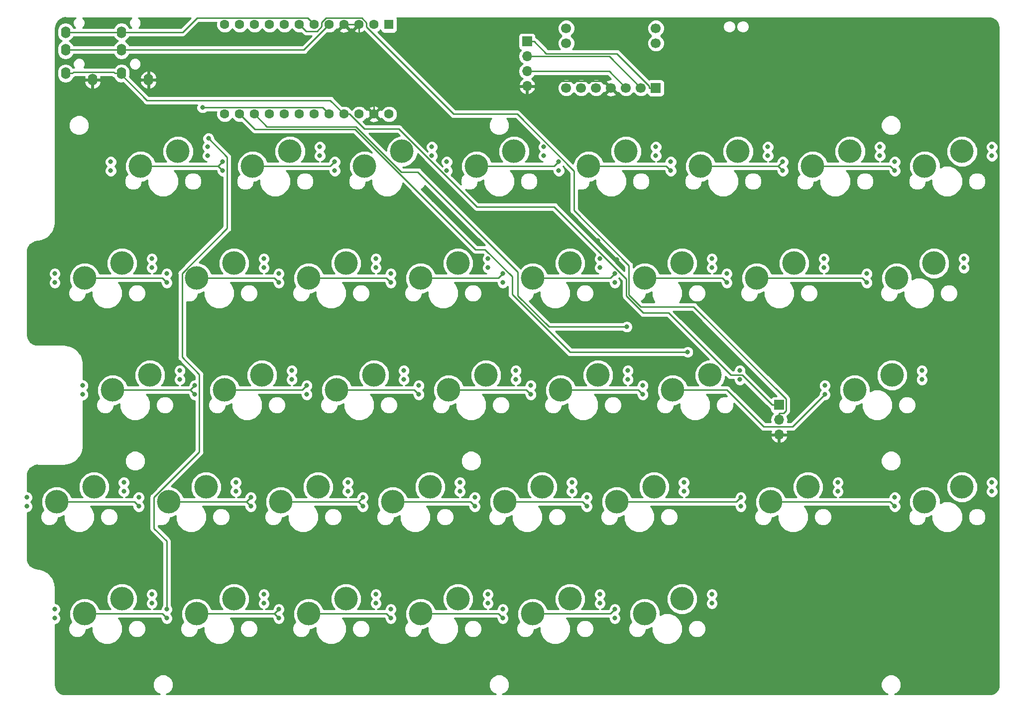
<source format=gbr>
G04 #@! TF.GenerationSoftware,KiCad,Pcbnew,(5.0.0)*
G04 #@! TF.CreationDate,2018-12-18T11:16:47+09:00*
G04 #@! TF.ProjectId,hecomi_R,6865636F6D695F522E6B696361645F70,rev?*
G04 #@! TF.SameCoordinates,Original*
G04 #@! TF.FileFunction,Copper,L1,Top,Signal*
G04 #@! TF.FilePolarity,Positive*
%FSLAX46Y46*%
G04 Gerber Fmt 4.6, Leading zero omitted, Abs format (unit mm)*
G04 Created by KiCad (PCBNEW (5.0.0)) date 12/18/18 11:16:47*
%MOMM*%
%LPD*%
G01*
G04 APERTURE LIST*
G04 #@! TA.AperFunction,ViaPad*
%ADD10C,4.000000*%
G04 #@! TD*
G04 #@! TA.AperFunction,ViaPad*
%ADD11C,0.800000*%
G04 #@! TD*
G04 #@! TA.AperFunction,ComponentPad*
%ADD12O,1.700000X1.700000*%
G04 #@! TD*
G04 #@! TA.AperFunction,ComponentPad*
%ADD13R,1.700000X1.700000*%
G04 #@! TD*
G04 #@! TA.AperFunction,ComponentPad*
%ADD14C,1.700000*%
G04 #@! TD*
G04 #@! TA.AperFunction,ComponentPad*
%ADD15R,1.600000X1.600000*%
G04 #@! TD*
G04 #@! TA.AperFunction,ComponentPad*
%ADD16C,1.600000*%
G04 #@! TD*
G04 #@! TA.AperFunction,ComponentPad*
%ADD17O,1.600000X2.000000*%
G04 #@! TD*
G04 #@! TA.AperFunction,Conductor*
%ADD18C,0.250000*%
G04 #@! TD*
G04 #@! TA.AperFunction,Conductor*
%ADD19C,0.254000*%
G04 #@! TD*
G04 APERTURE END LIST*
D10*
G04 #@! TO.N,Net-(D23-Pad1)*
G04 #@! TO.C,SW23*
X150178000Y-52070000D03*
G04 #@! TO.N,ROW2*
X143828000Y-54610000D03*
D11*
X138748000Y-53848000D03*
G04 #@! TO.N,Net-(D23-Pad1)*
X155258000Y-51308000D03*
G04 #@! TO.N,ROW2*
X138748000Y-55372000D03*
G04 #@! TO.N,Net-(D23-Pad1)*
X155258000Y-52832000D03*
G04 #@! TD*
D10*
G04 #@! TO.N,Net-(D24-Pad1)*
G04 #@! TO.C,SW24*
X181134000Y-52070000D03*
G04 #@! TO.N,ROW2*
X174784000Y-54610000D03*
D11*
X169704000Y-53848000D03*
G04 #@! TO.N,Net-(D24-Pad1)*
X186214000Y-51308000D03*
G04 #@! TO.N,ROW2*
X169704000Y-55372000D03*
G04 #@! TO.N,Net-(D24-Pad1)*
X186214000Y-52832000D03*
G04 #@! TD*
D10*
G04 #@! TO.N,Net-(D26-Pad1)*
G04 #@! TO.C,SW26*
X64452500Y-71120000D03*
G04 #@! TO.N,ROW3*
X58102500Y-73660000D03*
D11*
X53022500Y-72898000D03*
G04 #@! TO.N,Net-(D26-Pad1)*
X69532500Y-70358000D03*
G04 #@! TO.N,ROW3*
X53022500Y-74422000D03*
G04 #@! TO.N,Net-(D26-Pad1)*
X69532500Y-71882000D03*
G04 #@! TD*
D10*
G04 #@! TO.N,Net-(D27-Pad1)*
G04 #@! TO.C,SW27*
X83502500Y-71120000D03*
G04 #@! TO.N,ROW3*
X77152500Y-73660000D03*
D11*
X72072500Y-72898000D03*
G04 #@! TO.N,Net-(D27-Pad1)*
X88582500Y-70358000D03*
G04 #@! TO.N,ROW3*
X72072500Y-74422000D03*
G04 #@! TO.N,Net-(D27-Pad1)*
X88582500Y-71882000D03*
G04 #@! TD*
D10*
G04 #@! TO.N,Net-(D28-Pad1)*
G04 #@! TO.C,SW28*
X102552000Y-71120000D03*
G04 #@! TO.N,ROW3*
X96202000Y-73660000D03*
D11*
X91122000Y-72898000D03*
G04 #@! TO.N,Net-(D28-Pad1)*
X107632000Y-70358000D03*
G04 #@! TO.N,ROW3*
X91122000Y-74422000D03*
G04 #@! TO.N,Net-(D28-Pad1)*
X107632000Y-71882000D03*
G04 #@! TD*
D10*
G04 #@! TO.N,Net-(D29-Pad1)*
G04 #@! TO.C,SW29*
X121602000Y-71120000D03*
G04 #@! TO.N,ROW3*
X115252000Y-73660000D03*
D11*
X110172000Y-72898000D03*
G04 #@! TO.N,Net-(D29-Pad1)*
X126682000Y-70358000D03*
G04 #@! TO.N,ROW3*
X110172000Y-74422000D03*
G04 #@! TO.N,Net-(D29-Pad1)*
X126682000Y-71882000D03*
G04 #@! TD*
D10*
G04 #@! TO.N,Net-(D30-Pad1)*
G04 #@! TO.C,SW30*
X140652000Y-71120000D03*
G04 #@! TO.N,ROW3*
X134302000Y-73660000D03*
D11*
X129222000Y-72898000D03*
G04 #@! TO.N,Net-(D30-Pad1)*
X145732000Y-70358000D03*
G04 #@! TO.N,ROW3*
X129222000Y-74422000D03*
G04 #@! TO.N,Net-(D30-Pad1)*
X145732000Y-71882000D03*
G04 #@! TD*
D10*
G04 #@! TO.N,Net-(D39-Pad1)*
G04 #@! TO.C,SW39*
X126365000Y-90170000D03*
G04 #@! TO.N,ROW4*
X120015000Y-92710000D03*
D11*
X114935000Y-91948000D03*
G04 #@! TO.N,Net-(D39-Pad1)*
X131445000Y-89408000D03*
G04 #@! TO.N,ROW4*
X114935000Y-93472000D03*
G04 #@! TO.N,Net-(D39-Pad1)*
X131445000Y-90932000D03*
G04 #@! TD*
D10*
G04 #@! TO.N,Net-(D31-Pad1)*
G04 #@! TO.C,SW31*
X166846000Y-71120000D03*
G04 #@! TO.N,ROW3*
X160496000Y-73660000D03*
D11*
X155416000Y-72898000D03*
G04 #@! TO.N,Net-(D31-Pad1)*
X171926000Y-70358000D03*
G04 #@! TO.N,ROW3*
X155416000Y-74422000D03*
G04 #@! TO.N,Net-(D31-Pad1)*
X171926000Y-71882000D03*
G04 #@! TD*
D10*
G04 #@! TO.N,Net-(D32-Pad1)*
G04 #@! TO.C,SW32*
X193040000Y-71120000D03*
G04 #@! TO.N,ROW3*
X186690000Y-73660000D03*
D11*
X181610000Y-72898000D03*
G04 #@! TO.N,Net-(D32-Pad1)*
X198120000Y-70358000D03*
G04 #@! TO.N,ROW3*
X181610000Y-74422000D03*
G04 #@! TO.N,Net-(D32-Pad1)*
X198120000Y-71882000D03*
G04 #@! TD*
D10*
G04 #@! TO.N,Net-(D35-Pad1)*
G04 #@! TO.C,SW35*
X50165000Y-90170000D03*
G04 #@! TO.N,ROW4*
X43815000Y-92710000D03*
D11*
X38735000Y-91948000D03*
G04 #@! TO.N,Net-(D35-Pad1)*
X55245000Y-89408000D03*
G04 #@! TO.N,ROW4*
X38735000Y-93472000D03*
G04 #@! TO.N,Net-(D35-Pad1)*
X55245000Y-90932000D03*
G04 #@! TD*
D10*
G04 #@! TO.N,Net-(D36-Pad1)*
G04 #@! TO.C,SW36*
X69215000Y-90170000D03*
G04 #@! TO.N,ROW4*
X62865000Y-92710000D03*
D11*
X57785000Y-91948000D03*
G04 #@! TO.N,Net-(D36-Pad1)*
X74295000Y-89408000D03*
G04 #@! TO.N,ROW4*
X57785000Y-93472000D03*
G04 #@! TO.N,Net-(D36-Pad1)*
X74295000Y-90932000D03*
G04 #@! TD*
D10*
G04 #@! TO.N,Net-(D37-Pad1)*
G04 #@! TO.C,SW37*
X88265000Y-90170000D03*
G04 #@! TO.N,ROW4*
X81915000Y-92710000D03*
D11*
X76835000Y-91948000D03*
G04 #@! TO.N,Net-(D37-Pad1)*
X93345000Y-89408000D03*
G04 #@! TO.N,ROW4*
X76835000Y-93472000D03*
G04 #@! TO.N,Net-(D37-Pad1)*
X93345000Y-90932000D03*
G04 #@! TD*
D10*
G04 #@! TO.N,Net-(D38-Pad1)*
G04 #@! TO.C,SW38*
X107315000Y-90170000D03*
G04 #@! TO.N,ROW4*
X100965000Y-92710000D03*
D11*
X95885000Y-91948000D03*
G04 #@! TO.N,Net-(D38-Pad1)*
X112395000Y-89408000D03*
G04 #@! TO.N,ROW4*
X95885000Y-93472000D03*
G04 #@! TO.N,Net-(D38-Pad1)*
X112395000Y-90932000D03*
G04 #@! TD*
D10*
G04 #@! TO.N,Net-(D40-Pad1)*
G04 #@! TO.C,SW40*
X145415000Y-90170000D03*
G04 #@! TO.N,ROW4*
X139065000Y-92710000D03*
D11*
X133985000Y-91948000D03*
G04 #@! TO.N,Net-(D40-Pad1)*
X150495000Y-89408000D03*
G04 #@! TO.N,ROW4*
X133985000Y-93472000D03*
G04 #@! TO.N,Net-(D40-Pad1)*
X150495000Y-90932000D03*
G04 #@! TD*
D10*
G04 #@! TO.N,Net-(D25-Pad1)*
G04 #@! TO.C,SW25*
X45402500Y-71120000D03*
G04 #@! TO.N,ROW3*
X39052500Y-73660000D03*
D11*
X33972500Y-72898000D03*
G04 #@! TO.N,Net-(D25-Pad1)*
X50482500Y-70358000D03*
G04 #@! TO.N,ROW3*
X33972500Y-74422000D03*
G04 #@! TO.N,Net-(D25-Pad1)*
X50482500Y-71882000D03*
G04 #@! TD*
D10*
G04 #@! TO.N,Net-(D2-Pad1)*
G04 #@! TO.C,SW2*
X78740000Y-13970000D03*
G04 #@! TO.N,ROW0*
X72390000Y-16510000D03*
D11*
X67310000Y-15748000D03*
G04 #@! TO.N,Net-(D2-Pad1)*
X83820000Y-13208000D03*
G04 #@! TO.N,ROW0*
X67310000Y-17272000D03*
G04 #@! TO.N,Net-(D2-Pad1)*
X83820000Y-14732000D03*
G04 #@! TD*
D10*
G04 #@! TO.N,Net-(D22-Pad1)*
G04 #@! TO.C,SW22*
X131128000Y-52070000D03*
G04 #@! TO.N,ROW2*
X124778000Y-54610000D03*
D11*
X119698000Y-53848000D03*
G04 #@! TO.N,Net-(D22-Pad1)*
X136208000Y-51308000D03*
G04 #@! TO.N,ROW2*
X119698000Y-55372000D03*
G04 #@! TO.N,Net-(D22-Pad1)*
X136208000Y-52832000D03*
G04 #@! TD*
D10*
G04 #@! TO.N,Net-(D3-Pad1)*
G04 #@! TO.C,SW3*
X97790000Y-13970000D03*
G04 #@! TO.N,ROW0*
X91440000Y-16510000D03*
D11*
X86360000Y-15748000D03*
G04 #@! TO.N,Net-(D3-Pad1)*
X102870000Y-13208000D03*
G04 #@! TO.N,ROW0*
X86360000Y-17272000D03*
G04 #@! TO.N,Net-(D3-Pad1)*
X102870000Y-14732000D03*
G04 #@! TD*
D10*
G04 #@! TO.N,Net-(D4-Pad1)*
G04 #@! TO.C,SW4*
X116840000Y-13970000D03*
G04 #@! TO.N,ROW0*
X110490000Y-16510000D03*
D11*
X105410000Y-15748000D03*
G04 #@! TO.N,Net-(D4-Pad1)*
X121920000Y-13208000D03*
G04 #@! TO.N,ROW0*
X105410000Y-17272000D03*
G04 #@! TO.N,Net-(D4-Pad1)*
X121920000Y-14732000D03*
G04 #@! TD*
D10*
G04 #@! TO.N,Net-(D5-Pad1)*
G04 #@! TO.C,SW5*
X135890000Y-13970000D03*
G04 #@! TO.N,ROW0*
X129540000Y-16510000D03*
D11*
X124460000Y-15748000D03*
G04 #@! TO.N,Net-(D5-Pad1)*
X140970000Y-13208000D03*
G04 #@! TO.N,ROW0*
X124460000Y-17272000D03*
G04 #@! TO.N,Net-(D5-Pad1)*
X140970000Y-14732000D03*
G04 #@! TD*
D10*
G04 #@! TO.N,Net-(D7-Pad1)*
G04 #@! TO.C,SW7*
X173990000Y-13970000D03*
G04 #@! TO.N,ROW0*
X167640000Y-16510000D03*
D11*
X162560000Y-15748000D03*
G04 #@! TO.N,Net-(D7-Pad1)*
X179070000Y-13208000D03*
G04 #@! TO.N,ROW0*
X162560000Y-17272000D03*
G04 #@! TO.N,Net-(D7-Pad1)*
X179070000Y-14732000D03*
G04 #@! TD*
D10*
G04 #@! TO.N,Net-(D8-Pad1)*
G04 #@! TO.C,SW8*
X193040000Y-13970000D03*
G04 #@! TO.N,ROW0*
X186690000Y-16510000D03*
D11*
X181610000Y-15748000D03*
G04 #@! TO.N,Net-(D8-Pad1)*
X198120000Y-13208000D03*
G04 #@! TO.N,ROW0*
X181610000Y-17272000D03*
G04 #@! TO.N,Net-(D8-Pad1)*
X198120000Y-14732000D03*
G04 #@! TD*
D10*
G04 #@! TO.N,Net-(D9-Pad1)*
G04 #@! TO.C,SW9*
X50165000Y-33020000D03*
G04 #@! TO.N,ROW1*
X43815000Y-35560000D03*
D11*
X38735000Y-34798000D03*
G04 #@! TO.N,Net-(D9-Pad1)*
X55245000Y-32258000D03*
G04 #@! TO.N,ROW1*
X38735000Y-36322000D03*
G04 #@! TO.N,Net-(D9-Pad1)*
X55245000Y-33782000D03*
G04 #@! TD*
D10*
G04 #@! TO.N,Net-(D21-Pad1)*
G04 #@! TO.C,SW21*
X112078000Y-52070000D03*
G04 #@! TO.N,ROW2*
X105728000Y-54610000D03*
D11*
X100648000Y-53848000D03*
G04 #@! TO.N,Net-(D21-Pad1)*
X117158000Y-51308000D03*
G04 #@! TO.N,ROW2*
X100648000Y-55372000D03*
G04 #@! TO.N,Net-(D21-Pad1)*
X117158000Y-52832000D03*
G04 #@! TD*
D10*
G04 #@! TO.N,Net-(D11-Pad1)*
G04 #@! TO.C,SW11*
X88265000Y-33020000D03*
G04 #@! TO.N,ROW1*
X81915000Y-35560000D03*
D11*
X76835000Y-34798000D03*
G04 #@! TO.N,Net-(D11-Pad1)*
X93345000Y-32258000D03*
G04 #@! TO.N,ROW1*
X76835000Y-36322000D03*
G04 #@! TO.N,Net-(D11-Pad1)*
X93345000Y-33782000D03*
G04 #@! TD*
D10*
G04 #@! TO.N,Net-(D12-Pad1)*
G04 #@! TO.C,SW12*
X107315000Y-33020000D03*
G04 #@! TO.N,ROW1*
X100965000Y-35560000D03*
D11*
X95885000Y-34798000D03*
G04 #@! TO.N,Net-(D12-Pad1)*
X112395000Y-32258000D03*
G04 #@! TO.N,ROW1*
X95885000Y-36322000D03*
G04 #@! TO.N,Net-(D12-Pad1)*
X112395000Y-33782000D03*
G04 #@! TD*
D10*
G04 #@! TO.N,Net-(D14-Pad1)*
G04 #@! TO.C,SW14*
X145415000Y-33020000D03*
G04 #@! TO.N,ROW1*
X139065000Y-35560000D03*
D11*
X133985000Y-34798000D03*
G04 #@! TO.N,Net-(D14-Pad1)*
X150495000Y-32258000D03*
G04 #@! TO.N,ROW1*
X133985000Y-36322000D03*
G04 #@! TO.N,Net-(D14-Pad1)*
X150495000Y-33782000D03*
G04 #@! TD*
D10*
G04 #@! TO.N,Net-(D15-Pad1)*
G04 #@! TO.C,SW15*
X164465000Y-33020000D03*
G04 #@! TO.N,ROW1*
X158115000Y-35560000D03*
D11*
X153035000Y-34798000D03*
G04 #@! TO.N,Net-(D15-Pad1)*
X169545000Y-32258000D03*
G04 #@! TO.N,ROW1*
X153035000Y-36322000D03*
G04 #@! TO.N,Net-(D15-Pad1)*
X169545000Y-33782000D03*
G04 #@! TD*
D10*
G04 #@! TO.N,Net-(D16-Pad1)*
G04 #@! TO.C,SW16*
X188278000Y-33020000D03*
G04 #@! TO.N,ROW1*
X181928000Y-35560000D03*
D11*
X176848000Y-34798000D03*
G04 #@! TO.N,Net-(D16-Pad1)*
X193358000Y-32258000D03*
G04 #@! TO.N,ROW1*
X176848000Y-36322000D03*
G04 #@! TO.N,Net-(D16-Pad1)*
X193358000Y-33782000D03*
G04 #@! TD*
D10*
G04 #@! TO.N,Net-(D18-Pad1)*
G04 #@! TO.C,SW18*
X54927500Y-52070000D03*
G04 #@! TO.N,ROW2*
X48577500Y-54610000D03*
D11*
X43497500Y-53848000D03*
G04 #@! TO.N,Net-(D18-Pad1)*
X60007500Y-51308000D03*
G04 #@! TO.N,ROW2*
X43497500Y-55372000D03*
G04 #@! TO.N,Net-(D18-Pad1)*
X60007500Y-52832000D03*
G04 #@! TD*
D10*
G04 #@! TO.N,Net-(D19-Pad1)*
G04 #@! TO.C,SW19*
X73977500Y-52070000D03*
G04 #@! TO.N,ROW2*
X67627500Y-54610000D03*
D11*
X62547500Y-53848000D03*
G04 #@! TO.N,Net-(D19-Pad1)*
X79057500Y-51308000D03*
G04 #@! TO.N,ROW2*
X62547500Y-55372000D03*
G04 #@! TO.N,Net-(D19-Pad1)*
X79057500Y-52832000D03*
G04 #@! TD*
D10*
G04 #@! TO.N,Net-(D20-Pad1)*
G04 #@! TO.C,SW20*
X93027500Y-52070000D03*
G04 #@! TO.N,ROW2*
X86677500Y-54610000D03*
D11*
X81597500Y-53848000D03*
G04 #@! TO.N,Net-(D20-Pad1)*
X98107500Y-51308000D03*
G04 #@! TO.N,ROW2*
X81597500Y-55372000D03*
G04 #@! TO.N,Net-(D20-Pad1)*
X98107500Y-52832000D03*
G04 #@! TD*
D10*
G04 #@! TO.N,Net-(D10-Pad1)*
G04 #@! TO.C,SW10*
X69215000Y-33020000D03*
G04 #@! TO.N,ROW1*
X62865000Y-35560000D03*
D11*
X57785000Y-34798000D03*
G04 #@! TO.N,Net-(D10-Pad1)*
X74295000Y-32258000D03*
G04 #@! TO.N,ROW1*
X57785000Y-36322000D03*
G04 #@! TO.N,Net-(D10-Pad1)*
X74295000Y-33782000D03*
G04 #@! TD*
D10*
G04 #@! TO.N,Net-(D1-Pad1)*
G04 #@! TO.C,SW1*
X59690000Y-13970000D03*
G04 #@! TO.N,ROW0*
X53340000Y-16510000D03*
D11*
X48260000Y-15748000D03*
G04 #@! TO.N,Net-(D1-Pad1)*
X64770000Y-13208000D03*
G04 #@! TO.N,ROW0*
X48260000Y-17272000D03*
G04 #@! TO.N,Net-(D1-Pad1)*
X64770000Y-14732000D03*
G04 #@! TD*
D10*
G04 #@! TO.N,Net-(D6-Pad1)*
G04 #@! TO.C,SW6*
X154940000Y-13970000D03*
G04 #@! TO.N,ROW0*
X148590000Y-16510000D03*
D11*
X143510000Y-15748000D03*
G04 #@! TO.N,Net-(D6-Pad1)*
X160020000Y-13208000D03*
G04 #@! TO.N,ROW0*
X143510000Y-17272000D03*
G04 #@! TO.N,Net-(D6-Pad1)*
X160020000Y-14732000D03*
G04 #@! TD*
D10*
G04 #@! TO.N,Net-(D13-Pad1)*
G04 #@! TO.C,SW13*
X126365000Y-33020000D03*
G04 #@! TO.N,ROW1*
X120015000Y-35560000D03*
D11*
X114935000Y-34798000D03*
G04 #@! TO.N,Net-(D13-Pad1)*
X131445000Y-32258000D03*
G04 #@! TO.N,ROW1*
X114935000Y-36322000D03*
G04 #@! TO.N,Net-(D13-Pad1)*
X131445000Y-33782000D03*
G04 #@! TD*
D12*
G04 #@! TO.P,J1,3*
G04 #@! TO.N,GND*
X161925000Y-62230000D03*
G04 #@! TO.P,J1,2*
G04 #@! TO.N,LED*
X161925000Y-59690000D03*
D13*
G04 #@! TO.P,J1,1*
G04 #@! TO.N,VCC*
X161925000Y-57150000D03*
G04 #@! TD*
D12*
G04 #@! TO.P,J3,4*
G04 #@! TO.N,GND*
X119062000Y-2857500D03*
G04 #@! TO.P,J3,3*
G04 #@! TO.N,D+*
X119062000Y-317500D03*
G04 #@! TO.P,J3,2*
G04 #@! TO.N,D-*
X119062000Y2222500D03*
D13*
G04 #@! TO.P,J3,1*
G04 #@! TO.N,VBUS*
X119062000Y4762500D03*
G04 #@! TD*
D14*
G04 #@! TO.P,J2,*
G04 #@! TO.N,*
X140970000Y6985000D03*
X125730000Y6985000D03*
X140970000Y4445000D03*
X125730000Y4445000D03*
G04 #@! TO.P,J2,7*
G04 #@! TO.N,Net-(J2-Pad7)*
X125730000Y-3175000D03*
G04 #@! TO.P,J2,6*
G04 #@! TO.N,Net-(J2-Pad6)*
X128270000Y-3175000D03*
G04 #@! TO.P,J2,5*
G04 #@! TO.N,Net-(J2-Pad5)*
X130810000Y-3175000D03*
G04 #@! TO.P,J2,4*
G04 #@! TO.N,GND*
X133350000Y-3175000D03*
G04 #@! TO.P,J2,3*
G04 #@! TO.N,D+*
X135890000Y-3175000D03*
G04 #@! TO.P,J2,2*
G04 #@! TO.N,D-*
X138430000Y-3175000D03*
D13*
G04 #@! TO.P,J2,1*
G04 #@! TO.N,VBUS*
X140970000Y-3175000D03*
G04 #@! TD*
D15*
G04 #@! TO.P,U1,1*
G04 #@! TO.N,TX*
X95567500Y7620000D03*
D16*
G04 #@! TO.P,U1,2*
G04 #@! TO.N,RX*
X93027500Y7620000D03*
G04 #@! TO.P,U1,3*
G04 #@! TO.N,GND*
X90487500Y7620000D03*
G04 #@! TO.P,U1,4*
X87947500Y7620000D03*
G04 #@! TO.P,U1,5*
G04 #@! TO.N,SCL*
X85407500Y7620000D03*
G04 #@! TO.P,U1,6*
G04 #@! TO.N,SDA*
X82867500Y7620000D03*
G04 #@! TO.P,U1,7*
G04 #@! TO.N,LED*
X80327500Y7620000D03*
G04 #@! TO.P,U1,8*
G04 #@! TO.N,ROW0*
X77787500Y7620000D03*
G04 #@! TO.P,U1,9*
G04 #@! TO.N,ROW1*
X75247500Y7620000D03*
G04 #@! TO.P,U1,10*
G04 #@! TO.N,ROW2*
X72707500Y7620000D03*
G04 #@! TO.P,U1,11*
G04 #@! TO.N,ROW3*
X70167500Y7620000D03*
G04 #@! TO.P,U1,12*
G04 #@! TO.N,ROW4*
X67627500Y7620000D03*
G04 #@! TO.P,U1,13*
G04 #@! TO.N,COL7*
X67627500Y-7620000D03*
G04 #@! TO.P,U1,14*
G04 #@! TO.N,COL6*
X70167500Y-7620000D03*
G04 #@! TO.P,U1,15*
G04 #@! TO.N,COL5*
X72707500Y-7620000D03*
G04 #@! TO.P,U1,16*
G04 #@! TO.N,COL4*
X75247500Y-7620000D03*
G04 #@! TO.P,U1,17*
G04 #@! TO.N,COL3*
X77787500Y-7620000D03*
G04 #@! TO.P,U1,18*
G04 #@! TO.N,COL2*
X80327500Y-7620000D03*
G04 #@! TO.P,U1,19*
G04 #@! TO.N,COL1*
X82867500Y-7620000D03*
G04 #@! TO.P,U1,20*
G04 #@! TO.N,COL0*
X85407500Y-7620000D03*
G04 #@! TO.P,U1,21*
G04 #@! TO.N,VCC*
X87947500Y-7620000D03*
G04 #@! TO.P,U1,22*
G04 #@! TO.N,RST*
X90487500Y-7620000D03*
G04 #@! TO.P,U1,23*
G04 #@! TO.N,GND*
X93027500Y-7620000D03*
G04 #@! TO.P,U1,24*
G04 #@! TO.N,Net-(U1-Pad24)*
X95567500Y-7620000D03*
G04 #@! TD*
D17*
G04 #@! TO.P,J4,1*
G04 #@! TO.N,GND*
X54687500Y-1775000D03*
G04 #@! TO.P,J4,2*
G04 #@! TO.N,VCC*
X50087500Y-675000D03*
G04 #@! TO.P,J4,4*
G04 #@! TO.N,SDA*
X50087500Y6325000D03*
G04 #@! TO.P,J4,3*
G04 #@! TO.N,SCL*
X50087500Y3325000D03*
G04 #@! TD*
G04 #@! TO.P,J5,1*
G04 #@! TO.N,GND*
X45162500Y-1775000D03*
G04 #@! TO.P,J5,2*
G04 #@! TO.N,VCC*
X40562500Y-675000D03*
G04 #@! TO.P,J5,4*
G04 #@! TO.N,SDA*
X40562500Y6325000D03*
G04 #@! TO.P,J5,3*
G04 #@! TO.N,SCL*
X40562500Y3325000D03*
G04 #@! TD*
D11*
G04 #@! TO.N,COL0*
X63861300Y-6494600D03*
G04 #@! TO.N,COL5*
X136022900Y-43834800D03*
G04 #@! TO.N,COL6*
X146361700Y-48141200D03*
G04 #@! TO.N,GND*
X195262500Y4762500D03*
X195262500Y0D03*
X171450000Y4762500D03*
X171450000Y0D03*
X184721500Y-13208000D03*
X187007500Y-21336000D03*
X194373500Y-21590000D03*
X196405500Y-16764000D03*
X196913500Y-30988000D03*
X196913500Y-45974000D03*
X196913500Y-59690000D03*
X196913500Y-74422000D03*
X196913500Y-82042000D03*
X196913500Y-91694000D03*
X196913500Y-100330000D03*
X196913500Y-104902000D03*
X176212500Y-104775000D03*
X158432500Y-104775000D03*
X148907500Y-104775000D03*
X135572500Y-104775000D03*
X122872500Y-104775000D03*
X104457500Y-104775000D03*
X85407500Y-104775000D03*
X66357500Y-104775000D03*
X46672500Y-104775000D03*
X46672500Y-85725000D03*
X60642500Y-85725000D03*
X71437500Y-85725000D03*
X90487500Y-85725000D03*
X109537500Y-85725000D03*
X128587500Y-85725000D03*
X147637500Y-66675000D03*
X138112500Y-66675000D03*
X119062500Y-66675000D03*
X100012500Y-66675000D03*
X80962500Y-66675000D03*
X64452500Y-66675000D03*
X44767500Y-66675000D03*
X56832500Y-47625000D03*
X75882500Y-47625000D03*
X94297500Y-47625000D03*
X113347500Y-47625000D03*
X132397500Y-46355000D03*
X144462500Y-50800000D03*
X122872500Y-50800000D03*
X153987500Y-40005000D03*
X145097500Y-46355000D03*
X132397500Y-39370000D03*
X101917500Y-28575000D03*
X86677500Y-28575000D03*
X69532500Y-28575000D03*
X58737500Y-28575000D03*
X61912500Y-10160000D03*
X70167500Y-12065000D03*
X88582500Y-12065000D03*
X106997500Y-12065000D03*
X75882500Y-2540000D03*
X84137500Y-2540000D03*
X103822500Y-635000D03*
X114617500Y-635000D03*
X134302500Y4445000D03*
X147637500Y4445000D03*
X68262500Y1905000D03*
X70802500Y1905000D03*
X45402500Y7620000D03*
X45402500Y4445000D03*
X58737500Y4445000D03*
X58737500Y7620000D03*
X79057500Y5080000D03*
X93662500Y-11430000D03*
X103187500Y-18415000D03*
X103187500Y-22225000D03*
X107632500Y-22225000D03*
X107632500Y-26670000D03*
X110807500Y-20955000D03*
X116522500Y-26670000D03*
X123507500Y-26670000D03*
X123507500Y-20955000D03*
X122872500Y-34290000D03*
X131127500Y-29210000D03*
X134302500Y-32385000D03*
X139382500Y-39370000D03*
X147637500Y-43180000D03*
X151447500Y-46990000D03*
X159067500Y-53975000D03*
X159067500Y-57785000D03*
X66675000Y-47625000D03*
X71437500Y-40481250D03*
X61912500Y-40481250D03*
X64293750Y-28575000D03*
X59531250Y-33337500D03*
X57150000Y-59531250D03*
X57150000Y-66675000D03*
X73818750Y-78581250D03*
X95250000Y-78581250D03*
X107156250Y-40481250D03*
X128587500Y-21431250D03*
X128587500Y-23812500D03*
X126206250Y-40481250D03*
G04 #@! TO.N,ROW4*
X64875700Y-11767200D03*
G04 #@! TD*
D18*
G04 #@! TO.N,COL0*
X85407500Y-7620000D02*
X84282100Y-6494600D01*
X84282100Y-6494600D02*
X63861300Y-6494600D01*
G04 #@! TO.N,COL5*
X136022900Y-43834800D02*
X122774800Y-43834800D01*
X122774800Y-43834800D02*
X117517700Y-38577700D01*
X117517700Y-38577700D02*
X117517700Y-34524600D01*
X117517700Y-34524600D02*
X100475200Y-17482100D01*
X100475200Y-17482100D02*
X97690700Y-17482100D01*
X97690700Y-17482100D02*
X89965100Y-9756500D01*
X89965100Y-9756500D02*
X74844000Y-9756500D01*
X74844000Y-9756500D02*
X72707500Y-7620000D01*
G04 #@! TO.N,COL6*
X146361700Y-48141200D02*
X126386300Y-48141200D01*
X126386300Y-48141200D02*
X116523200Y-38278100D01*
X116523200Y-38278100D02*
X116523200Y-35294500D01*
X116523200Y-35294500D02*
X111923300Y-30694600D01*
X111923300Y-30694600D02*
X110266300Y-30694600D01*
X110266300Y-30694600D02*
X89778600Y-10206900D01*
X89778600Y-10206900D02*
X72754400Y-10206900D01*
X72754400Y-10206900D02*
X70167500Y-7620000D01*
G04 #@! TO.N,VCC*
X87947500Y-7620000D02*
X88842300Y-7620000D01*
X88842300Y-7620000D02*
X91376100Y-10153800D01*
X91376100Y-10153800D02*
X97266000Y-10153800D01*
X97266000Y-10153800D02*
X110516300Y-23404100D01*
X110516300Y-23404100D02*
X123662500Y-23404100D01*
X123662500Y-23404100D02*
X135945300Y-35686900D01*
X135945300Y-35686900D02*
X135945300Y-38584800D01*
X135945300Y-38584800D02*
X138831400Y-41470900D01*
X138831400Y-41470900D02*
X143102000Y-41470900D01*
X143102000Y-41470900D02*
X153701100Y-52070000D01*
X153701100Y-52070000D02*
X155669700Y-52070000D01*
X155669700Y-52070000D02*
X160749700Y-57150000D01*
X87947500Y-7620000D02*
X85584400Y-5256900D01*
X85584400Y-5256900D02*
X54389000Y-5256900D01*
X54389000Y-5256900D02*
X49807100Y-675000D01*
X50087500Y-675000D02*
X49807100Y-675000D01*
X49524900Y-675000D02*
X48962200Y-675000D01*
X49524900Y-675000D02*
X49807100Y-675000D01*
X40562500Y-675000D02*
X41687800Y-675000D01*
X41687800Y-675000D02*
X41921400Y-441400D01*
X41921400Y-441400D02*
X48728600Y-441400D01*
X48728600Y-441400D02*
X48962200Y-675000D01*
X161925000Y-57150000D02*
X160749700Y-57150000D01*
G04 #@! TO.N,LED*
X161925000Y-59690000D02*
X161925000Y-58514700D01*
X80327500Y7620000D02*
X81469900Y6477600D01*
X81469900Y6477600D02*
X83318200Y6477600D01*
X83318200Y6477600D02*
X84137500Y7296900D01*
X84137500Y7296900D02*
X84137500Y8021200D01*
X84137500Y8021200D02*
X84861700Y8745400D01*
X84861700Y8745400D02*
X90959700Y8745400D01*
X90959700Y8745400D02*
X91757500Y7947600D01*
X91757500Y7947600D02*
X91757500Y7221000D01*
X91757500Y7221000D02*
X106591300Y-7612800D01*
X106591300Y-7612800D02*
X117372200Y-7612800D01*
X117372200Y-7612800D02*
X127068200Y-17308800D01*
X127068200Y-17308800D02*
X127068200Y-24041000D01*
X127068200Y-24041000D02*
X136395700Y-33368500D01*
X136395700Y-33368500D02*
X136395700Y-38398300D01*
X136395700Y-38398300D02*
X138416700Y-40419300D01*
X138416700Y-40419300D02*
X147388900Y-40419300D01*
X147388900Y-40419300D02*
X163100300Y-56130700D01*
X163100300Y-56130700D02*
X163100300Y-58147500D01*
X163100300Y-58147500D02*
X162733100Y-58514700D01*
X162733100Y-58514700D02*
X161925000Y-58514700D01*
G04 #@! TO.N,GND*
X93027500Y-7620000D02*
X93027500Y-3756300D01*
X93027500Y-3756300D02*
X90487500Y-1216300D01*
X90487500Y-1216300D02*
X56371500Y-1216300D01*
X56371500Y-1216300D02*
X55812800Y-1775000D01*
X90487500Y-1216300D02*
X90487500Y7620000D01*
X54687500Y-1775000D02*
X55812800Y-1775000D01*
X90487500Y7620000D02*
X87947500Y7620000D01*
X119062000Y-2857500D02*
X120237300Y-2857500D01*
X133350000Y-3175000D02*
X132174700Y-1999700D01*
X132174700Y-1999700D02*
X121095100Y-1999700D01*
X121095100Y-1999700D02*
X120237300Y-2857500D01*
G04 #@! TO.N,ROW0*
X161798000Y-16510000D02*
X162560000Y-17272000D01*
X148590000Y-16510000D02*
X161798000Y-16510000D01*
X161798000Y-16510000D02*
X162560000Y-15748000D01*
X72390000Y-16510000D02*
X85598000Y-16510000D01*
X85598000Y-16510000D02*
X86360000Y-15748000D01*
X129540000Y-16510000D02*
X142748000Y-16510000D01*
X142748000Y-16510000D02*
X143510000Y-17272000D01*
X66548000Y-16510000D02*
X53340000Y-16510000D01*
X67310000Y-17272000D02*
X66548000Y-16510000D01*
X66548000Y-16510000D02*
X67310000Y-15748000D01*
X124460000Y-15748000D02*
X123698000Y-16510000D01*
X123698000Y-16510000D02*
X110490000Y-16510000D01*
X181610000Y-17272000D02*
X180848000Y-16510000D01*
X180848000Y-16510000D02*
X167640000Y-16510000D01*
G04 #@! TO.N,ROW1*
X139065000Y-35560000D02*
X152273000Y-35560000D01*
X152273000Y-35560000D02*
X153035000Y-36322000D01*
X120015000Y-35560000D02*
X133223000Y-35560000D01*
X133223000Y-35560000D02*
X133985000Y-34798000D01*
X81915000Y-35560000D02*
X95123000Y-35560000D01*
X95123000Y-35560000D02*
X95885000Y-36322000D01*
X62865000Y-35560000D02*
X76073000Y-35560000D01*
X76073000Y-35560000D02*
X76835000Y-36322000D01*
X100965000Y-35560000D02*
X114173000Y-35560000D01*
X114173000Y-35560000D02*
X114935000Y-34798000D01*
X176848000Y-36322000D02*
X176086000Y-35560000D01*
X176086000Y-35560000D02*
X158115000Y-35560000D01*
X57785000Y-36322000D02*
X57023000Y-35560000D01*
X57023000Y-35560000D02*
X43815000Y-35560000D01*
G04 #@! TO.N,ROW2*
X61785500Y-54610000D02*
X62547500Y-55372000D01*
X61785500Y-54610000D02*
X62547500Y-53848000D01*
X48577500Y-54610000D02*
X61785500Y-54610000D01*
X143828000Y-54610000D02*
X153069100Y-54610000D01*
X153069100Y-54610000D02*
X159331800Y-60872700D01*
X159331800Y-60872700D02*
X164203300Y-60872700D01*
X164203300Y-60872700D02*
X169704000Y-55372000D01*
X86677500Y-54610000D02*
X99886000Y-54610000D01*
X99886000Y-54610000D02*
X100648000Y-55372000D01*
X138748000Y-55372000D02*
X137986000Y-54610000D01*
X137986000Y-54610000D02*
X124778000Y-54610000D01*
X119698000Y-55372000D02*
X118936000Y-54610000D01*
X118936000Y-54610000D02*
X105728000Y-54610000D01*
X81597500Y-53848000D02*
X80835500Y-54610000D01*
X80835500Y-54610000D02*
X67627500Y-54610000D01*
G04 #@! TO.N,ROW3*
X71310500Y-73660000D02*
X72072500Y-74422000D01*
X58102500Y-73660000D02*
X71310500Y-73660000D01*
X71310500Y-73660000D02*
X72072500Y-72898000D01*
X115252000Y-73660000D02*
X128460000Y-73660000D01*
X128460000Y-73660000D02*
X129222000Y-74422000D01*
X96202000Y-73660000D02*
X109410000Y-73660000D01*
X109410000Y-73660000D02*
X110172000Y-74422000D01*
X90360000Y-73660000D02*
X91122000Y-74422000D01*
X77152500Y-73660000D02*
X90360000Y-73660000D01*
X90360000Y-73660000D02*
X91122000Y-72898000D01*
X134302000Y-73660000D02*
X154654000Y-73660000D01*
X154654000Y-73660000D02*
X155416000Y-72898000D01*
X53022500Y-74422000D02*
X52260500Y-73660000D01*
X52260500Y-73660000D02*
X39052500Y-73660000D01*
X181610000Y-74422000D02*
X180848000Y-73660000D01*
X180848000Y-73660000D02*
X160496000Y-73660000D01*
G04 #@! TO.N,ROW4*
X81915000Y-92710000D02*
X95123000Y-92710000D01*
X95123000Y-92710000D02*
X95885000Y-93472000D01*
X76073000Y-92710000D02*
X76835000Y-93472000D01*
X62865000Y-92710000D02*
X76073000Y-92710000D01*
X76073000Y-92710000D02*
X76835000Y-91948000D01*
X57785000Y-91948000D02*
X57785000Y-80333900D01*
X57785000Y-80333900D02*
X55622800Y-78171700D01*
X55622800Y-78171700D02*
X55622800Y-72847600D01*
X55622800Y-72847600D02*
X63329800Y-65140600D01*
X63329800Y-65140600D02*
X63329800Y-51961000D01*
X63329800Y-51961000D02*
X60382400Y-49013600D01*
X60382400Y-49013600D02*
X60382400Y-34750500D01*
X60382400Y-34750500D02*
X68059700Y-27073200D01*
X68059700Y-27073200D02*
X68059700Y-14951200D01*
X68059700Y-14951200D02*
X64875700Y-11767200D01*
X100965000Y-92710000D02*
X114173000Y-92710000D01*
X114173000Y-92710000D02*
X114935000Y-93472000D01*
X120015000Y-92710000D02*
X133223000Y-92710000D01*
X133223000Y-92710000D02*
X133985000Y-91948000D01*
X43815000Y-92710000D02*
X57023000Y-92710000D01*
X57023000Y-92710000D02*
X57785000Y-93472000D01*
G04 #@! TO.N,SDA*
X50087500Y6325000D02*
X60481300Y6325000D01*
X60481300Y6325000D02*
X62929500Y8773200D01*
X62929500Y8773200D02*
X81714300Y8773200D01*
X81714300Y8773200D02*
X82867500Y7620000D01*
X40562500Y6325000D02*
X50087500Y6325000D01*
G04 #@! TO.N,SCL*
X85407500Y7620000D02*
X81112500Y3325000D01*
X81112500Y3325000D02*
X50087500Y3325000D01*
X40562500Y3325000D02*
X50087500Y3325000D01*
G04 #@! TO.N,VBUS*
X119062000Y4762500D02*
X120237300Y4762500D01*
X140970000Y-3175000D02*
X139794700Y-3175000D01*
X139794700Y-3175000D02*
X139794700Y-2807700D01*
X139794700Y-2807700D02*
X134314100Y2672900D01*
X134314100Y2672900D02*
X122326900Y2672900D01*
X122326900Y2672900D02*
X120237300Y4762500D01*
G04 #@! TO.N,D-*
X120237300Y2222500D02*
X133032500Y2222500D01*
X133032500Y2222500D02*
X138430000Y-3175000D01*
X119062000Y2222500D02*
X120237300Y2222500D01*
G04 #@! TO.N,D+*
X135890000Y-3175000D02*
X133032500Y-317500D01*
X133032500Y-317500D02*
X120237300Y-317500D01*
X119062000Y-317500D02*
X120237300Y-317500D01*
G04 #@! TD*
D19*
G04 #@! TO.N,GND*
G36*
X40567612Y8790000D02*
X42263789Y8790000D01*
X41985069Y8511280D01*
X41827500Y8130874D01*
X41827500Y7719126D01*
X41985069Y7338720D01*
X42238789Y7085000D01*
X41914179Y7085000D01*
X41597077Y7559577D01*
X41122409Y7876740D01*
X40562500Y7988113D01*
X40002592Y7876740D01*
X39527924Y7559577D01*
X39210760Y7084909D01*
X39127500Y6666333D01*
X39127500Y5983668D01*
X39210760Y5565092D01*
X39527923Y5090424D01*
X39925157Y4825000D01*
X39527924Y4559577D01*
X39210760Y4084909D01*
X39127500Y3666333D01*
X39127500Y2983668D01*
X39210760Y2565092D01*
X39527923Y2090424D01*
X40002591Y1773260D01*
X40562500Y1661887D01*
X41122408Y1773260D01*
X41597076Y2090423D01*
X41914179Y2565000D01*
X48735821Y2565000D01*
X49052923Y2090424D01*
X49527591Y1773260D01*
X50087500Y1661887D01*
X50647408Y1773260D01*
X51122076Y2090423D01*
X51439179Y2565000D01*
X81037653Y2565000D01*
X81112500Y2550112D01*
X81187347Y2565000D01*
X81187352Y2565000D01*
X81409037Y2609096D01*
X81660429Y2777071D01*
X81702831Y2840530D01*
X85069198Y6206896D01*
X85122061Y6185000D01*
X85692939Y6185000D01*
X86220362Y6403466D01*
X86429151Y6612255D01*
X87119361Y6612255D01*
X87193495Y6366136D01*
X87730723Y6173035D01*
X88300954Y6200222D01*
X88701505Y6366136D01*
X88775639Y6612255D01*
X87947500Y7440395D01*
X87119361Y6612255D01*
X86429151Y6612255D01*
X86624034Y6807138D01*
X86671025Y6920583D01*
X86693636Y6865995D01*
X86939755Y6791861D01*
X87767895Y7620000D01*
X87753753Y7634143D01*
X87933358Y7813748D01*
X87947500Y7799605D01*
X87961643Y7813748D01*
X88141248Y7634143D01*
X88127105Y7620000D01*
X88955245Y6791861D01*
X89201364Y6865995D01*
X89216358Y6907709D01*
X89233636Y6865995D01*
X89479755Y6791861D01*
X90307895Y7620000D01*
X90293753Y7634143D01*
X90473358Y7813748D01*
X90487500Y7799605D01*
X90501643Y7813748D01*
X90681248Y7634143D01*
X90667105Y7620000D01*
X90681248Y7605858D01*
X90501643Y7426253D01*
X90487500Y7440395D01*
X89659361Y6612255D01*
X89733495Y6366136D01*
X90270723Y6173035D01*
X90840954Y6200222D01*
X91241505Y6366136D01*
X91310038Y6593661D01*
X106000970Y-8097272D01*
X106043371Y-8160729D01*
X106294763Y-8328704D01*
X106516448Y-8372800D01*
X106516452Y-8372800D01*
X106591299Y-8387688D01*
X106666146Y-8372800D01*
X112998539Y-8372800D01*
X112829138Y-8542201D01*
X112565000Y-9179887D01*
X112565000Y-9870113D01*
X112829138Y-10507799D01*
X113317201Y-10995862D01*
X113954887Y-11260000D01*
X114645113Y-11260000D01*
X115282799Y-10995862D01*
X115770862Y-10507799D01*
X116035000Y-9870113D01*
X116035000Y-9179887D01*
X115770862Y-8542201D01*
X115601461Y-8372800D01*
X117057399Y-8372800D01*
X121174444Y-12489845D01*
X121042569Y-12621720D01*
X120885000Y-13002126D01*
X120885000Y-13413874D01*
X121042569Y-13794280D01*
X121218289Y-13970000D01*
X121042569Y-14145720D01*
X120885000Y-14526126D01*
X120885000Y-14937874D01*
X121042569Y-15318280D01*
X121333720Y-15609431D01*
X121673084Y-15750000D01*
X118786453Y-15750000D01*
X119073845Y-15462608D01*
X119475000Y-14494134D01*
X119475000Y-13445866D01*
X119073845Y-12477392D01*
X118332608Y-11736155D01*
X117364134Y-11335000D01*
X116315866Y-11335000D01*
X115347392Y-11736155D01*
X114606155Y-12477392D01*
X114205000Y-13445866D01*
X114205000Y-14494134D01*
X114606155Y-15462608D01*
X114893547Y-15750000D01*
X113027301Y-15750000D01*
X112723845Y-15017392D01*
X111982608Y-14276155D01*
X111014134Y-13875000D01*
X109965866Y-13875000D01*
X108997392Y-14276155D01*
X108256155Y-15017392D01*
X107855000Y-15985866D01*
X107855000Y-17034134D01*
X108219770Y-17914768D01*
X107939884Y-18194654D01*
X107710000Y-18749642D01*
X107710000Y-19350358D01*
X107832075Y-19645074D01*
X106166356Y-17979355D01*
X106287431Y-17858280D01*
X106445000Y-17477874D01*
X106445000Y-17066126D01*
X106287431Y-16685720D01*
X106111711Y-16510000D01*
X106287431Y-16334280D01*
X106445000Y-15953874D01*
X106445000Y-15542126D01*
X106287431Y-15161720D01*
X105996280Y-14870569D01*
X105615874Y-14713000D01*
X105204126Y-14713000D01*
X104823720Y-14870569D01*
X104532569Y-15161720D01*
X104375000Y-15542126D01*
X104375000Y-15953874D01*
X104532569Y-16334280D01*
X104708289Y-16510000D01*
X104702645Y-16515644D01*
X103626356Y-15439355D01*
X103747431Y-15318280D01*
X103905000Y-14937874D01*
X103905000Y-14526126D01*
X103747431Y-14145720D01*
X103571711Y-13970000D01*
X103747431Y-13794280D01*
X103905000Y-13413874D01*
X103905000Y-13002126D01*
X103747431Y-12621720D01*
X103456280Y-12330569D01*
X103075874Y-12173000D01*
X102664126Y-12173000D01*
X102283720Y-12330569D01*
X101992569Y-12621720D01*
X101835000Y-13002126D01*
X101835000Y-13413874D01*
X101992569Y-13794280D01*
X102168289Y-13970000D01*
X102162645Y-13975644D01*
X97856331Y-9669330D01*
X97813929Y-9605871D01*
X97562537Y-9437896D01*
X97340852Y-9393800D01*
X97340847Y-9393800D01*
X97266000Y-9378912D01*
X97191153Y-9393800D01*
X91690903Y-9393800D01*
X91182469Y-8885367D01*
X91300362Y-8836534D01*
X91509151Y-8627745D01*
X92199361Y-8627745D01*
X92273495Y-8873864D01*
X92810723Y-9066965D01*
X93380954Y-9039778D01*
X93781505Y-8873864D01*
X93855639Y-8627745D01*
X93027500Y-7799605D01*
X92199361Y-8627745D01*
X91509151Y-8627745D01*
X91704034Y-8432862D01*
X91751025Y-8319417D01*
X91773636Y-8374005D01*
X92019755Y-8448139D01*
X92847895Y-7620000D01*
X93207105Y-7620000D01*
X94035245Y-8448139D01*
X94281364Y-8374005D01*
X94302374Y-8315552D01*
X94350966Y-8432862D01*
X94754638Y-8836534D01*
X95282061Y-9055000D01*
X95852939Y-9055000D01*
X96380362Y-8836534D01*
X96784034Y-8432862D01*
X97002500Y-7905439D01*
X97002500Y-7334561D01*
X96784034Y-6807138D01*
X96380362Y-6403466D01*
X95852939Y-6185000D01*
X95282061Y-6185000D01*
X94754638Y-6403466D01*
X94350966Y-6807138D01*
X94303975Y-6920583D01*
X94281364Y-6865995D01*
X94035245Y-6791861D01*
X93207105Y-7620000D01*
X92847895Y-7620000D01*
X92019755Y-6791861D01*
X91773636Y-6865995D01*
X91752626Y-6924448D01*
X91704034Y-6807138D01*
X91509151Y-6612255D01*
X92199361Y-6612255D01*
X93027500Y-7440395D01*
X93855639Y-6612255D01*
X93781505Y-6366136D01*
X93244277Y-6173035D01*
X92674046Y-6200222D01*
X92273495Y-6366136D01*
X92199361Y-6612255D01*
X91509151Y-6612255D01*
X91300362Y-6403466D01*
X90772939Y-6185000D01*
X90202061Y-6185000D01*
X89674638Y-6403466D01*
X89270966Y-6807138D01*
X89217500Y-6936216D01*
X89164034Y-6807138D01*
X88760362Y-6403466D01*
X88232939Y-6185000D01*
X87662061Y-6185000D01*
X87609198Y-6206897D01*
X86174731Y-4772430D01*
X86132329Y-4708971D01*
X85880937Y-4540996D01*
X85659252Y-4496900D01*
X85659247Y-4496900D01*
X85584400Y-4482012D01*
X85509553Y-4496900D01*
X54703802Y-4496900D01*
X52334788Y-2127886D01*
X53255566Y-2127886D01*
X53423072Y-2664226D01*
X53783076Y-3095637D01*
X54280770Y-3356442D01*
X54338461Y-3366904D01*
X54560500Y-3244915D01*
X54560500Y-1902000D01*
X54814500Y-1902000D01*
X54814500Y-3244915D01*
X55036539Y-3366904D01*
X55094230Y-3356442D01*
X55591924Y-3095637D01*
X55951928Y-2664226D01*
X56119434Y-2127886D01*
X55966971Y-1902000D01*
X54814500Y-1902000D01*
X54560500Y-1902000D01*
X53408029Y-1902000D01*
X53255566Y-2127886D01*
X52334788Y-2127886D01*
X51629016Y-1422114D01*
X53255566Y-1422114D01*
X53408029Y-1648000D01*
X54560500Y-1648000D01*
X54560500Y-305085D01*
X54814500Y-305085D01*
X54814500Y-1648000D01*
X55966971Y-1648000D01*
X56119434Y-1422114D01*
X55951928Y-885774D01*
X55591924Y-454363D01*
X55094230Y-193558D01*
X55036539Y-183096D01*
X54814500Y-305085D01*
X54560500Y-305085D01*
X54338461Y-183096D01*
X54280770Y-193558D01*
X53783076Y-454363D01*
X53423072Y-885774D01*
X53255566Y-1422114D01*
X51629016Y-1422114D01*
X51472849Y-1265947D01*
X51522500Y-1016333D01*
X51522500Y-333668D01*
X51439240Y84908D01*
X51122077Y559577D01*
X50647409Y876740D01*
X50087500Y988113D01*
X49527592Y876740D01*
X49052924Y559577D01*
X48881530Y303069D01*
X48803452Y318600D01*
X48803447Y318600D01*
X48728600Y333488D01*
X48653753Y318600D01*
X43719811Y318600D01*
X43739931Y338720D01*
X43897500Y719126D01*
X43897500Y1130874D01*
X51352500Y1130874D01*
X51352500Y719126D01*
X51510069Y338720D01*
X51801220Y47569D01*
X52181626Y-110000D01*
X52593374Y-110000D01*
X52973780Y47569D01*
X53264931Y338720D01*
X53422500Y719126D01*
X53422500Y1130874D01*
X53264931Y1511280D01*
X52973780Y1802431D01*
X52593374Y1960000D01*
X52181626Y1960000D01*
X51801220Y1802431D01*
X51510069Y1511280D01*
X51352500Y1130874D01*
X43897500Y1130874D01*
X43739931Y1511280D01*
X43448780Y1802431D01*
X43068374Y1960000D01*
X42656626Y1960000D01*
X42276220Y1802431D01*
X41985069Y1511280D01*
X41827500Y1130874D01*
X41827500Y719126D01*
X41985069Y338720D01*
X42005189Y318600D01*
X41996246Y318600D01*
X41921399Y333488D01*
X41846552Y318600D01*
X41846548Y318600D01*
X41768470Y303069D01*
X41597077Y559577D01*
X41122409Y876740D01*
X40562500Y988113D01*
X40002592Y876740D01*
X39527924Y559577D01*
X39210760Y84909D01*
X39127500Y-333667D01*
X39127500Y-1016332D01*
X39210760Y-1434908D01*
X39527923Y-1909576D01*
X40002591Y-2226740D01*
X40562500Y-2338113D01*
X41122408Y-2226740D01*
X41270353Y-2127886D01*
X43730566Y-2127886D01*
X43898072Y-2664226D01*
X44258076Y-3095637D01*
X44755770Y-3356442D01*
X44813461Y-3366904D01*
X45035500Y-3244915D01*
X45035500Y-1902000D01*
X45289500Y-1902000D01*
X45289500Y-3244915D01*
X45511539Y-3366904D01*
X45569230Y-3356442D01*
X46066924Y-3095637D01*
X46426928Y-2664226D01*
X46594434Y-2127886D01*
X46441971Y-1902000D01*
X45289500Y-1902000D01*
X45035500Y-1902000D01*
X43883029Y-1902000D01*
X43730566Y-2127886D01*
X41270353Y-2127886D01*
X41597076Y-1909577D01*
X41914240Y-1434909D01*
X41920466Y-1403609D01*
X41984337Y-1390904D01*
X42235729Y-1222929D01*
X42250114Y-1201400D01*
X43799498Y-1201400D01*
X43730566Y-1422114D01*
X43883029Y-1648000D01*
X45035500Y-1648000D01*
X45035500Y-1628000D01*
X45289500Y-1628000D01*
X45289500Y-1648000D01*
X46441971Y-1648000D01*
X46594434Y-1422114D01*
X46525502Y-1201400D01*
X48399886Y-1201400D01*
X48414271Y-1222929D01*
X48665663Y-1390904D01*
X48729534Y-1403609D01*
X48735760Y-1434908D01*
X49052923Y-1909576D01*
X49527591Y-2226740D01*
X50087500Y-2338113D01*
X50344326Y-2287027D01*
X53798670Y-5741372D01*
X53841071Y-5804829D01*
X54092463Y-5972804D01*
X54314148Y-6016900D01*
X54314152Y-6016900D01*
X54388999Y-6031788D01*
X54463846Y-6016900D01*
X62938894Y-6016900D01*
X62826300Y-6288726D01*
X62826300Y-6700474D01*
X62983869Y-7080880D01*
X63275020Y-7372031D01*
X63655426Y-7529600D01*
X64067174Y-7529600D01*
X64447580Y-7372031D01*
X64565011Y-7254600D01*
X66225621Y-7254600D01*
X66192500Y-7334561D01*
X66192500Y-7905439D01*
X66410966Y-8432862D01*
X66814638Y-8836534D01*
X67342061Y-9055000D01*
X67912939Y-9055000D01*
X68440362Y-8836534D01*
X68844034Y-8432862D01*
X68897500Y-8303784D01*
X68950966Y-8432862D01*
X69354638Y-8836534D01*
X69882061Y-9055000D01*
X70452939Y-9055000D01*
X70505802Y-9033103D01*
X72164070Y-10691372D01*
X72206471Y-10754829D01*
X72457863Y-10922804D01*
X72679548Y-10966900D01*
X72679552Y-10966900D01*
X72754399Y-10981788D01*
X72829246Y-10966900D01*
X89463799Y-10966900D01*
X92660232Y-14163333D01*
X91964134Y-13875000D01*
X90915866Y-13875000D01*
X89947392Y-14276155D01*
X89206155Y-15017392D01*
X88805000Y-15985866D01*
X88805000Y-17034134D01*
X89169770Y-17914768D01*
X88889884Y-18194654D01*
X88660000Y-18749642D01*
X88660000Y-19350358D01*
X88889884Y-19905346D01*
X89314654Y-20330116D01*
X89869642Y-20560000D01*
X90470358Y-20560000D01*
X91025346Y-20330116D01*
X91450116Y-19905346D01*
X91680000Y-19350358D01*
X91680000Y-19145000D01*
X91964134Y-19145000D01*
X92621100Y-18872876D01*
X92621100Y-19572921D01*
X93021326Y-20539152D01*
X93760848Y-21278674D01*
X94727079Y-21678900D01*
X95772921Y-21678900D01*
X96739152Y-21278674D01*
X97478674Y-20539152D01*
X97878900Y-19572921D01*
X97878900Y-19382001D01*
X109675970Y-31179072D01*
X109718371Y-31242529D01*
X109969763Y-31410504D01*
X110191448Y-31454600D01*
X110191452Y-31454600D01*
X110266299Y-31469488D01*
X110341146Y-31454600D01*
X111608499Y-31454600D01*
X111671594Y-31517695D01*
X111517569Y-31671720D01*
X111360000Y-32052126D01*
X111360000Y-32463874D01*
X111517569Y-32844280D01*
X111693289Y-33020000D01*
X111517569Y-33195720D01*
X111360000Y-33576126D01*
X111360000Y-33987874D01*
X111517569Y-34368280D01*
X111808720Y-34659431D01*
X112148084Y-34800000D01*
X109261453Y-34800000D01*
X109548845Y-34512608D01*
X109950000Y-33544134D01*
X109950000Y-32495866D01*
X109548845Y-31527392D01*
X108807608Y-30786155D01*
X107839134Y-30385000D01*
X106790866Y-30385000D01*
X105822392Y-30786155D01*
X105081155Y-31527392D01*
X104680000Y-32495866D01*
X104680000Y-33544134D01*
X105081155Y-34512608D01*
X105368547Y-34800000D01*
X103502301Y-34800000D01*
X103198845Y-34067392D01*
X102457608Y-33326155D01*
X101489134Y-32925000D01*
X100440866Y-32925000D01*
X99472392Y-33326155D01*
X98731155Y-34067392D01*
X98330000Y-35035866D01*
X98330000Y-36084134D01*
X98694770Y-36964768D01*
X98414884Y-37244654D01*
X98185000Y-37799642D01*
X98185000Y-38400358D01*
X98414884Y-38955346D01*
X98839654Y-39380116D01*
X99394642Y-39610000D01*
X99995358Y-39610000D01*
X100550346Y-39380116D01*
X100975116Y-38955346D01*
X101205000Y-38400358D01*
X101205000Y-38195000D01*
X101489134Y-38195000D01*
X102146100Y-37922876D01*
X102146100Y-38622921D01*
X102546326Y-39589152D01*
X103285848Y-40328674D01*
X104252079Y-40728900D01*
X105297921Y-40728900D01*
X106264152Y-40328674D01*
X107003674Y-39589152D01*
X107403900Y-38622921D01*
X107403900Y-37799642D01*
X108345000Y-37799642D01*
X108345000Y-38400358D01*
X108574884Y-38955346D01*
X108999654Y-39380116D01*
X109554642Y-39610000D01*
X110155358Y-39610000D01*
X110710346Y-39380116D01*
X111135116Y-38955346D01*
X111365000Y-38400358D01*
X111365000Y-37799642D01*
X111135116Y-37244654D01*
X110710346Y-36819884D01*
X110155358Y-36590000D01*
X109554642Y-36590000D01*
X108999654Y-36819884D01*
X108574884Y-37244654D01*
X108345000Y-37799642D01*
X107403900Y-37799642D01*
X107403900Y-37577079D01*
X107003674Y-36610848D01*
X106712826Y-36320000D01*
X113900000Y-36320000D01*
X113900000Y-36527874D01*
X114057569Y-36908280D01*
X114348720Y-37199431D01*
X114729126Y-37357000D01*
X115140874Y-37357000D01*
X115521280Y-37199431D01*
X115763200Y-36957511D01*
X115763200Y-38203253D01*
X115748312Y-38278100D01*
X115763200Y-38352947D01*
X115763200Y-38352951D01*
X115807296Y-38574636D01*
X115975271Y-38826029D01*
X116038730Y-38868431D01*
X125795971Y-48625673D01*
X125838371Y-48689129D01*
X125901827Y-48731529D01*
X126089762Y-48857104D01*
X126137905Y-48866680D01*
X126311448Y-48901200D01*
X126311452Y-48901200D01*
X126386300Y-48916088D01*
X126461148Y-48901200D01*
X145657989Y-48901200D01*
X145775420Y-49018631D01*
X146155826Y-49176200D01*
X146567574Y-49176200D01*
X146947980Y-49018631D01*
X147239131Y-48727480D01*
X147396700Y-48347074D01*
X147396700Y-47935326D01*
X147239131Y-47554920D01*
X146947980Y-47263769D01*
X146567574Y-47106200D01*
X146155826Y-47106200D01*
X145775420Y-47263769D01*
X145657989Y-47381200D01*
X126701102Y-47381200D01*
X123914702Y-44594800D01*
X135319189Y-44594800D01*
X135436620Y-44712231D01*
X135817026Y-44869800D01*
X136228774Y-44869800D01*
X136609180Y-44712231D01*
X136900331Y-44421080D01*
X137057900Y-44040674D01*
X137057900Y-43628926D01*
X136900331Y-43248520D01*
X136609180Y-42957369D01*
X136228774Y-42799800D01*
X135817026Y-42799800D01*
X135436620Y-42957369D01*
X135319189Y-43074800D01*
X123089602Y-43074800D01*
X119455086Y-39440285D01*
X119600346Y-39380116D01*
X120025116Y-38955346D01*
X120255000Y-38400358D01*
X120255000Y-38195000D01*
X120539134Y-38195000D01*
X121196100Y-37922876D01*
X121196100Y-38622921D01*
X121596326Y-39589152D01*
X122335848Y-40328674D01*
X123302079Y-40728900D01*
X124347921Y-40728900D01*
X125314152Y-40328674D01*
X126053674Y-39589152D01*
X126453900Y-38622921D01*
X126453900Y-37799642D01*
X127395000Y-37799642D01*
X127395000Y-38400358D01*
X127624884Y-38955346D01*
X128049654Y-39380116D01*
X128604642Y-39610000D01*
X129205358Y-39610000D01*
X129760346Y-39380116D01*
X130185116Y-38955346D01*
X130415000Y-38400358D01*
X130415000Y-37799642D01*
X130185116Y-37244654D01*
X129760346Y-36819884D01*
X129205358Y-36590000D01*
X128604642Y-36590000D01*
X128049654Y-36819884D01*
X127624884Y-37244654D01*
X127395000Y-37799642D01*
X126453900Y-37799642D01*
X126453900Y-37577079D01*
X126053674Y-36610848D01*
X125762826Y-36320000D01*
X132950000Y-36320000D01*
X132950000Y-36527874D01*
X133107569Y-36908280D01*
X133398720Y-37199431D01*
X133779126Y-37357000D01*
X134190874Y-37357000D01*
X134571280Y-37199431D01*
X134862431Y-36908280D01*
X135020000Y-36527874D01*
X135020000Y-36116126D01*
X134862431Y-35735720D01*
X134686711Y-35560000D01*
X134715154Y-35531557D01*
X135185300Y-36001703D01*
X135185301Y-38509948D01*
X135170412Y-38584800D01*
X135229397Y-38881337D01*
X135272757Y-38946229D01*
X135397372Y-39132729D01*
X135460828Y-39175129D01*
X138241070Y-41955372D01*
X138283471Y-42018829D01*
X138346927Y-42061229D01*
X138534862Y-42186804D01*
X138583005Y-42196380D01*
X138756548Y-42230900D01*
X138756552Y-42230900D01*
X138831400Y-42245788D01*
X138906248Y-42230900D01*
X142787199Y-42230900D01*
X149991298Y-49435000D01*
X149653866Y-49435000D01*
X148685392Y-49836155D01*
X147944155Y-50577392D01*
X147543000Y-51545866D01*
X147543000Y-52594134D01*
X147944155Y-53562608D01*
X148231547Y-53850000D01*
X146365301Y-53850000D01*
X146061845Y-53117392D01*
X145320608Y-52376155D01*
X144352134Y-51975000D01*
X143303866Y-51975000D01*
X142335392Y-52376155D01*
X141594155Y-53117392D01*
X141193000Y-54085866D01*
X141193000Y-55134134D01*
X141557770Y-56014768D01*
X141277884Y-56294654D01*
X141048000Y-56849642D01*
X141048000Y-57450358D01*
X141277884Y-58005346D01*
X141702654Y-58430116D01*
X142257642Y-58660000D01*
X142858358Y-58660000D01*
X143413346Y-58430116D01*
X143838116Y-58005346D01*
X144068000Y-57450358D01*
X144068000Y-57245000D01*
X144352134Y-57245000D01*
X145009100Y-56972876D01*
X145009100Y-57672921D01*
X145409326Y-58639152D01*
X146148848Y-59378674D01*
X147115079Y-59778900D01*
X148160921Y-59778900D01*
X149127152Y-59378674D01*
X149866674Y-58639152D01*
X150266900Y-57672921D01*
X150266900Y-56627079D01*
X149866674Y-55660848D01*
X149575826Y-55370000D01*
X152754299Y-55370000D01*
X153028500Y-55644201D01*
X153018358Y-55640000D01*
X152417642Y-55640000D01*
X151862654Y-55869884D01*
X151437884Y-56294654D01*
X151208000Y-56849642D01*
X151208000Y-57450358D01*
X151437884Y-58005346D01*
X151862654Y-58430116D01*
X152417642Y-58660000D01*
X153018358Y-58660000D01*
X153573346Y-58430116D01*
X153998116Y-58005346D01*
X154228000Y-57450358D01*
X154228000Y-56849642D01*
X154223799Y-56839501D01*
X158741471Y-61357173D01*
X158783871Y-61420629D01*
X159035263Y-61588604D01*
X159256948Y-61632700D01*
X159256952Y-61632700D01*
X159331799Y-61647588D01*
X159406646Y-61632700D01*
X160583099Y-61632700D01*
X160483524Y-61873110D01*
X160604845Y-62103000D01*
X161798000Y-62103000D01*
X161798000Y-62083000D01*
X162052000Y-62083000D01*
X162052000Y-62103000D01*
X163245155Y-62103000D01*
X163366476Y-61873110D01*
X163266901Y-61632700D01*
X164128453Y-61632700D01*
X164203300Y-61647588D01*
X164278147Y-61632700D01*
X164278152Y-61632700D01*
X164499837Y-61588604D01*
X164751229Y-61420629D01*
X164793631Y-61357170D01*
X169301159Y-56849642D01*
X172004000Y-56849642D01*
X172004000Y-57450358D01*
X172233884Y-58005346D01*
X172658654Y-58430116D01*
X173213642Y-58660000D01*
X173814358Y-58660000D01*
X174369346Y-58430116D01*
X174794116Y-58005346D01*
X175024000Y-57450358D01*
X175024000Y-57245000D01*
X175308134Y-57245000D01*
X175965100Y-56972876D01*
X175965100Y-57672921D01*
X176365326Y-58639152D01*
X177104848Y-59378674D01*
X178071079Y-59778900D01*
X179116921Y-59778900D01*
X180083152Y-59378674D01*
X180822674Y-58639152D01*
X181222900Y-57672921D01*
X181222900Y-56849642D01*
X182164000Y-56849642D01*
X182164000Y-57450358D01*
X182393884Y-58005346D01*
X182818654Y-58430116D01*
X183373642Y-58660000D01*
X183974358Y-58660000D01*
X184529346Y-58430116D01*
X184954116Y-58005346D01*
X185184000Y-57450358D01*
X185184000Y-56849642D01*
X184954116Y-56294654D01*
X184529346Y-55869884D01*
X183974358Y-55640000D01*
X183373642Y-55640000D01*
X182818654Y-55869884D01*
X182393884Y-56294654D01*
X182164000Y-56849642D01*
X181222900Y-56849642D01*
X181222900Y-56627079D01*
X180822674Y-55660848D01*
X180083152Y-54921326D01*
X179116921Y-54521100D01*
X178071079Y-54521100D01*
X177419000Y-54791200D01*
X177419000Y-54085866D01*
X177017845Y-53117392D01*
X176276608Y-52376155D01*
X175308134Y-51975000D01*
X174259866Y-51975000D01*
X173291392Y-52376155D01*
X172550155Y-53117392D01*
X172149000Y-54085866D01*
X172149000Y-55134134D01*
X172513770Y-56014768D01*
X172233884Y-56294654D01*
X172004000Y-56849642D01*
X169301159Y-56849642D01*
X169743802Y-56407000D01*
X169909874Y-56407000D01*
X170290280Y-56249431D01*
X170581431Y-55958280D01*
X170739000Y-55577874D01*
X170739000Y-55166126D01*
X170581431Y-54785720D01*
X170405711Y-54610000D01*
X170581431Y-54434280D01*
X170739000Y-54053874D01*
X170739000Y-53642126D01*
X170581431Y-53261720D01*
X170290280Y-52970569D01*
X169909874Y-52813000D01*
X169498126Y-52813000D01*
X169117720Y-52970569D01*
X168826569Y-53261720D01*
X168669000Y-53642126D01*
X168669000Y-54053874D01*
X168826569Y-54434280D01*
X169002289Y-54610000D01*
X168826569Y-54785720D01*
X168669000Y-55166126D01*
X168669000Y-55332198D01*
X163888499Y-60112700D01*
X163355012Y-60112700D01*
X163439092Y-59690000D01*
X163323839Y-59110582D01*
X163286413Y-59054571D01*
X163323431Y-58999170D01*
X163584770Y-58737831D01*
X163648229Y-58695429D01*
X163816204Y-58444037D01*
X163860300Y-58222352D01*
X163860300Y-58222348D01*
X163875188Y-58147501D01*
X163860300Y-58072654D01*
X163860300Y-56205547D01*
X163875188Y-56130700D01*
X163860300Y-56055853D01*
X163860300Y-56055848D01*
X163816204Y-55834163D01*
X163648229Y-55582771D01*
X163584773Y-55540371D01*
X159590268Y-51545866D01*
X178499000Y-51545866D01*
X178499000Y-52594134D01*
X178900155Y-53562608D01*
X179641392Y-54303845D01*
X180609866Y-54705000D01*
X181658134Y-54705000D01*
X182626608Y-54303845D01*
X183367845Y-53562608D01*
X183769000Y-52594134D01*
X183769000Y-51545866D01*
X183585197Y-51102126D01*
X185179000Y-51102126D01*
X185179000Y-51513874D01*
X185336569Y-51894280D01*
X185512289Y-52070000D01*
X185336569Y-52245720D01*
X185179000Y-52626126D01*
X185179000Y-53037874D01*
X185336569Y-53418280D01*
X185627720Y-53709431D01*
X186008126Y-53867000D01*
X186419874Y-53867000D01*
X186800280Y-53709431D01*
X187091431Y-53418280D01*
X187249000Y-53037874D01*
X187249000Y-52626126D01*
X187091431Y-52245720D01*
X186915711Y-52070000D01*
X187091431Y-51894280D01*
X187249000Y-51513874D01*
X187249000Y-51102126D01*
X187091431Y-50721720D01*
X186800280Y-50430569D01*
X186419874Y-50273000D01*
X186008126Y-50273000D01*
X185627720Y-50430569D01*
X185336569Y-50721720D01*
X185179000Y-51102126D01*
X183585197Y-51102126D01*
X183367845Y-50577392D01*
X182626608Y-49836155D01*
X181658134Y-49435000D01*
X180609866Y-49435000D01*
X179641392Y-49836155D01*
X178900155Y-50577392D01*
X178499000Y-51545866D01*
X159590268Y-51545866D01*
X147979231Y-39934830D01*
X147936829Y-39871371D01*
X147685437Y-39703396D01*
X147463752Y-39659300D01*
X147463747Y-39659300D01*
X147388900Y-39644412D01*
X147314053Y-39659300D01*
X145033526Y-39659300D01*
X145103674Y-39589152D01*
X145503900Y-38622921D01*
X145503900Y-37799642D01*
X146445000Y-37799642D01*
X146445000Y-38400358D01*
X146674884Y-38955346D01*
X147099654Y-39380116D01*
X147654642Y-39610000D01*
X148255358Y-39610000D01*
X148810346Y-39380116D01*
X149235116Y-38955346D01*
X149465000Y-38400358D01*
X149465000Y-37799642D01*
X155335000Y-37799642D01*
X155335000Y-38400358D01*
X155564884Y-38955346D01*
X155989654Y-39380116D01*
X156544642Y-39610000D01*
X157145358Y-39610000D01*
X157700346Y-39380116D01*
X158125116Y-38955346D01*
X158355000Y-38400358D01*
X158355000Y-38195000D01*
X158639134Y-38195000D01*
X159296100Y-37922876D01*
X159296100Y-38622921D01*
X159696326Y-39589152D01*
X160435848Y-40328674D01*
X161402079Y-40728900D01*
X162447921Y-40728900D01*
X163414152Y-40328674D01*
X164153674Y-39589152D01*
X164553900Y-38622921D01*
X164553900Y-37799642D01*
X165495000Y-37799642D01*
X165495000Y-38400358D01*
X165724884Y-38955346D01*
X166149654Y-39380116D01*
X166704642Y-39610000D01*
X167305358Y-39610000D01*
X167860346Y-39380116D01*
X168285116Y-38955346D01*
X168515000Y-38400358D01*
X168515000Y-37799642D01*
X179148000Y-37799642D01*
X179148000Y-38400358D01*
X179377884Y-38955346D01*
X179802654Y-39380116D01*
X180357642Y-39610000D01*
X180958358Y-39610000D01*
X181513346Y-39380116D01*
X181938116Y-38955346D01*
X182168000Y-38400358D01*
X182168000Y-38195000D01*
X182452134Y-38195000D01*
X183109100Y-37922876D01*
X183109100Y-38622921D01*
X183509326Y-39589152D01*
X184248848Y-40328674D01*
X185215079Y-40728900D01*
X186260921Y-40728900D01*
X187227152Y-40328674D01*
X187966674Y-39589152D01*
X188366900Y-38622921D01*
X188366900Y-37799642D01*
X189308000Y-37799642D01*
X189308000Y-38400358D01*
X189537884Y-38955346D01*
X189962654Y-39380116D01*
X190517642Y-39610000D01*
X191118358Y-39610000D01*
X191673346Y-39380116D01*
X192098116Y-38955346D01*
X192328000Y-38400358D01*
X192328000Y-37799642D01*
X192098116Y-37244654D01*
X191673346Y-36819884D01*
X191118358Y-36590000D01*
X190517642Y-36590000D01*
X189962654Y-36819884D01*
X189537884Y-37244654D01*
X189308000Y-37799642D01*
X188366900Y-37799642D01*
X188366900Y-37577079D01*
X187966674Y-36610848D01*
X187227152Y-35871326D01*
X186260921Y-35471100D01*
X185215079Y-35471100D01*
X184563000Y-35741200D01*
X184563000Y-35035866D01*
X184161845Y-34067392D01*
X183420608Y-33326155D01*
X182452134Y-32925000D01*
X181403866Y-32925000D01*
X180435392Y-33326155D01*
X179694155Y-34067392D01*
X179293000Y-35035866D01*
X179293000Y-36084134D01*
X179657770Y-36964768D01*
X179377884Y-37244654D01*
X179148000Y-37799642D01*
X168515000Y-37799642D01*
X168285116Y-37244654D01*
X167860346Y-36819884D01*
X167305358Y-36590000D01*
X166704642Y-36590000D01*
X166149654Y-36819884D01*
X165724884Y-37244654D01*
X165495000Y-37799642D01*
X164553900Y-37799642D01*
X164553900Y-37577079D01*
X164153674Y-36610848D01*
X163862826Y-36320000D01*
X175771199Y-36320000D01*
X175813000Y-36361801D01*
X175813000Y-36527874D01*
X175970569Y-36908280D01*
X176261720Y-37199431D01*
X176642126Y-37357000D01*
X177053874Y-37357000D01*
X177434280Y-37199431D01*
X177725431Y-36908280D01*
X177883000Y-36527874D01*
X177883000Y-36116126D01*
X177725431Y-35735720D01*
X177549711Y-35560000D01*
X177725431Y-35384280D01*
X177883000Y-35003874D01*
X177883000Y-34592126D01*
X177725431Y-34211720D01*
X177434280Y-33920569D01*
X177053874Y-33763000D01*
X176642126Y-33763000D01*
X176261720Y-33920569D01*
X175970569Y-34211720D01*
X175813000Y-34592126D01*
X175813000Y-34800000D01*
X169791916Y-34800000D01*
X170131280Y-34659431D01*
X170422431Y-34368280D01*
X170580000Y-33987874D01*
X170580000Y-33576126D01*
X170422431Y-33195720D01*
X170246711Y-33020000D01*
X170422431Y-32844280D01*
X170566748Y-32495866D01*
X185643000Y-32495866D01*
X185643000Y-33544134D01*
X186044155Y-34512608D01*
X186785392Y-35253845D01*
X187753866Y-35655000D01*
X188802134Y-35655000D01*
X189770608Y-35253845D01*
X190511845Y-34512608D01*
X190913000Y-33544134D01*
X190913000Y-32495866D01*
X190729197Y-32052126D01*
X192323000Y-32052126D01*
X192323000Y-32463874D01*
X192480569Y-32844280D01*
X192656289Y-33020000D01*
X192480569Y-33195720D01*
X192323000Y-33576126D01*
X192323000Y-33987874D01*
X192480569Y-34368280D01*
X192771720Y-34659431D01*
X193152126Y-34817000D01*
X193563874Y-34817000D01*
X193944280Y-34659431D01*
X194235431Y-34368280D01*
X194393000Y-33987874D01*
X194393000Y-33576126D01*
X194235431Y-33195720D01*
X194059711Y-33020000D01*
X194235431Y-32844280D01*
X194393000Y-32463874D01*
X194393000Y-32052126D01*
X194235431Y-31671720D01*
X193944280Y-31380569D01*
X193563874Y-31223000D01*
X193152126Y-31223000D01*
X192771720Y-31380569D01*
X192480569Y-31671720D01*
X192323000Y-32052126D01*
X190729197Y-32052126D01*
X190511845Y-31527392D01*
X189770608Y-30786155D01*
X188802134Y-30385000D01*
X187753866Y-30385000D01*
X186785392Y-30786155D01*
X186044155Y-31527392D01*
X185643000Y-32495866D01*
X170566748Y-32495866D01*
X170580000Y-32463874D01*
X170580000Y-32052126D01*
X170422431Y-31671720D01*
X170131280Y-31380569D01*
X169750874Y-31223000D01*
X169339126Y-31223000D01*
X168958720Y-31380569D01*
X168667569Y-31671720D01*
X168510000Y-32052126D01*
X168510000Y-32463874D01*
X168667569Y-32844280D01*
X168843289Y-33020000D01*
X168667569Y-33195720D01*
X168510000Y-33576126D01*
X168510000Y-33987874D01*
X168667569Y-34368280D01*
X168958720Y-34659431D01*
X169298084Y-34800000D01*
X166411453Y-34800000D01*
X166698845Y-34512608D01*
X167100000Y-33544134D01*
X167100000Y-32495866D01*
X166698845Y-31527392D01*
X165957608Y-30786155D01*
X164989134Y-30385000D01*
X163940866Y-30385000D01*
X162972392Y-30786155D01*
X162231155Y-31527392D01*
X161830000Y-32495866D01*
X161830000Y-33544134D01*
X162231155Y-34512608D01*
X162518547Y-34800000D01*
X160652301Y-34800000D01*
X160348845Y-34067392D01*
X159607608Y-33326155D01*
X158639134Y-32925000D01*
X157590866Y-32925000D01*
X156622392Y-33326155D01*
X155881155Y-34067392D01*
X155480000Y-35035866D01*
X155480000Y-36084134D01*
X155844770Y-36964768D01*
X155564884Y-37244654D01*
X155335000Y-37799642D01*
X149465000Y-37799642D01*
X149235116Y-37244654D01*
X148810346Y-36819884D01*
X148255358Y-36590000D01*
X147654642Y-36590000D01*
X147099654Y-36819884D01*
X146674884Y-37244654D01*
X146445000Y-37799642D01*
X145503900Y-37799642D01*
X145503900Y-37577079D01*
X145103674Y-36610848D01*
X144812826Y-36320000D01*
X151958199Y-36320000D01*
X152000000Y-36361801D01*
X152000000Y-36527874D01*
X152157569Y-36908280D01*
X152448720Y-37199431D01*
X152829126Y-37357000D01*
X153240874Y-37357000D01*
X153621280Y-37199431D01*
X153912431Y-36908280D01*
X154070000Y-36527874D01*
X154070000Y-36116126D01*
X153912431Y-35735720D01*
X153736711Y-35560000D01*
X153912431Y-35384280D01*
X154070000Y-35003874D01*
X154070000Y-34592126D01*
X153912431Y-34211720D01*
X153621280Y-33920569D01*
X153240874Y-33763000D01*
X152829126Y-33763000D01*
X152448720Y-33920569D01*
X152157569Y-34211720D01*
X152000000Y-34592126D01*
X152000000Y-34800000D01*
X150741916Y-34800000D01*
X151081280Y-34659431D01*
X151372431Y-34368280D01*
X151530000Y-33987874D01*
X151530000Y-33576126D01*
X151372431Y-33195720D01*
X151196711Y-33020000D01*
X151372431Y-32844280D01*
X151530000Y-32463874D01*
X151530000Y-32052126D01*
X151372431Y-31671720D01*
X151081280Y-31380569D01*
X150700874Y-31223000D01*
X150289126Y-31223000D01*
X149908720Y-31380569D01*
X149617569Y-31671720D01*
X149460000Y-32052126D01*
X149460000Y-32463874D01*
X149617569Y-32844280D01*
X149793289Y-33020000D01*
X149617569Y-33195720D01*
X149460000Y-33576126D01*
X149460000Y-33987874D01*
X149617569Y-34368280D01*
X149908720Y-34659431D01*
X150248084Y-34800000D01*
X147361453Y-34800000D01*
X147648845Y-34512608D01*
X148050000Y-33544134D01*
X148050000Y-32495866D01*
X147648845Y-31527392D01*
X146907608Y-30786155D01*
X145939134Y-30385000D01*
X144890866Y-30385000D01*
X143922392Y-30786155D01*
X143181155Y-31527392D01*
X142780000Y-32495866D01*
X142780000Y-33544134D01*
X143181155Y-34512608D01*
X143468547Y-34800000D01*
X141602301Y-34800000D01*
X141298845Y-34067392D01*
X140557608Y-33326155D01*
X139589134Y-32925000D01*
X138540866Y-32925000D01*
X137572392Y-33326155D01*
X137155700Y-33742847D01*
X137155700Y-33443346D01*
X137170588Y-33368499D01*
X137155700Y-33293652D01*
X137155700Y-33293648D01*
X137111604Y-33071963D01*
X136943629Y-32820571D01*
X136880173Y-32778171D01*
X127828200Y-23726199D01*
X127828200Y-20501413D01*
X127969642Y-20560000D01*
X128570358Y-20560000D01*
X129125346Y-20330116D01*
X129550116Y-19905346D01*
X129780000Y-19350358D01*
X129780000Y-19145000D01*
X130064134Y-19145000D01*
X130721100Y-18872876D01*
X130721100Y-19572921D01*
X131121326Y-20539152D01*
X131860848Y-21278674D01*
X132827079Y-21678900D01*
X133872921Y-21678900D01*
X134839152Y-21278674D01*
X135578674Y-20539152D01*
X135978900Y-19572921D01*
X135978900Y-18749642D01*
X136920000Y-18749642D01*
X136920000Y-19350358D01*
X137149884Y-19905346D01*
X137574654Y-20330116D01*
X138129642Y-20560000D01*
X138730358Y-20560000D01*
X139285346Y-20330116D01*
X139710116Y-19905346D01*
X139940000Y-19350358D01*
X139940000Y-18749642D01*
X145810000Y-18749642D01*
X145810000Y-19350358D01*
X146039884Y-19905346D01*
X146464654Y-20330116D01*
X147019642Y-20560000D01*
X147620358Y-20560000D01*
X148175346Y-20330116D01*
X148600116Y-19905346D01*
X148830000Y-19350358D01*
X148830000Y-19145000D01*
X149114134Y-19145000D01*
X149771100Y-18872876D01*
X149771100Y-19572921D01*
X150171326Y-20539152D01*
X150910848Y-21278674D01*
X151877079Y-21678900D01*
X152922921Y-21678900D01*
X153889152Y-21278674D01*
X154628674Y-20539152D01*
X155028900Y-19572921D01*
X155028900Y-18749642D01*
X155970000Y-18749642D01*
X155970000Y-19350358D01*
X156199884Y-19905346D01*
X156624654Y-20330116D01*
X157179642Y-20560000D01*
X157780358Y-20560000D01*
X158335346Y-20330116D01*
X158760116Y-19905346D01*
X158990000Y-19350358D01*
X158990000Y-18749642D01*
X164860000Y-18749642D01*
X164860000Y-19350358D01*
X165089884Y-19905346D01*
X165514654Y-20330116D01*
X166069642Y-20560000D01*
X166670358Y-20560000D01*
X167225346Y-20330116D01*
X167650116Y-19905346D01*
X167880000Y-19350358D01*
X167880000Y-19145000D01*
X168164134Y-19145000D01*
X168821100Y-18872876D01*
X168821100Y-19572921D01*
X169221326Y-20539152D01*
X169960848Y-21278674D01*
X170927079Y-21678900D01*
X171972921Y-21678900D01*
X172939152Y-21278674D01*
X173678674Y-20539152D01*
X174078900Y-19572921D01*
X174078900Y-18749642D01*
X175020000Y-18749642D01*
X175020000Y-19350358D01*
X175249884Y-19905346D01*
X175674654Y-20330116D01*
X176229642Y-20560000D01*
X176830358Y-20560000D01*
X177385346Y-20330116D01*
X177810116Y-19905346D01*
X178040000Y-19350358D01*
X178040000Y-18749642D01*
X183910000Y-18749642D01*
X183910000Y-19350358D01*
X184139884Y-19905346D01*
X184564654Y-20330116D01*
X185119642Y-20560000D01*
X185720358Y-20560000D01*
X186275346Y-20330116D01*
X186700116Y-19905346D01*
X186930000Y-19350358D01*
X186930000Y-19145000D01*
X187214134Y-19145000D01*
X187871100Y-18872876D01*
X187871100Y-19572921D01*
X188271326Y-20539152D01*
X189010848Y-21278674D01*
X189977079Y-21678900D01*
X191022921Y-21678900D01*
X191989152Y-21278674D01*
X192728674Y-20539152D01*
X193128900Y-19572921D01*
X193128900Y-18749642D01*
X194070000Y-18749642D01*
X194070000Y-19350358D01*
X194299884Y-19905346D01*
X194724654Y-20330116D01*
X195279642Y-20560000D01*
X195880358Y-20560000D01*
X196435346Y-20330116D01*
X196860116Y-19905346D01*
X197090000Y-19350358D01*
X197090000Y-18749642D01*
X196860116Y-18194654D01*
X196435346Y-17769884D01*
X195880358Y-17540000D01*
X195279642Y-17540000D01*
X194724654Y-17769884D01*
X194299884Y-18194654D01*
X194070000Y-18749642D01*
X193128900Y-18749642D01*
X193128900Y-18527079D01*
X192728674Y-17560848D01*
X191989152Y-16821326D01*
X191022921Y-16421100D01*
X189977079Y-16421100D01*
X189325000Y-16691200D01*
X189325000Y-15985866D01*
X188923845Y-15017392D01*
X188182608Y-14276155D01*
X187214134Y-13875000D01*
X186165866Y-13875000D01*
X185197392Y-14276155D01*
X184456155Y-15017392D01*
X184055000Y-15985866D01*
X184055000Y-17034134D01*
X184419770Y-17914768D01*
X184139884Y-18194654D01*
X183910000Y-18749642D01*
X178040000Y-18749642D01*
X177810116Y-18194654D01*
X177385346Y-17769884D01*
X176830358Y-17540000D01*
X176229642Y-17540000D01*
X175674654Y-17769884D01*
X175249884Y-18194654D01*
X175020000Y-18749642D01*
X174078900Y-18749642D01*
X174078900Y-18527079D01*
X173678674Y-17560848D01*
X173387826Y-17270000D01*
X180533199Y-17270000D01*
X180575000Y-17311801D01*
X180575000Y-17477874D01*
X180732569Y-17858280D01*
X181023720Y-18149431D01*
X181404126Y-18307000D01*
X181815874Y-18307000D01*
X182196280Y-18149431D01*
X182487431Y-17858280D01*
X182645000Y-17477874D01*
X182645000Y-17066126D01*
X182487431Y-16685720D01*
X182311711Y-16510000D01*
X182487431Y-16334280D01*
X182645000Y-15953874D01*
X182645000Y-15542126D01*
X182487431Y-15161720D01*
X182196280Y-14870569D01*
X181815874Y-14713000D01*
X181404126Y-14713000D01*
X181023720Y-14870569D01*
X180732569Y-15161720D01*
X180575000Y-15542126D01*
X180575000Y-15750000D01*
X179316916Y-15750000D01*
X179656280Y-15609431D01*
X179947431Y-15318280D01*
X180105000Y-14937874D01*
X180105000Y-14526126D01*
X179947431Y-14145720D01*
X179771711Y-13970000D01*
X179947431Y-13794280D01*
X180091748Y-13445866D01*
X190405000Y-13445866D01*
X190405000Y-14494134D01*
X190806155Y-15462608D01*
X191547392Y-16203845D01*
X192515866Y-16605000D01*
X193564134Y-16605000D01*
X194532608Y-16203845D01*
X195273845Y-15462608D01*
X195675000Y-14494134D01*
X195675000Y-13445866D01*
X195491197Y-13002126D01*
X197085000Y-13002126D01*
X197085000Y-13413874D01*
X197242569Y-13794280D01*
X197418289Y-13970000D01*
X197242569Y-14145720D01*
X197085000Y-14526126D01*
X197085000Y-14937874D01*
X197242569Y-15318280D01*
X197533720Y-15609431D01*
X197914126Y-15767000D01*
X198325874Y-15767000D01*
X198706280Y-15609431D01*
X198997431Y-15318280D01*
X199155000Y-14937874D01*
X199155000Y-14526126D01*
X198997431Y-14145720D01*
X198821711Y-13970000D01*
X198997431Y-13794280D01*
X199155000Y-13413874D01*
X199155000Y-13002126D01*
X198997431Y-12621720D01*
X198706280Y-12330569D01*
X198325874Y-12173000D01*
X197914126Y-12173000D01*
X197533720Y-12330569D01*
X197242569Y-12621720D01*
X197085000Y-13002126D01*
X195491197Y-13002126D01*
X195273845Y-12477392D01*
X194532608Y-11736155D01*
X193564134Y-11335000D01*
X192515866Y-11335000D01*
X191547392Y-11736155D01*
X190806155Y-12477392D01*
X190405000Y-13445866D01*
X180091748Y-13445866D01*
X180105000Y-13413874D01*
X180105000Y-13002126D01*
X179947431Y-12621720D01*
X179656280Y-12330569D01*
X179275874Y-12173000D01*
X178864126Y-12173000D01*
X178483720Y-12330569D01*
X178192569Y-12621720D01*
X178035000Y-13002126D01*
X178035000Y-13413874D01*
X178192569Y-13794280D01*
X178368289Y-13970000D01*
X178192569Y-14145720D01*
X178035000Y-14526126D01*
X178035000Y-14937874D01*
X178192569Y-15318280D01*
X178483720Y-15609431D01*
X178823084Y-15750000D01*
X175936453Y-15750000D01*
X176223845Y-15462608D01*
X176625000Y-14494134D01*
X176625000Y-13445866D01*
X176223845Y-12477392D01*
X175482608Y-11736155D01*
X174514134Y-11335000D01*
X173465866Y-11335000D01*
X172497392Y-11736155D01*
X171756155Y-12477392D01*
X171355000Y-13445866D01*
X171355000Y-14494134D01*
X171756155Y-15462608D01*
X172043547Y-15750000D01*
X170177301Y-15750000D01*
X169873845Y-15017392D01*
X169132608Y-14276155D01*
X168164134Y-13875000D01*
X167115866Y-13875000D01*
X166147392Y-14276155D01*
X165406155Y-15017392D01*
X165005000Y-15985866D01*
X165005000Y-17034134D01*
X165369770Y-17914768D01*
X165089884Y-18194654D01*
X164860000Y-18749642D01*
X158990000Y-18749642D01*
X158760116Y-18194654D01*
X158335346Y-17769884D01*
X157780358Y-17540000D01*
X157179642Y-17540000D01*
X156624654Y-17769884D01*
X156199884Y-18194654D01*
X155970000Y-18749642D01*
X155028900Y-18749642D01*
X155028900Y-18527079D01*
X154628674Y-17560848D01*
X154337826Y-17270000D01*
X161483199Y-17270000D01*
X161525000Y-17311801D01*
X161525000Y-17477874D01*
X161682569Y-17858280D01*
X161973720Y-18149431D01*
X162354126Y-18307000D01*
X162765874Y-18307000D01*
X163146280Y-18149431D01*
X163437431Y-17858280D01*
X163595000Y-17477874D01*
X163595000Y-17066126D01*
X163437431Y-16685720D01*
X163261711Y-16510000D01*
X163437431Y-16334280D01*
X163595000Y-15953874D01*
X163595000Y-15542126D01*
X163437431Y-15161720D01*
X163146280Y-14870569D01*
X162765874Y-14713000D01*
X162354126Y-14713000D01*
X161973720Y-14870569D01*
X161682569Y-15161720D01*
X161525000Y-15542126D01*
X161525000Y-15708199D01*
X161483199Y-15750000D01*
X160266916Y-15750000D01*
X160606280Y-15609431D01*
X160897431Y-15318280D01*
X161055000Y-14937874D01*
X161055000Y-14526126D01*
X160897431Y-14145720D01*
X160721711Y-13970000D01*
X160897431Y-13794280D01*
X161055000Y-13413874D01*
X161055000Y-13002126D01*
X160897431Y-12621720D01*
X160606280Y-12330569D01*
X160225874Y-12173000D01*
X159814126Y-12173000D01*
X159433720Y-12330569D01*
X159142569Y-12621720D01*
X158985000Y-13002126D01*
X158985000Y-13413874D01*
X159142569Y-13794280D01*
X159318289Y-13970000D01*
X159142569Y-14145720D01*
X158985000Y-14526126D01*
X158985000Y-14937874D01*
X159142569Y-15318280D01*
X159433720Y-15609431D01*
X159773084Y-15750000D01*
X156886453Y-15750000D01*
X157173845Y-15462608D01*
X157575000Y-14494134D01*
X157575000Y-13445866D01*
X157173845Y-12477392D01*
X156432608Y-11736155D01*
X155464134Y-11335000D01*
X154415866Y-11335000D01*
X153447392Y-11736155D01*
X152706155Y-12477392D01*
X152305000Y-13445866D01*
X152305000Y-14494134D01*
X152706155Y-15462608D01*
X152993547Y-15750000D01*
X151127301Y-15750000D01*
X150823845Y-15017392D01*
X150082608Y-14276155D01*
X149114134Y-13875000D01*
X148065866Y-13875000D01*
X147097392Y-14276155D01*
X146356155Y-15017392D01*
X145955000Y-15985866D01*
X145955000Y-17034134D01*
X146319770Y-17914768D01*
X146039884Y-18194654D01*
X145810000Y-18749642D01*
X139940000Y-18749642D01*
X139710116Y-18194654D01*
X139285346Y-17769884D01*
X138730358Y-17540000D01*
X138129642Y-17540000D01*
X137574654Y-17769884D01*
X137149884Y-18194654D01*
X136920000Y-18749642D01*
X135978900Y-18749642D01*
X135978900Y-18527079D01*
X135578674Y-17560848D01*
X135287826Y-17270000D01*
X142433199Y-17270000D01*
X142475000Y-17311801D01*
X142475000Y-17477874D01*
X142632569Y-17858280D01*
X142923720Y-18149431D01*
X143304126Y-18307000D01*
X143715874Y-18307000D01*
X144096280Y-18149431D01*
X144387431Y-17858280D01*
X144545000Y-17477874D01*
X144545000Y-17066126D01*
X144387431Y-16685720D01*
X144211711Y-16510000D01*
X144387431Y-16334280D01*
X144545000Y-15953874D01*
X144545000Y-15542126D01*
X144387431Y-15161720D01*
X144096280Y-14870569D01*
X143715874Y-14713000D01*
X143304126Y-14713000D01*
X142923720Y-14870569D01*
X142632569Y-15161720D01*
X142475000Y-15542126D01*
X142475000Y-15750000D01*
X141216916Y-15750000D01*
X141556280Y-15609431D01*
X141847431Y-15318280D01*
X142005000Y-14937874D01*
X142005000Y-14526126D01*
X141847431Y-14145720D01*
X141671711Y-13970000D01*
X141847431Y-13794280D01*
X142005000Y-13413874D01*
X142005000Y-13002126D01*
X141847431Y-12621720D01*
X141556280Y-12330569D01*
X141175874Y-12173000D01*
X140764126Y-12173000D01*
X140383720Y-12330569D01*
X140092569Y-12621720D01*
X139935000Y-13002126D01*
X139935000Y-13413874D01*
X140092569Y-13794280D01*
X140268289Y-13970000D01*
X140092569Y-14145720D01*
X139935000Y-14526126D01*
X139935000Y-14937874D01*
X140092569Y-15318280D01*
X140383720Y-15609431D01*
X140723084Y-15750000D01*
X137836453Y-15750000D01*
X138123845Y-15462608D01*
X138525000Y-14494134D01*
X138525000Y-13445866D01*
X138123845Y-12477392D01*
X137382608Y-11736155D01*
X136414134Y-11335000D01*
X135365866Y-11335000D01*
X134397392Y-11736155D01*
X133656155Y-12477392D01*
X133255000Y-13445866D01*
X133255000Y-14494134D01*
X133656155Y-15462608D01*
X133943547Y-15750000D01*
X132077301Y-15750000D01*
X131773845Y-15017392D01*
X131032608Y-14276155D01*
X130064134Y-13875000D01*
X129015866Y-13875000D01*
X128047392Y-14276155D01*
X127306155Y-15017392D01*
X126905000Y-15985866D01*
X126905000Y-16070798D01*
X120014089Y-9179887D01*
X179240000Y-9179887D01*
X179240000Y-9870113D01*
X179504138Y-10507799D01*
X179992201Y-10995862D01*
X180629887Y-11260000D01*
X181320113Y-11260000D01*
X181957799Y-10995862D01*
X182445862Y-10507799D01*
X182710000Y-9870113D01*
X182710000Y-9179887D01*
X182445862Y-8542201D01*
X181957799Y-8054138D01*
X181320113Y-7790000D01*
X180629887Y-7790000D01*
X179992201Y-8054138D01*
X179504138Y-8542201D01*
X179240000Y-9179887D01*
X120014089Y-9179887D01*
X117962531Y-7128330D01*
X117920129Y-7064871D01*
X117668737Y-6896896D01*
X117447052Y-6852800D01*
X117447047Y-6852800D01*
X117372200Y-6837912D01*
X117297353Y-6852800D01*
X106906102Y-6852800D01*
X103267692Y-3214390D01*
X117620524Y-3214390D01*
X117790355Y-3624424D01*
X118180642Y-4052683D01*
X118705108Y-4298986D01*
X118935000Y-4178319D01*
X118935000Y-2984500D01*
X119189000Y-2984500D01*
X119189000Y-4178319D01*
X119418892Y-4298986D01*
X119943358Y-4052683D01*
X120333645Y-3624424D01*
X120503476Y-3214390D01*
X120382155Y-2984500D01*
X119189000Y-2984500D01*
X118935000Y-2984500D01*
X117741845Y-2984500D01*
X117620524Y-3214390D01*
X103267692Y-3214390D01*
X102932917Y-2879615D01*
X124245000Y-2879615D01*
X124245000Y-3470385D01*
X124471078Y-4016185D01*
X124888815Y-4433922D01*
X125434615Y-4660000D01*
X126025385Y-4660000D01*
X126571185Y-4433922D01*
X126988922Y-4016185D01*
X127000000Y-3989440D01*
X127011078Y-4016185D01*
X127428815Y-4433922D01*
X127974615Y-4660000D01*
X128565385Y-4660000D01*
X129111185Y-4433922D01*
X129528922Y-4016185D01*
X129540000Y-3989440D01*
X129551078Y-4016185D01*
X129968815Y-4433922D01*
X130514615Y-4660000D01*
X131105385Y-4660000D01*
X131651185Y-4433922D01*
X131866149Y-4218958D01*
X132485647Y-4218958D01*
X132565920Y-4470259D01*
X133121279Y-4671718D01*
X133711458Y-4645315D01*
X134134080Y-4470259D01*
X134214353Y-4218958D01*
X133350000Y-3354605D01*
X132485647Y-4218958D01*
X131866149Y-4218958D01*
X132068922Y-4016185D01*
X132088155Y-3969753D01*
X132306042Y-4039353D01*
X133170395Y-3175000D01*
X132306042Y-2310647D01*
X132088155Y-2380247D01*
X132068922Y-2333815D01*
X131651185Y-1916078D01*
X131105385Y-1690000D01*
X130514615Y-1690000D01*
X129968815Y-1916078D01*
X129551078Y-2333815D01*
X129540000Y-2360560D01*
X129528922Y-2333815D01*
X129111185Y-1916078D01*
X128565385Y-1690000D01*
X127974615Y-1690000D01*
X127428815Y-1916078D01*
X127011078Y-2333815D01*
X127000000Y-2360560D01*
X126988922Y-2333815D01*
X126571185Y-1916078D01*
X126025385Y-1690000D01*
X125434615Y-1690000D01*
X124888815Y-1916078D01*
X124471078Y-2333815D01*
X124245000Y-2879615D01*
X102932917Y-2879615D01*
X97830802Y2222500D01*
X117547908Y2222500D01*
X117663161Y1643082D01*
X117991375Y1151875D01*
X118289761Y952500D01*
X117991375Y753125D01*
X117663161Y261918D01*
X117547908Y-317500D01*
X117663161Y-896918D01*
X117991375Y-1388125D01*
X118310478Y-1601343D01*
X118180642Y-1662317D01*
X117790355Y-2090576D01*
X117620524Y-2500610D01*
X117741845Y-2730500D01*
X118935000Y-2730500D01*
X118935000Y-2710500D01*
X119189000Y-2710500D01*
X119189000Y-2730500D01*
X120382155Y-2730500D01*
X120503476Y-2500610D01*
X120333645Y-2090576D01*
X119943358Y-1662317D01*
X119813522Y-1601343D01*
X120132625Y-1388125D01*
X120340178Y-1077500D01*
X132717699Y-1077500D01*
X133329625Y-1689426D01*
X132988542Y-1704685D01*
X132565920Y-1879741D01*
X132485647Y-2131042D01*
X133350000Y-2995395D01*
X133364143Y-2981253D01*
X133543748Y-3160858D01*
X133529605Y-3175000D01*
X134393958Y-4039353D01*
X134611845Y-3969753D01*
X134631078Y-4016185D01*
X135048815Y-4433922D01*
X135594615Y-4660000D01*
X136185385Y-4660000D01*
X136731185Y-4433922D01*
X137148922Y-4016185D01*
X137160000Y-3989440D01*
X137171078Y-4016185D01*
X137588815Y-4433922D01*
X138134615Y-4660000D01*
X138725385Y-4660000D01*
X139271185Y-4433922D01*
X139506994Y-4198113D01*
X139521843Y-4272765D01*
X139662191Y-4482809D01*
X139872235Y-4623157D01*
X140120000Y-4672440D01*
X141820000Y-4672440D01*
X142067765Y-4623157D01*
X142277809Y-4482809D01*
X142418157Y-4272765D01*
X142467440Y-4025000D01*
X142467440Y-2325000D01*
X142418157Y-2077235D01*
X142277809Y-1867191D01*
X142067765Y-1726843D01*
X141820000Y-1677560D01*
X140120000Y-1677560D01*
X139872235Y-1726843D01*
X139822127Y-1760325D01*
X134904431Y3157370D01*
X134862029Y3220829D01*
X134610637Y3388804D01*
X134388952Y3432900D01*
X134388947Y3432900D01*
X134314100Y3447788D01*
X134239253Y3432900D01*
X126818007Y3432900D01*
X126988922Y3603815D01*
X127215000Y4149615D01*
X127215000Y4740385D01*
X126988922Y5286185D01*
X126571185Y5703922D01*
X126544440Y5715000D01*
X126571185Y5726078D01*
X126988922Y6143815D01*
X127215000Y6689615D01*
X127215000Y7280385D01*
X139485000Y7280385D01*
X139485000Y6689615D01*
X139711078Y6143815D01*
X140128815Y5726078D01*
X140155560Y5715000D01*
X140128815Y5703922D01*
X139711078Y5286185D01*
X139485000Y4740385D01*
X139485000Y4149615D01*
X139711078Y3603815D01*
X140128815Y3186078D01*
X140674615Y2960000D01*
X141265385Y2960000D01*
X141811185Y3186078D01*
X142228922Y3603815D01*
X142455000Y4149615D01*
X142455000Y4740385D01*
X142228922Y5286185D01*
X141811185Y5703922D01*
X141784440Y5715000D01*
X141811185Y5726078D01*
X142228922Y6143815D01*
X142455000Y6689615D01*
X142455000Y7280385D01*
X142363693Y7500820D01*
X152387000Y7500820D01*
X152387000Y7069180D01*
X152552182Y6670397D01*
X152857397Y6365182D01*
X153256180Y6200000D01*
X153687820Y6200000D01*
X154086603Y6365182D01*
X154391818Y6670397D01*
X154557000Y7069180D01*
X154557000Y7500820D01*
X154687000Y7500820D01*
X154687000Y7069180D01*
X154852182Y6670397D01*
X155157397Y6365182D01*
X155556180Y6200000D01*
X155987820Y6200000D01*
X156386603Y6365182D01*
X156691818Y6670397D01*
X156857000Y7069180D01*
X156857000Y7500820D01*
X156691818Y7899603D01*
X156386603Y8204818D01*
X155987820Y8370000D01*
X155556180Y8370000D01*
X155157397Y8204818D01*
X154852182Y7899603D01*
X154687000Y7500820D01*
X154557000Y7500820D01*
X154391818Y7899603D01*
X154086603Y8204818D01*
X153687820Y8370000D01*
X153256180Y8370000D01*
X152857397Y8204818D01*
X152552182Y7899603D01*
X152387000Y7500820D01*
X142363693Y7500820D01*
X142228922Y7826185D01*
X141811185Y8243922D01*
X141265385Y8470000D01*
X140674615Y8470000D01*
X140128815Y8243922D01*
X139711078Y7826185D01*
X139485000Y7280385D01*
X127215000Y7280385D01*
X126988922Y7826185D01*
X126571185Y8243922D01*
X126025385Y8470000D01*
X125434615Y8470000D01*
X124888815Y8243922D01*
X124471078Y7826185D01*
X124245000Y7280385D01*
X124245000Y6689615D01*
X124471078Y6143815D01*
X124888815Y5726078D01*
X124915560Y5715000D01*
X124888815Y5703922D01*
X124471078Y5286185D01*
X124245000Y4740385D01*
X124245000Y4149615D01*
X124471078Y3603815D01*
X124641993Y3432900D01*
X122641702Y3432900D01*
X120827631Y5246970D01*
X120785229Y5310429D01*
X120559440Y5461297D01*
X120559440Y5612500D01*
X120510157Y5860265D01*
X120369809Y6070309D01*
X120159765Y6210657D01*
X119912000Y6259940D01*
X118212000Y6259940D01*
X117964235Y6210657D01*
X117754191Y6070309D01*
X117613843Y5860265D01*
X117564560Y5612500D01*
X117564560Y3912500D01*
X117613843Y3664735D01*
X117754191Y3454691D01*
X117964235Y3314343D01*
X118009619Y3305316D01*
X117991375Y3293125D01*
X117663161Y2801918D01*
X117547908Y2222500D01*
X97830802Y2222500D01*
X93705639Y6347662D01*
X93840362Y6403466D01*
X94142762Y6705866D01*
X94169343Y6572235D01*
X94309691Y6362191D01*
X94519735Y6221843D01*
X94767500Y6172560D01*
X96367500Y6172560D01*
X96615265Y6221843D01*
X96825309Y6362191D01*
X96965657Y6572235D01*
X97014940Y6820000D01*
X97014940Y8420000D01*
X96965657Y8667765D01*
X96883982Y8790000D01*
X197557388Y8790000D01*
X197588788Y8796246D01*
X197938698Y8752042D01*
X198363893Y8583695D01*
X198733858Y8314899D01*
X199025356Y7962538D01*
X199220067Y7548756D01*
X199302150Y7118463D01*
X199290001Y7057388D01*
X199290000Y-104726826D01*
X199227779Y-105199440D01*
X199063953Y-105594952D01*
X198803340Y-105934590D01*
X198463701Y-106195204D01*
X198068191Y-106359029D01*
X197595575Y-106421250D01*
X181534375Y-106421250D01*
X181957799Y-106245862D01*
X182445862Y-105757799D01*
X182710000Y-105120113D01*
X182710000Y-104429887D01*
X182445862Y-103792201D01*
X181957799Y-103304138D01*
X181320113Y-103040000D01*
X180629887Y-103040000D01*
X179992201Y-103304138D01*
X179504138Y-103792201D01*
X179240000Y-104429887D01*
X179240000Y-105120113D01*
X179504138Y-105757799D01*
X179992201Y-106245862D01*
X180415625Y-106421250D01*
X114859375Y-106421250D01*
X115282799Y-106245862D01*
X115770862Y-105757799D01*
X116035000Y-105120113D01*
X116035000Y-104429887D01*
X115770862Y-103792201D01*
X115282799Y-103304138D01*
X114645113Y-103040000D01*
X113954887Y-103040000D01*
X113317201Y-103304138D01*
X112829138Y-103792201D01*
X112565000Y-104429887D01*
X112565000Y-105120113D01*
X112829138Y-105757799D01*
X113317201Y-106245862D01*
X113740625Y-106421250D01*
X57709375Y-106421250D01*
X58132799Y-106245862D01*
X58620862Y-105757799D01*
X58885000Y-105120113D01*
X58885000Y-104429887D01*
X58620862Y-103792201D01*
X58132799Y-103304138D01*
X57495113Y-103040000D01*
X56804887Y-103040000D01*
X56167201Y-103304138D01*
X55679138Y-103792201D01*
X55415000Y-104429887D01*
X55415000Y-105120113D01*
X55679138Y-105757799D01*
X56167201Y-106245862D01*
X56590625Y-106421250D01*
X40529424Y-106421250D01*
X40056810Y-106359029D01*
X39661298Y-106195203D01*
X39321660Y-105934590D01*
X39061046Y-105594951D01*
X38897221Y-105199441D01*
X38835000Y-104726825D01*
X38835000Y-94949642D01*
X41035000Y-94949642D01*
X41035000Y-95550358D01*
X41264884Y-96105346D01*
X41689654Y-96530116D01*
X42244642Y-96760000D01*
X42845358Y-96760000D01*
X43400346Y-96530116D01*
X43825116Y-96105346D01*
X44055000Y-95550358D01*
X44055000Y-95345000D01*
X44339134Y-95345000D01*
X44996100Y-95072876D01*
X44996100Y-95772921D01*
X45396326Y-96739152D01*
X46135848Y-97478674D01*
X47102079Y-97878900D01*
X48147921Y-97878900D01*
X49114152Y-97478674D01*
X49853674Y-96739152D01*
X50253900Y-95772921D01*
X50253900Y-94949642D01*
X51195000Y-94949642D01*
X51195000Y-95550358D01*
X51424884Y-96105346D01*
X51849654Y-96530116D01*
X52404642Y-96760000D01*
X53005358Y-96760000D01*
X53560346Y-96530116D01*
X53985116Y-96105346D01*
X54215000Y-95550358D01*
X54215000Y-94949642D01*
X60085000Y-94949642D01*
X60085000Y-95550358D01*
X60314884Y-96105346D01*
X60739654Y-96530116D01*
X61294642Y-96760000D01*
X61895358Y-96760000D01*
X62450346Y-96530116D01*
X62875116Y-96105346D01*
X63105000Y-95550358D01*
X63105000Y-95345000D01*
X63389134Y-95345000D01*
X64046100Y-95072876D01*
X64046100Y-95772921D01*
X64446326Y-96739152D01*
X65185848Y-97478674D01*
X66152079Y-97878900D01*
X67197921Y-97878900D01*
X68164152Y-97478674D01*
X68903674Y-96739152D01*
X69303900Y-95772921D01*
X69303900Y-94949642D01*
X70245000Y-94949642D01*
X70245000Y-95550358D01*
X70474884Y-96105346D01*
X70899654Y-96530116D01*
X71454642Y-96760000D01*
X72055358Y-96760000D01*
X72610346Y-96530116D01*
X73035116Y-96105346D01*
X73265000Y-95550358D01*
X73265000Y-94949642D01*
X79135000Y-94949642D01*
X79135000Y-95550358D01*
X79364884Y-96105346D01*
X79789654Y-96530116D01*
X80344642Y-96760000D01*
X80945358Y-96760000D01*
X81500346Y-96530116D01*
X81925116Y-96105346D01*
X82155000Y-95550358D01*
X82155000Y-95345000D01*
X82439134Y-95345000D01*
X83096100Y-95072876D01*
X83096100Y-95772921D01*
X83496326Y-96739152D01*
X84235848Y-97478674D01*
X85202079Y-97878900D01*
X86247921Y-97878900D01*
X87214152Y-97478674D01*
X87953674Y-96739152D01*
X88353900Y-95772921D01*
X88353900Y-94949642D01*
X89295000Y-94949642D01*
X89295000Y-95550358D01*
X89524884Y-96105346D01*
X89949654Y-96530116D01*
X90504642Y-96760000D01*
X91105358Y-96760000D01*
X91660346Y-96530116D01*
X92085116Y-96105346D01*
X92315000Y-95550358D01*
X92315000Y-94949642D01*
X98185000Y-94949642D01*
X98185000Y-95550358D01*
X98414884Y-96105346D01*
X98839654Y-96530116D01*
X99394642Y-96760000D01*
X99995358Y-96760000D01*
X100550346Y-96530116D01*
X100975116Y-96105346D01*
X101205000Y-95550358D01*
X101205000Y-95345000D01*
X101489134Y-95345000D01*
X102146100Y-95072876D01*
X102146100Y-95772921D01*
X102546326Y-96739152D01*
X103285848Y-97478674D01*
X104252079Y-97878900D01*
X105297921Y-97878900D01*
X106264152Y-97478674D01*
X107003674Y-96739152D01*
X107403900Y-95772921D01*
X107403900Y-94949642D01*
X108345000Y-94949642D01*
X108345000Y-95550358D01*
X108574884Y-96105346D01*
X108999654Y-96530116D01*
X109554642Y-96760000D01*
X110155358Y-96760000D01*
X110710346Y-96530116D01*
X111135116Y-96105346D01*
X111365000Y-95550358D01*
X111365000Y-94949642D01*
X117235000Y-94949642D01*
X117235000Y-95550358D01*
X117464884Y-96105346D01*
X117889654Y-96530116D01*
X118444642Y-96760000D01*
X119045358Y-96760000D01*
X119600346Y-96530116D01*
X120025116Y-96105346D01*
X120255000Y-95550358D01*
X120255000Y-95345000D01*
X120539134Y-95345000D01*
X121196100Y-95072876D01*
X121196100Y-95772921D01*
X121596326Y-96739152D01*
X122335848Y-97478674D01*
X123302079Y-97878900D01*
X124347921Y-97878900D01*
X125314152Y-97478674D01*
X126053674Y-96739152D01*
X126453900Y-95772921D01*
X126453900Y-94949642D01*
X127395000Y-94949642D01*
X127395000Y-95550358D01*
X127624884Y-96105346D01*
X128049654Y-96530116D01*
X128604642Y-96760000D01*
X129205358Y-96760000D01*
X129760346Y-96530116D01*
X130185116Y-96105346D01*
X130415000Y-95550358D01*
X130415000Y-94949642D01*
X136285000Y-94949642D01*
X136285000Y-95550358D01*
X136514884Y-96105346D01*
X136939654Y-96530116D01*
X137494642Y-96760000D01*
X138095358Y-96760000D01*
X138650346Y-96530116D01*
X139075116Y-96105346D01*
X139305000Y-95550358D01*
X139305000Y-95345000D01*
X139589134Y-95345000D01*
X140246100Y-95072876D01*
X140246100Y-95772921D01*
X140646326Y-96739152D01*
X141385848Y-97478674D01*
X142352079Y-97878900D01*
X143397921Y-97878900D01*
X144364152Y-97478674D01*
X145103674Y-96739152D01*
X145503900Y-95772921D01*
X145503900Y-94949642D01*
X146445000Y-94949642D01*
X146445000Y-95550358D01*
X146674884Y-96105346D01*
X147099654Y-96530116D01*
X147654642Y-96760000D01*
X148255358Y-96760000D01*
X148810346Y-96530116D01*
X149235116Y-96105346D01*
X149465000Y-95550358D01*
X149465000Y-94949642D01*
X149235116Y-94394654D01*
X148810346Y-93969884D01*
X148255358Y-93740000D01*
X147654642Y-93740000D01*
X147099654Y-93969884D01*
X146674884Y-94394654D01*
X146445000Y-94949642D01*
X145503900Y-94949642D01*
X145503900Y-94727079D01*
X145103674Y-93760848D01*
X144364152Y-93021326D01*
X143397921Y-92621100D01*
X142352079Y-92621100D01*
X141700000Y-92891200D01*
X141700000Y-92185866D01*
X141298845Y-91217392D01*
X140557608Y-90476155D01*
X139589134Y-90075000D01*
X138540866Y-90075000D01*
X137572392Y-90476155D01*
X136831155Y-91217392D01*
X136430000Y-92185866D01*
X136430000Y-93234134D01*
X136794770Y-94114768D01*
X136514884Y-94394654D01*
X136285000Y-94949642D01*
X130415000Y-94949642D01*
X130185116Y-94394654D01*
X129760346Y-93969884D01*
X129205358Y-93740000D01*
X128604642Y-93740000D01*
X128049654Y-93969884D01*
X127624884Y-94394654D01*
X127395000Y-94949642D01*
X126453900Y-94949642D01*
X126453900Y-94727079D01*
X126053674Y-93760848D01*
X125762826Y-93470000D01*
X132950000Y-93470000D01*
X132950000Y-93677874D01*
X133107569Y-94058280D01*
X133398720Y-94349431D01*
X133779126Y-94507000D01*
X134190874Y-94507000D01*
X134571280Y-94349431D01*
X134862431Y-94058280D01*
X135020000Y-93677874D01*
X135020000Y-93266126D01*
X134862431Y-92885720D01*
X134686711Y-92710000D01*
X134862431Y-92534280D01*
X135020000Y-92153874D01*
X135020000Y-91742126D01*
X134862431Y-91361720D01*
X134571280Y-91070569D01*
X134190874Y-90913000D01*
X133779126Y-90913000D01*
X133398720Y-91070569D01*
X133107569Y-91361720D01*
X132950000Y-91742126D01*
X132950000Y-91908199D01*
X132908199Y-91950000D01*
X131691916Y-91950000D01*
X132031280Y-91809431D01*
X132322431Y-91518280D01*
X132480000Y-91137874D01*
X132480000Y-90726126D01*
X132322431Y-90345720D01*
X132146711Y-90170000D01*
X132322431Y-89994280D01*
X132466748Y-89645866D01*
X142780000Y-89645866D01*
X142780000Y-90694134D01*
X143181155Y-91662608D01*
X143922392Y-92403845D01*
X144890866Y-92805000D01*
X145939134Y-92805000D01*
X146907608Y-92403845D01*
X147648845Y-91662608D01*
X148050000Y-90694134D01*
X148050000Y-89645866D01*
X147866197Y-89202126D01*
X149460000Y-89202126D01*
X149460000Y-89613874D01*
X149617569Y-89994280D01*
X149793289Y-90170000D01*
X149617569Y-90345720D01*
X149460000Y-90726126D01*
X149460000Y-91137874D01*
X149617569Y-91518280D01*
X149908720Y-91809431D01*
X150289126Y-91967000D01*
X150700874Y-91967000D01*
X151081280Y-91809431D01*
X151372431Y-91518280D01*
X151530000Y-91137874D01*
X151530000Y-90726126D01*
X151372431Y-90345720D01*
X151196711Y-90170000D01*
X151372431Y-89994280D01*
X151530000Y-89613874D01*
X151530000Y-89202126D01*
X151372431Y-88821720D01*
X151081280Y-88530569D01*
X150700874Y-88373000D01*
X150289126Y-88373000D01*
X149908720Y-88530569D01*
X149617569Y-88821720D01*
X149460000Y-89202126D01*
X147866197Y-89202126D01*
X147648845Y-88677392D01*
X146907608Y-87936155D01*
X145939134Y-87535000D01*
X144890866Y-87535000D01*
X143922392Y-87936155D01*
X143181155Y-88677392D01*
X142780000Y-89645866D01*
X132466748Y-89645866D01*
X132480000Y-89613874D01*
X132480000Y-89202126D01*
X132322431Y-88821720D01*
X132031280Y-88530569D01*
X131650874Y-88373000D01*
X131239126Y-88373000D01*
X130858720Y-88530569D01*
X130567569Y-88821720D01*
X130410000Y-89202126D01*
X130410000Y-89613874D01*
X130567569Y-89994280D01*
X130743289Y-90170000D01*
X130567569Y-90345720D01*
X130410000Y-90726126D01*
X130410000Y-91137874D01*
X130567569Y-91518280D01*
X130858720Y-91809431D01*
X131198084Y-91950000D01*
X128311453Y-91950000D01*
X128598845Y-91662608D01*
X129000000Y-90694134D01*
X129000000Y-89645866D01*
X128598845Y-88677392D01*
X127857608Y-87936155D01*
X126889134Y-87535000D01*
X125840866Y-87535000D01*
X124872392Y-87936155D01*
X124131155Y-88677392D01*
X123730000Y-89645866D01*
X123730000Y-90694134D01*
X124131155Y-91662608D01*
X124418547Y-91950000D01*
X122552301Y-91950000D01*
X122248845Y-91217392D01*
X121507608Y-90476155D01*
X120539134Y-90075000D01*
X119490866Y-90075000D01*
X118522392Y-90476155D01*
X117781155Y-91217392D01*
X117380000Y-92185866D01*
X117380000Y-93234134D01*
X117744770Y-94114768D01*
X117464884Y-94394654D01*
X117235000Y-94949642D01*
X111365000Y-94949642D01*
X111135116Y-94394654D01*
X110710346Y-93969884D01*
X110155358Y-93740000D01*
X109554642Y-93740000D01*
X108999654Y-93969884D01*
X108574884Y-94394654D01*
X108345000Y-94949642D01*
X107403900Y-94949642D01*
X107403900Y-94727079D01*
X107003674Y-93760848D01*
X106712826Y-93470000D01*
X113858199Y-93470000D01*
X113900000Y-93511801D01*
X113900000Y-93677874D01*
X114057569Y-94058280D01*
X114348720Y-94349431D01*
X114729126Y-94507000D01*
X115140874Y-94507000D01*
X115521280Y-94349431D01*
X115812431Y-94058280D01*
X115970000Y-93677874D01*
X115970000Y-93266126D01*
X115812431Y-92885720D01*
X115636711Y-92710000D01*
X115812431Y-92534280D01*
X115970000Y-92153874D01*
X115970000Y-91742126D01*
X115812431Y-91361720D01*
X115521280Y-91070569D01*
X115140874Y-90913000D01*
X114729126Y-90913000D01*
X114348720Y-91070569D01*
X114057569Y-91361720D01*
X113900000Y-91742126D01*
X113900000Y-91950000D01*
X112641916Y-91950000D01*
X112981280Y-91809431D01*
X113272431Y-91518280D01*
X113430000Y-91137874D01*
X113430000Y-90726126D01*
X113272431Y-90345720D01*
X113096711Y-90170000D01*
X113272431Y-89994280D01*
X113430000Y-89613874D01*
X113430000Y-89202126D01*
X113272431Y-88821720D01*
X112981280Y-88530569D01*
X112600874Y-88373000D01*
X112189126Y-88373000D01*
X111808720Y-88530569D01*
X111517569Y-88821720D01*
X111360000Y-89202126D01*
X111360000Y-89613874D01*
X111517569Y-89994280D01*
X111693289Y-90170000D01*
X111517569Y-90345720D01*
X111360000Y-90726126D01*
X111360000Y-91137874D01*
X111517569Y-91518280D01*
X111808720Y-91809431D01*
X112148084Y-91950000D01*
X109261453Y-91950000D01*
X109548845Y-91662608D01*
X109950000Y-90694134D01*
X109950000Y-89645866D01*
X109548845Y-88677392D01*
X108807608Y-87936155D01*
X107839134Y-87535000D01*
X106790866Y-87535000D01*
X105822392Y-87936155D01*
X105081155Y-88677392D01*
X104680000Y-89645866D01*
X104680000Y-90694134D01*
X105081155Y-91662608D01*
X105368547Y-91950000D01*
X103502301Y-91950000D01*
X103198845Y-91217392D01*
X102457608Y-90476155D01*
X101489134Y-90075000D01*
X100440866Y-90075000D01*
X99472392Y-90476155D01*
X98731155Y-91217392D01*
X98330000Y-92185866D01*
X98330000Y-93234134D01*
X98694770Y-94114768D01*
X98414884Y-94394654D01*
X98185000Y-94949642D01*
X92315000Y-94949642D01*
X92085116Y-94394654D01*
X91660346Y-93969884D01*
X91105358Y-93740000D01*
X90504642Y-93740000D01*
X89949654Y-93969884D01*
X89524884Y-94394654D01*
X89295000Y-94949642D01*
X88353900Y-94949642D01*
X88353900Y-94727079D01*
X87953674Y-93760848D01*
X87662826Y-93470000D01*
X94808199Y-93470000D01*
X94850000Y-93511801D01*
X94850000Y-93677874D01*
X95007569Y-94058280D01*
X95298720Y-94349431D01*
X95679126Y-94507000D01*
X96090874Y-94507000D01*
X96471280Y-94349431D01*
X96762431Y-94058280D01*
X96920000Y-93677874D01*
X96920000Y-93266126D01*
X96762431Y-92885720D01*
X96586711Y-92710000D01*
X96762431Y-92534280D01*
X96920000Y-92153874D01*
X96920000Y-91742126D01*
X96762431Y-91361720D01*
X96471280Y-91070569D01*
X96090874Y-90913000D01*
X95679126Y-90913000D01*
X95298720Y-91070569D01*
X95007569Y-91361720D01*
X94850000Y-91742126D01*
X94850000Y-91950000D01*
X93591916Y-91950000D01*
X93931280Y-91809431D01*
X94222431Y-91518280D01*
X94380000Y-91137874D01*
X94380000Y-90726126D01*
X94222431Y-90345720D01*
X94046711Y-90170000D01*
X94222431Y-89994280D01*
X94380000Y-89613874D01*
X94380000Y-89202126D01*
X94222431Y-88821720D01*
X93931280Y-88530569D01*
X93550874Y-88373000D01*
X93139126Y-88373000D01*
X92758720Y-88530569D01*
X92467569Y-88821720D01*
X92310000Y-89202126D01*
X92310000Y-89613874D01*
X92467569Y-89994280D01*
X92643289Y-90170000D01*
X92467569Y-90345720D01*
X92310000Y-90726126D01*
X92310000Y-91137874D01*
X92467569Y-91518280D01*
X92758720Y-91809431D01*
X93098084Y-91950000D01*
X90211453Y-91950000D01*
X90498845Y-91662608D01*
X90900000Y-90694134D01*
X90900000Y-89645866D01*
X90498845Y-88677392D01*
X89757608Y-87936155D01*
X88789134Y-87535000D01*
X87740866Y-87535000D01*
X86772392Y-87936155D01*
X86031155Y-88677392D01*
X85630000Y-89645866D01*
X85630000Y-90694134D01*
X86031155Y-91662608D01*
X86318547Y-91950000D01*
X84452301Y-91950000D01*
X84148845Y-91217392D01*
X83407608Y-90476155D01*
X82439134Y-90075000D01*
X81390866Y-90075000D01*
X80422392Y-90476155D01*
X79681155Y-91217392D01*
X79280000Y-92185866D01*
X79280000Y-93234134D01*
X79644770Y-94114768D01*
X79364884Y-94394654D01*
X79135000Y-94949642D01*
X73265000Y-94949642D01*
X73035116Y-94394654D01*
X72610346Y-93969884D01*
X72055358Y-93740000D01*
X71454642Y-93740000D01*
X70899654Y-93969884D01*
X70474884Y-94394654D01*
X70245000Y-94949642D01*
X69303900Y-94949642D01*
X69303900Y-94727079D01*
X68903674Y-93760848D01*
X68612826Y-93470000D01*
X75758199Y-93470000D01*
X75800000Y-93511801D01*
X75800000Y-93677874D01*
X75957569Y-94058280D01*
X76248720Y-94349431D01*
X76629126Y-94507000D01*
X77040874Y-94507000D01*
X77421280Y-94349431D01*
X77712431Y-94058280D01*
X77870000Y-93677874D01*
X77870000Y-93266126D01*
X77712431Y-92885720D01*
X77536711Y-92710000D01*
X77712431Y-92534280D01*
X77870000Y-92153874D01*
X77870000Y-91742126D01*
X77712431Y-91361720D01*
X77421280Y-91070569D01*
X77040874Y-90913000D01*
X76629126Y-90913000D01*
X76248720Y-91070569D01*
X75957569Y-91361720D01*
X75800000Y-91742126D01*
X75800000Y-91908199D01*
X75758199Y-91950000D01*
X74541916Y-91950000D01*
X74881280Y-91809431D01*
X75172431Y-91518280D01*
X75330000Y-91137874D01*
X75330000Y-90726126D01*
X75172431Y-90345720D01*
X74996711Y-90170000D01*
X75172431Y-89994280D01*
X75330000Y-89613874D01*
X75330000Y-89202126D01*
X75172431Y-88821720D01*
X74881280Y-88530569D01*
X74500874Y-88373000D01*
X74089126Y-88373000D01*
X73708720Y-88530569D01*
X73417569Y-88821720D01*
X73260000Y-89202126D01*
X73260000Y-89613874D01*
X73417569Y-89994280D01*
X73593289Y-90170000D01*
X73417569Y-90345720D01*
X73260000Y-90726126D01*
X73260000Y-91137874D01*
X73417569Y-91518280D01*
X73708720Y-91809431D01*
X74048084Y-91950000D01*
X71161453Y-91950000D01*
X71448845Y-91662608D01*
X71850000Y-90694134D01*
X71850000Y-89645866D01*
X71448845Y-88677392D01*
X70707608Y-87936155D01*
X69739134Y-87535000D01*
X68690866Y-87535000D01*
X67722392Y-87936155D01*
X66981155Y-88677392D01*
X66580000Y-89645866D01*
X66580000Y-90694134D01*
X66981155Y-91662608D01*
X67268547Y-91950000D01*
X65402301Y-91950000D01*
X65098845Y-91217392D01*
X64357608Y-90476155D01*
X63389134Y-90075000D01*
X62340866Y-90075000D01*
X61372392Y-90476155D01*
X60631155Y-91217392D01*
X60230000Y-92185866D01*
X60230000Y-93234134D01*
X60594770Y-94114768D01*
X60314884Y-94394654D01*
X60085000Y-94949642D01*
X54215000Y-94949642D01*
X53985116Y-94394654D01*
X53560346Y-93969884D01*
X53005358Y-93740000D01*
X52404642Y-93740000D01*
X51849654Y-93969884D01*
X51424884Y-94394654D01*
X51195000Y-94949642D01*
X50253900Y-94949642D01*
X50253900Y-94727079D01*
X49853674Y-93760848D01*
X49562826Y-93470000D01*
X56708199Y-93470000D01*
X56750000Y-93511801D01*
X56750000Y-93677874D01*
X56907569Y-94058280D01*
X57198720Y-94349431D01*
X57579126Y-94507000D01*
X57990874Y-94507000D01*
X58371280Y-94349431D01*
X58662431Y-94058280D01*
X58820000Y-93677874D01*
X58820000Y-93266126D01*
X58662431Y-92885720D01*
X58486711Y-92710000D01*
X58662431Y-92534280D01*
X58820000Y-92153874D01*
X58820000Y-91742126D01*
X58662431Y-91361720D01*
X58545000Y-91244289D01*
X58545000Y-80408748D01*
X58559888Y-80333900D01*
X58545000Y-80259052D01*
X58545000Y-80259048D01*
X58500904Y-80037363D01*
X58332929Y-79785971D01*
X58269473Y-79743571D01*
X56382800Y-77856899D01*
X56382800Y-77648140D01*
X56532142Y-77710000D01*
X57132858Y-77710000D01*
X57687846Y-77480116D01*
X58112616Y-77055346D01*
X58342500Y-76500358D01*
X58342500Y-76295000D01*
X58626634Y-76295000D01*
X59283600Y-76022876D01*
X59283600Y-76722921D01*
X59683826Y-77689152D01*
X60423348Y-78428674D01*
X61389579Y-78828900D01*
X62435421Y-78828900D01*
X63401652Y-78428674D01*
X64141174Y-77689152D01*
X64541400Y-76722921D01*
X64541400Y-75899642D01*
X65482500Y-75899642D01*
X65482500Y-76500358D01*
X65712384Y-77055346D01*
X66137154Y-77480116D01*
X66692142Y-77710000D01*
X67292858Y-77710000D01*
X67847846Y-77480116D01*
X68272616Y-77055346D01*
X68502500Y-76500358D01*
X68502500Y-75899642D01*
X74372500Y-75899642D01*
X74372500Y-76500358D01*
X74602384Y-77055346D01*
X75027154Y-77480116D01*
X75582142Y-77710000D01*
X76182858Y-77710000D01*
X76737846Y-77480116D01*
X77162616Y-77055346D01*
X77392500Y-76500358D01*
X77392500Y-76295000D01*
X77676634Y-76295000D01*
X78333600Y-76022876D01*
X78333600Y-76722921D01*
X78733826Y-77689152D01*
X79473348Y-78428674D01*
X80439579Y-78828900D01*
X81485421Y-78828900D01*
X82451652Y-78428674D01*
X83191174Y-77689152D01*
X83591400Y-76722921D01*
X83591400Y-75899642D01*
X84532500Y-75899642D01*
X84532500Y-76500358D01*
X84762384Y-77055346D01*
X85187154Y-77480116D01*
X85742142Y-77710000D01*
X86342858Y-77710000D01*
X86897846Y-77480116D01*
X87322616Y-77055346D01*
X87552500Y-76500358D01*
X87552500Y-75899642D01*
X93422000Y-75899642D01*
X93422000Y-76500358D01*
X93651884Y-77055346D01*
X94076654Y-77480116D01*
X94631642Y-77710000D01*
X95232358Y-77710000D01*
X95787346Y-77480116D01*
X96212116Y-77055346D01*
X96442000Y-76500358D01*
X96442000Y-76295000D01*
X96726134Y-76295000D01*
X97383100Y-76022876D01*
X97383100Y-76722921D01*
X97783326Y-77689152D01*
X98522848Y-78428674D01*
X99489079Y-78828900D01*
X100534921Y-78828900D01*
X101501152Y-78428674D01*
X102240674Y-77689152D01*
X102640900Y-76722921D01*
X102640900Y-75899642D01*
X103582000Y-75899642D01*
X103582000Y-76500358D01*
X103811884Y-77055346D01*
X104236654Y-77480116D01*
X104791642Y-77710000D01*
X105392358Y-77710000D01*
X105947346Y-77480116D01*
X106372116Y-77055346D01*
X106602000Y-76500358D01*
X106602000Y-75899642D01*
X112472000Y-75899642D01*
X112472000Y-76500358D01*
X112701884Y-77055346D01*
X113126654Y-77480116D01*
X113681642Y-77710000D01*
X114282358Y-77710000D01*
X114837346Y-77480116D01*
X115262116Y-77055346D01*
X115492000Y-76500358D01*
X115492000Y-76295000D01*
X115776134Y-76295000D01*
X116433100Y-76022876D01*
X116433100Y-76722921D01*
X116833326Y-77689152D01*
X117572848Y-78428674D01*
X118539079Y-78828900D01*
X119584921Y-78828900D01*
X120551152Y-78428674D01*
X121290674Y-77689152D01*
X121690900Y-76722921D01*
X121690900Y-75899642D01*
X122632000Y-75899642D01*
X122632000Y-76500358D01*
X122861884Y-77055346D01*
X123286654Y-77480116D01*
X123841642Y-77710000D01*
X124442358Y-77710000D01*
X124997346Y-77480116D01*
X125422116Y-77055346D01*
X125652000Y-76500358D01*
X125652000Y-75899642D01*
X131522000Y-75899642D01*
X131522000Y-76500358D01*
X131751884Y-77055346D01*
X132176654Y-77480116D01*
X132731642Y-77710000D01*
X133332358Y-77710000D01*
X133887346Y-77480116D01*
X134312116Y-77055346D01*
X134542000Y-76500358D01*
X134542000Y-76295000D01*
X134826134Y-76295000D01*
X135483100Y-76022876D01*
X135483100Y-76722921D01*
X135883326Y-77689152D01*
X136622848Y-78428674D01*
X137589079Y-78828900D01*
X138634921Y-78828900D01*
X139601152Y-78428674D01*
X140340674Y-77689152D01*
X140740900Y-76722921D01*
X140740900Y-75899642D01*
X141682000Y-75899642D01*
X141682000Y-76500358D01*
X141911884Y-77055346D01*
X142336654Y-77480116D01*
X142891642Y-77710000D01*
X143492358Y-77710000D01*
X144047346Y-77480116D01*
X144472116Y-77055346D01*
X144702000Y-76500358D01*
X144702000Y-75899642D01*
X157716000Y-75899642D01*
X157716000Y-76500358D01*
X157945884Y-77055346D01*
X158370654Y-77480116D01*
X158925642Y-77710000D01*
X159526358Y-77710000D01*
X160081346Y-77480116D01*
X160506116Y-77055346D01*
X160736000Y-76500358D01*
X160736000Y-76295000D01*
X161020134Y-76295000D01*
X161677100Y-76022876D01*
X161677100Y-76722921D01*
X162077326Y-77689152D01*
X162816848Y-78428674D01*
X163783079Y-78828900D01*
X164828921Y-78828900D01*
X165795152Y-78428674D01*
X166534674Y-77689152D01*
X166934900Y-76722921D01*
X166934900Y-75899642D01*
X167876000Y-75899642D01*
X167876000Y-76500358D01*
X168105884Y-77055346D01*
X168530654Y-77480116D01*
X169085642Y-77710000D01*
X169686358Y-77710000D01*
X170241346Y-77480116D01*
X170666116Y-77055346D01*
X170896000Y-76500358D01*
X170896000Y-75899642D01*
X183910000Y-75899642D01*
X183910000Y-76500358D01*
X184139884Y-77055346D01*
X184564654Y-77480116D01*
X185119642Y-77710000D01*
X185720358Y-77710000D01*
X186275346Y-77480116D01*
X186700116Y-77055346D01*
X186930000Y-76500358D01*
X186930000Y-76295000D01*
X187214134Y-76295000D01*
X187871100Y-76022876D01*
X187871100Y-76722921D01*
X188271326Y-77689152D01*
X189010848Y-78428674D01*
X189977079Y-78828900D01*
X191022921Y-78828900D01*
X191989152Y-78428674D01*
X192728674Y-77689152D01*
X193128900Y-76722921D01*
X193128900Y-75899642D01*
X194070000Y-75899642D01*
X194070000Y-76500358D01*
X194299884Y-77055346D01*
X194724654Y-77480116D01*
X195279642Y-77710000D01*
X195880358Y-77710000D01*
X196435346Y-77480116D01*
X196860116Y-77055346D01*
X197090000Y-76500358D01*
X197090000Y-75899642D01*
X196860116Y-75344654D01*
X196435346Y-74919884D01*
X195880358Y-74690000D01*
X195279642Y-74690000D01*
X194724654Y-74919884D01*
X194299884Y-75344654D01*
X194070000Y-75899642D01*
X193128900Y-75899642D01*
X193128900Y-75677079D01*
X192728674Y-74710848D01*
X191989152Y-73971326D01*
X191022921Y-73571100D01*
X189977079Y-73571100D01*
X189325000Y-73841200D01*
X189325000Y-73135866D01*
X188923845Y-72167392D01*
X188182608Y-71426155D01*
X187214134Y-71025000D01*
X186165866Y-71025000D01*
X185197392Y-71426155D01*
X184456155Y-72167392D01*
X184055000Y-73135866D01*
X184055000Y-74184134D01*
X184419770Y-75064768D01*
X184139884Y-75344654D01*
X183910000Y-75899642D01*
X170896000Y-75899642D01*
X170666116Y-75344654D01*
X170241346Y-74919884D01*
X169686358Y-74690000D01*
X169085642Y-74690000D01*
X168530654Y-74919884D01*
X168105884Y-75344654D01*
X167876000Y-75899642D01*
X166934900Y-75899642D01*
X166934900Y-75677079D01*
X166534674Y-74710848D01*
X166243826Y-74420000D01*
X180533199Y-74420000D01*
X180575000Y-74461801D01*
X180575000Y-74627874D01*
X180732569Y-75008280D01*
X181023720Y-75299431D01*
X181404126Y-75457000D01*
X181815874Y-75457000D01*
X182196280Y-75299431D01*
X182487431Y-75008280D01*
X182645000Y-74627874D01*
X182645000Y-74216126D01*
X182487431Y-73835720D01*
X182311711Y-73660000D01*
X182487431Y-73484280D01*
X182645000Y-73103874D01*
X182645000Y-72692126D01*
X182487431Y-72311720D01*
X182196280Y-72020569D01*
X181815874Y-71863000D01*
X181404126Y-71863000D01*
X181023720Y-72020569D01*
X180732569Y-72311720D01*
X180575000Y-72692126D01*
X180575000Y-72900000D01*
X172172916Y-72900000D01*
X172512280Y-72759431D01*
X172803431Y-72468280D01*
X172961000Y-72087874D01*
X172961000Y-71676126D01*
X172803431Y-71295720D01*
X172627711Y-71120000D01*
X172803431Y-70944280D01*
X172947748Y-70595866D01*
X190405000Y-70595866D01*
X190405000Y-71644134D01*
X190806155Y-72612608D01*
X191547392Y-73353845D01*
X192515866Y-73755000D01*
X193564134Y-73755000D01*
X194532608Y-73353845D01*
X195273845Y-72612608D01*
X195675000Y-71644134D01*
X195675000Y-70595866D01*
X195491197Y-70152126D01*
X197085000Y-70152126D01*
X197085000Y-70563874D01*
X197242569Y-70944280D01*
X197418289Y-71120000D01*
X197242569Y-71295720D01*
X197085000Y-71676126D01*
X197085000Y-72087874D01*
X197242569Y-72468280D01*
X197533720Y-72759431D01*
X197914126Y-72917000D01*
X198325874Y-72917000D01*
X198706280Y-72759431D01*
X198997431Y-72468280D01*
X199155000Y-72087874D01*
X199155000Y-71676126D01*
X198997431Y-71295720D01*
X198821711Y-71120000D01*
X198997431Y-70944280D01*
X199155000Y-70563874D01*
X199155000Y-70152126D01*
X198997431Y-69771720D01*
X198706280Y-69480569D01*
X198325874Y-69323000D01*
X197914126Y-69323000D01*
X197533720Y-69480569D01*
X197242569Y-69771720D01*
X197085000Y-70152126D01*
X195491197Y-70152126D01*
X195273845Y-69627392D01*
X194532608Y-68886155D01*
X193564134Y-68485000D01*
X192515866Y-68485000D01*
X191547392Y-68886155D01*
X190806155Y-69627392D01*
X190405000Y-70595866D01*
X172947748Y-70595866D01*
X172961000Y-70563874D01*
X172961000Y-70152126D01*
X172803431Y-69771720D01*
X172512280Y-69480569D01*
X172131874Y-69323000D01*
X171720126Y-69323000D01*
X171339720Y-69480569D01*
X171048569Y-69771720D01*
X170891000Y-70152126D01*
X170891000Y-70563874D01*
X171048569Y-70944280D01*
X171224289Y-71120000D01*
X171048569Y-71295720D01*
X170891000Y-71676126D01*
X170891000Y-72087874D01*
X171048569Y-72468280D01*
X171339720Y-72759431D01*
X171679084Y-72900000D01*
X168792453Y-72900000D01*
X169079845Y-72612608D01*
X169481000Y-71644134D01*
X169481000Y-70595866D01*
X169079845Y-69627392D01*
X168338608Y-68886155D01*
X167370134Y-68485000D01*
X166321866Y-68485000D01*
X165353392Y-68886155D01*
X164612155Y-69627392D01*
X164211000Y-70595866D01*
X164211000Y-71644134D01*
X164612155Y-72612608D01*
X164899547Y-72900000D01*
X163033301Y-72900000D01*
X162729845Y-72167392D01*
X161988608Y-71426155D01*
X161020134Y-71025000D01*
X159971866Y-71025000D01*
X159003392Y-71426155D01*
X158262155Y-72167392D01*
X157861000Y-73135866D01*
X157861000Y-74184134D01*
X158225770Y-75064768D01*
X157945884Y-75344654D01*
X157716000Y-75899642D01*
X144702000Y-75899642D01*
X144472116Y-75344654D01*
X144047346Y-74919884D01*
X143492358Y-74690000D01*
X142891642Y-74690000D01*
X142336654Y-74919884D01*
X141911884Y-75344654D01*
X141682000Y-75899642D01*
X140740900Y-75899642D01*
X140740900Y-75677079D01*
X140340674Y-74710848D01*
X140049826Y-74420000D01*
X154381000Y-74420000D01*
X154381000Y-74627874D01*
X154538569Y-75008280D01*
X154829720Y-75299431D01*
X155210126Y-75457000D01*
X155621874Y-75457000D01*
X156002280Y-75299431D01*
X156293431Y-75008280D01*
X156451000Y-74627874D01*
X156451000Y-74216126D01*
X156293431Y-73835720D01*
X156117711Y-73660000D01*
X156293431Y-73484280D01*
X156451000Y-73103874D01*
X156451000Y-72692126D01*
X156293431Y-72311720D01*
X156002280Y-72020569D01*
X155621874Y-71863000D01*
X155210126Y-71863000D01*
X154829720Y-72020569D01*
X154538569Y-72311720D01*
X154381000Y-72692126D01*
X154381000Y-72858199D01*
X154339199Y-72900000D01*
X145978916Y-72900000D01*
X146318280Y-72759431D01*
X146609431Y-72468280D01*
X146767000Y-72087874D01*
X146767000Y-71676126D01*
X146609431Y-71295720D01*
X146433711Y-71120000D01*
X146609431Y-70944280D01*
X146767000Y-70563874D01*
X146767000Y-70152126D01*
X146609431Y-69771720D01*
X146318280Y-69480569D01*
X145937874Y-69323000D01*
X145526126Y-69323000D01*
X145145720Y-69480569D01*
X144854569Y-69771720D01*
X144697000Y-70152126D01*
X144697000Y-70563874D01*
X144854569Y-70944280D01*
X145030289Y-71120000D01*
X144854569Y-71295720D01*
X144697000Y-71676126D01*
X144697000Y-72087874D01*
X144854569Y-72468280D01*
X145145720Y-72759431D01*
X145485084Y-72900000D01*
X142598453Y-72900000D01*
X142885845Y-72612608D01*
X143287000Y-71644134D01*
X143287000Y-70595866D01*
X142885845Y-69627392D01*
X142144608Y-68886155D01*
X141176134Y-68485000D01*
X140127866Y-68485000D01*
X139159392Y-68886155D01*
X138418155Y-69627392D01*
X138017000Y-70595866D01*
X138017000Y-71644134D01*
X138418155Y-72612608D01*
X138705547Y-72900000D01*
X136839301Y-72900000D01*
X136535845Y-72167392D01*
X135794608Y-71426155D01*
X134826134Y-71025000D01*
X133777866Y-71025000D01*
X132809392Y-71426155D01*
X132068155Y-72167392D01*
X131667000Y-73135866D01*
X131667000Y-74184134D01*
X132031770Y-75064768D01*
X131751884Y-75344654D01*
X131522000Y-75899642D01*
X125652000Y-75899642D01*
X125422116Y-75344654D01*
X124997346Y-74919884D01*
X124442358Y-74690000D01*
X123841642Y-74690000D01*
X123286654Y-74919884D01*
X122861884Y-75344654D01*
X122632000Y-75899642D01*
X121690900Y-75899642D01*
X121690900Y-75677079D01*
X121290674Y-74710848D01*
X120999826Y-74420000D01*
X128145199Y-74420000D01*
X128187000Y-74461801D01*
X128187000Y-74627874D01*
X128344569Y-75008280D01*
X128635720Y-75299431D01*
X129016126Y-75457000D01*
X129427874Y-75457000D01*
X129808280Y-75299431D01*
X130099431Y-75008280D01*
X130257000Y-74627874D01*
X130257000Y-74216126D01*
X130099431Y-73835720D01*
X129923711Y-73660000D01*
X130099431Y-73484280D01*
X130257000Y-73103874D01*
X130257000Y-72692126D01*
X130099431Y-72311720D01*
X129808280Y-72020569D01*
X129427874Y-71863000D01*
X129016126Y-71863000D01*
X128635720Y-72020569D01*
X128344569Y-72311720D01*
X128187000Y-72692126D01*
X128187000Y-72900000D01*
X126928916Y-72900000D01*
X127268280Y-72759431D01*
X127559431Y-72468280D01*
X127717000Y-72087874D01*
X127717000Y-71676126D01*
X127559431Y-71295720D01*
X127383711Y-71120000D01*
X127559431Y-70944280D01*
X127717000Y-70563874D01*
X127717000Y-70152126D01*
X127559431Y-69771720D01*
X127268280Y-69480569D01*
X126887874Y-69323000D01*
X126476126Y-69323000D01*
X126095720Y-69480569D01*
X125804569Y-69771720D01*
X125647000Y-70152126D01*
X125647000Y-70563874D01*
X125804569Y-70944280D01*
X125980289Y-71120000D01*
X125804569Y-71295720D01*
X125647000Y-71676126D01*
X125647000Y-72087874D01*
X125804569Y-72468280D01*
X126095720Y-72759431D01*
X126435084Y-72900000D01*
X123548453Y-72900000D01*
X123835845Y-72612608D01*
X124237000Y-71644134D01*
X124237000Y-70595866D01*
X123835845Y-69627392D01*
X123094608Y-68886155D01*
X122126134Y-68485000D01*
X121077866Y-68485000D01*
X120109392Y-68886155D01*
X119368155Y-69627392D01*
X118967000Y-70595866D01*
X118967000Y-71644134D01*
X119368155Y-72612608D01*
X119655547Y-72900000D01*
X117789301Y-72900000D01*
X117485845Y-72167392D01*
X116744608Y-71426155D01*
X115776134Y-71025000D01*
X114727866Y-71025000D01*
X113759392Y-71426155D01*
X113018155Y-72167392D01*
X112617000Y-73135866D01*
X112617000Y-74184134D01*
X112981770Y-75064768D01*
X112701884Y-75344654D01*
X112472000Y-75899642D01*
X106602000Y-75899642D01*
X106372116Y-75344654D01*
X105947346Y-74919884D01*
X105392358Y-74690000D01*
X104791642Y-74690000D01*
X104236654Y-74919884D01*
X103811884Y-75344654D01*
X103582000Y-75899642D01*
X102640900Y-75899642D01*
X102640900Y-75677079D01*
X102240674Y-74710848D01*
X101949826Y-74420000D01*
X109095199Y-74420000D01*
X109137000Y-74461801D01*
X109137000Y-74627874D01*
X109294569Y-75008280D01*
X109585720Y-75299431D01*
X109966126Y-75457000D01*
X110377874Y-75457000D01*
X110758280Y-75299431D01*
X111049431Y-75008280D01*
X111207000Y-74627874D01*
X111207000Y-74216126D01*
X111049431Y-73835720D01*
X110873711Y-73660000D01*
X111049431Y-73484280D01*
X111207000Y-73103874D01*
X111207000Y-72692126D01*
X111049431Y-72311720D01*
X110758280Y-72020569D01*
X110377874Y-71863000D01*
X109966126Y-71863000D01*
X109585720Y-72020569D01*
X109294569Y-72311720D01*
X109137000Y-72692126D01*
X109137000Y-72900000D01*
X107878916Y-72900000D01*
X108218280Y-72759431D01*
X108509431Y-72468280D01*
X108667000Y-72087874D01*
X108667000Y-71676126D01*
X108509431Y-71295720D01*
X108333711Y-71120000D01*
X108509431Y-70944280D01*
X108667000Y-70563874D01*
X108667000Y-70152126D01*
X108509431Y-69771720D01*
X108218280Y-69480569D01*
X107837874Y-69323000D01*
X107426126Y-69323000D01*
X107045720Y-69480569D01*
X106754569Y-69771720D01*
X106597000Y-70152126D01*
X106597000Y-70563874D01*
X106754569Y-70944280D01*
X106930289Y-71120000D01*
X106754569Y-71295720D01*
X106597000Y-71676126D01*
X106597000Y-72087874D01*
X106754569Y-72468280D01*
X107045720Y-72759431D01*
X107385084Y-72900000D01*
X104498453Y-72900000D01*
X104785845Y-72612608D01*
X105187000Y-71644134D01*
X105187000Y-70595866D01*
X104785845Y-69627392D01*
X104044608Y-68886155D01*
X103076134Y-68485000D01*
X102027866Y-68485000D01*
X101059392Y-68886155D01*
X100318155Y-69627392D01*
X99917000Y-70595866D01*
X99917000Y-71644134D01*
X100318155Y-72612608D01*
X100605547Y-72900000D01*
X98739301Y-72900000D01*
X98435845Y-72167392D01*
X97694608Y-71426155D01*
X96726134Y-71025000D01*
X95677866Y-71025000D01*
X94709392Y-71426155D01*
X93968155Y-72167392D01*
X93567000Y-73135866D01*
X93567000Y-74184134D01*
X93931770Y-75064768D01*
X93651884Y-75344654D01*
X93422000Y-75899642D01*
X87552500Y-75899642D01*
X87322616Y-75344654D01*
X86897846Y-74919884D01*
X86342858Y-74690000D01*
X85742142Y-74690000D01*
X85187154Y-74919884D01*
X84762384Y-75344654D01*
X84532500Y-75899642D01*
X83591400Y-75899642D01*
X83591400Y-75677079D01*
X83191174Y-74710848D01*
X82900326Y-74420000D01*
X90045199Y-74420000D01*
X90087000Y-74461801D01*
X90087000Y-74627874D01*
X90244569Y-75008280D01*
X90535720Y-75299431D01*
X90916126Y-75457000D01*
X91327874Y-75457000D01*
X91708280Y-75299431D01*
X91999431Y-75008280D01*
X92157000Y-74627874D01*
X92157000Y-74216126D01*
X91999431Y-73835720D01*
X91823711Y-73660000D01*
X91999431Y-73484280D01*
X92157000Y-73103874D01*
X92157000Y-72692126D01*
X91999431Y-72311720D01*
X91708280Y-72020569D01*
X91327874Y-71863000D01*
X90916126Y-71863000D01*
X90535720Y-72020569D01*
X90244569Y-72311720D01*
X90087000Y-72692126D01*
X90087000Y-72858199D01*
X90045199Y-72900000D01*
X88829416Y-72900000D01*
X89168780Y-72759431D01*
X89459931Y-72468280D01*
X89617500Y-72087874D01*
X89617500Y-71676126D01*
X89459931Y-71295720D01*
X89284211Y-71120000D01*
X89459931Y-70944280D01*
X89617500Y-70563874D01*
X89617500Y-70152126D01*
X89459931Y-69771720D01*
X89168780Y-69480569D01*
X88788374Y-69323000D01*
X88376626Y-69323000D01*
X87996220Y-69480569D01*
X87705069Y-69771720D01*
X87547500Y-70152126D01*
X87547500Y-70563874D01*
X87705069Y-70944280D01*
X87880789Y-71120000D01*
X87705069Y-71295720D01*
X87547500Y-71676126D01*
X87547500Y-72087874D01*
X87705069Y-72468280D01*
X87996220Y-72759431D01*
X88335584Y-72900000D01*
X85448953Y-72900000D01*
X85736345Y-72612608D01*
X86137500Y-71644134D01*
X86137500Y-70595866D01*
X85736345Y-69627392D01*
X84995108Y-68886155D01*
X84026634Y-68485000D01*
X82978366Y-68485000D01*
X82009892Y-68886155D01*
X81268655Y-69627392D01*
X80867500Y-70595866D01*
X80867500Y-71644134D01*
X81268655Y-72612608D01*
X81556047Y-72900000D01*
X79689801Y-72900000D01*
X79386345Y-72167392D01*
X78645108Y-71426155D01*
X77676634Y-71025000D01*
X76628366Y-71025000D01*
X75659892Y-71426155D01*
X74918655Y-72167392D01*
X74517500Y-73135866D01*
X74517500Y-74184134D01*
X74882270Y-75064768D01*
X74602384Y-75344654D01*
X74372500Y-75899642D01*
X68502500Y-75899642D01*
X68272616Y-75344654D01*
X67847846Y-74919884D01*
X67292858Y-74690000D01*
X66692142Y-74690000D01*
X66137154Y-74919884D01*
X65712384Y-75344654D01*
X65482500Y-75899642D01*
X64541400Y-75899642D01*
X64541400Y-75677079D01*
X64141174Y-74710848D01*
X63850326Y-74420000D01*
X70995699Y-74420000D01*
X71037500Y-74461801D01*
X71037500Y-74627874D01*
X71195069Y-75008280D01*
X71486220Y-75299431D01*
X71866626Y-75457000D01*
X72278374Y-75457000D01*
X72658780Y-75299431D01*
X72949931Y-75008280D01*
X73107500Y-74627874D01*
X73107500Y-74216126D01*
X72949931Y-73835720D01*
X72774211Y-73660000D01*
X72949931Y-73484280D01*
X73107500Y-73103874D01*
X73107500Y-72692126D01*
X72949931Y-72311720D01*
X72658780Y-72020569D01*
X72278374Y-71863000D01*
X71866626Y-71863000D01*
X71486220Y-72020569D01*
X71195069Y-72311720D01*
X71037500Y-72692126D01*
X71037500Y-72858199D01*
X70995699Y-72900000D01*
X69779416Y-72900000D01*
X70118780Y-72759431D01*
X70409931Y-72468280D01*
X70567500Y-72087874D01*
X70567500Y-71676126D01*
X70409931Y-71295720D01*
X70234211Y-71120000D01*
X70409931Y-70944280D01*
X70567500Y-70563874D01*
X70567500Y-70152126D01*
X70409931Y-69771720D01*
X70118780Y-69480569D01*
X69738374Y-69323000D01*
X69326626Y-69323000D01*
X68946220Y-69480569D01*
X68655069Y-69771720D01*
X68497500Y-70152126D01*
X68497500Y-70563874D01*
X68655069Y-70944280D01*
X68830789Y-71120000D01*
X68655069Y-71295720D01*
X68497500Y-71676126D01*
X68497500Y-72087874D01*
X68655069Y-72468280D01*
X68946220Y-72759431D01*
X69285584Y-72900000D01*
X66398953Y-72900000D01*
X66686345Y-72612608D01*
X67087500Y-71644134D01*
X67087500Y-70595866D01*
X66686345Y-69627392D01*
X65945108Y-68886155D01*
X64976634Y-68485000D01*
X63928366Y-68485000D01*
X62959892Y-68886155D01*
X62218655Y-69627392D01*
X61817500Y-70595866D01*
X61817500Y-71644134D01*
X62218655Y-72612608D01*
X62506047Y-72900000D01*
X60639801Y-72900000D01*
X60336345Y-72167392D01*
X59595108Y-71426155D01*
X58626634Y-71025000D01*
X58520201Y-71025000D01*
X63215314Y-66329887D01*
X107803000Y-66329887D01*
X107803000Y-67020113D01*
X108067138Y-67657799D01*
X108555201Y-68145862D01*
X109192887Y-68410000D01*
X109883113Y-68410000D01*
X110520799Y-68145862D01*
X111008862Y-67657799D01*
X111273000Y-67020113D01*
X111273000Y-66329887D01*
X179240000Y-66329887D01*
X179240000Y-67020113D01*
X179504138Y-67657799D01*
X179992201Y-68145862D01*
X180629887Y-68410000D01*
X181320113Y-68410000D01*
X181957799Y-68145862D01*
X182445862Y-67657799D01*
X182710000Y-67020113D01*
X182710000Y-66329887D01*
X182445862Y-65692201D01*
X181957799Y-65204138D01*
X181320113Y-64940000D01*
X180629887Y-64940000D01*
X179992201Y-65204138D01*
X179504138Y-65692201D01*
X179240000Y-66329887D01*
X111273000Y-66329887D01*
X111008862Y-65692201D01*
X110520799Y-65204138D01*
X109883113Y-64940000D01*
X109192887Y-64940000D01*
X108555201Y-65204138D01*
X108067138Y-65692201D01*
X107803000Y-66329887D01*
X63215314Y-66329887D01*
X63814273Y-65730929D01*
X63877729Y-65688529D01*
X64045704Y-65437137D01*
X64089800Y-65215452D01*
X64089800Y-65215447D01*
X64104688Y-65140600D01*
X64089800Y-65065753D01*
X64089800Y-62586890D01*
X160483524Y-62586890D01*
X160653355Y-62996924D01*
X161043642Y-63425183D01*
X161568108Y-63671486D01*
X161798000Y-63550819D01*
X161798000Y-62357000D01*
X162052000Y-62357000D01*
X162052000Y-63550819D01*
X162281892Y-63671486D01*
X162806358Y-63425183D01*
X163196645Y-62996924D01*
X163366476Y-62586890D01*
X163245155Y-62357000D01*
X162052000Y-62357000D01*
X161798000Y-62357000D01*
X160604845Y-62357000D01*
X160483524Y-62586890D01*
X64089800Y-62586890D01*
X64089800Y-56849642D01*
X64847500Y-56849642D01*
X64847500Y-57450358D01*
X65077384Y-58005346D01*
X65502154Y-58430116D01*
X66057142Y-58660000D01*
X66657858Y-58660000D01*
X67212846Y-58430116D01*
X67637616Y-58005346D01*
X67867500Y-57450358D01*
X67867500Y-57245000D01*
X68151634Y-57245000D01*
X68808600Y-56972876D01*
X68808600Y-57672921D01*
X69208826Y-58639152D01*
X69948348Y-59378674D01*
X70914579Y-59778900D01*
X71960421Y-59778900D01*
X72926652Y-59378674D01*
X73666174Y-58639152D01*
X74066400Y-57672921D01*
X74066400Y-56849642D01*
X75007500Y-56849642D01*
X75007500Y-57450358D01*
X75237384Y-58005346D01*
X75662154Y-58430116D01*
X76217142Y-58660000D01*
X76817858Y-58660000D01*
X77372846Y-58430116D01*
X77797616Y-58005346D01*
X78027500Y-57450358D01*
X78027500Y-56849642D01*
X83897500Y-56849642D01*
X83897500Y-57450358D01*
X84127384Y-58005346D01*
X84552154Y-58430116D01*
X85107142Y-58660000D01*
X85707858Y-58660000D01*
X86262846Y-58430116D01*
X86687616Y-58005346D01*
X86917500Y-57450358D01*
X86917500Y-57245000D01*
X87201634Y-57245000D01*
X87858600Y-56972876D01*
X87858600Y-57672921D01*
X88258826Y-58639152D01*
X88998348Y-59378674D01*
X89964579Y-59778900D01*
X91010421Y-59778900D01*
X91976652Y-59378674D01*
X92716174Y-58639152D01*
X93116400Y-57672921D01*
X93116400Y-56849642D01*
X94057500Y-56849642D01*
X94057500Y-57450358D01*
X94287384Y-58005346D01*
X94712154Y-58430116D01*
X95267142Y-58660000D01*
X95867858Y-58660000D01*
X96422846Y-58430116D01*
X96847616Y-58005346D01*
X97077500Y-57450358D01*
X97077500Y-56849642D01*
X102948000Y-56849642D01*
X102948000Y-57450358D01*
X103177884Y-58005346D01*
X103602654Y-58430116D01*
X104157642Y-58660000D01*
X104758358Y-58660000D01*
X105313346Y-58430116D01*
X105738116Y-58005346D01*
X105968000Y-57450358D01*
X105968000Y-57245000D01*
X106252134Y-57245000D01*
X106909100Y-56972876D01*
X106909100Y-57672921D01*
X107309326Y-58639152D01*
X108048848Y-59378674D01*
X109015079Y-59778900D01*
X110060921Y-59778900D01*
X111027152Y-59378674D01*
X111766674Y-58639152D01*
X112166900Y-57672921D01*
X112166900Y-56849642D01*
X113108000Y-56849642D01*
X113108000Y-57450358D01*
X113337884Y-58005346D01*
X113762654Y-58430116D01*
X114317642Y-58660000D01*
X114918358Y-58660000D01*
X115473346Y-58430116D01*
X115898116Y-58005346D01*
X116128000Y-57450358D01*
X116128000Y-56849642D01*
X121998000Y-56849642D01*
X121998000Y-57450358D01*
X122227884Y-58005346D01*
X122652654Y-58430116D01*
X123207642Y-58660000D01*
X123808358Y-58660000D01*
X124363346Y-58430116D01*
X124788116Y-58005346D01*
X125018000Y-57450358D01*
X125018000Y-57245000D01*
X125302134Y-57245000D01*
X125959100Y-56972876D01*
X125959100Y-57672921D01*
X126359326Y-58639152D01*
X127098848Y-59378674D01*
X128065079Y-59778900D01*
X129110921Y-59778900D01*
X130077152Y-59378674D01*
X130816674Y-58639152D01*
X131216900Y-57672921D01*
X131216900Y-56849642D01*
X132158000Y-56849642D01*
X132158000Y-57450358D01*
X132387884Y-58005346D01*
X132812654Y-58430116D01*
X133367642Y-58660000D01*
X133968358Y-58660000D01*
X134523346Y-58430116D01*
X134948116Y-58005346D01*
X135178000Y-57450358D01*
X135178000Y-56849642D01*
X134948116Y-56294654D01*
X134523346Y-55869884D01*
X133968358Y-55640000D01*
X133367642Y-55640000D01*
X132812654Y-55869884D01*
X132387884Y-56294654D01*
X132158000Y-56849642D01*
X131216900Y-56849642D01*
X131216900Y-56627079D01*
X130816674Y-55660848D01*
X130525826Y-55370000D01*
X137671199Y-55370000D01*
X137713000Y-55411801D01*
X137713000Y-55577874D01*
X137870569Y-55958280D01*
X138161720Y-56249431D01*
X138542126Y-56407000D01*
X138953874Y-56407000D01*
X139334280Y-56249431D01*
X139625431Y-55958280D01*
X139783000Y-55577874D01*
X139783000Y-55166126D01*
X139625431Y-54785720D01*
X139449711Y-54610000D01*
X139625431Y-54434280D01*
X139783000Y-54053874D01*
X139783000Y-53642126D01*
X139625431Y-53261720D01*
X139334280Y-52970569D01*
X138953874Y-52813000D01*
X138542126Y-52813000D01*
X138161720Y-52970569D01*
X137870569Y-53261720D01*
X137713000Y-53642126D01*
X137713000Y-53850000D01*
X136454916Y-53850000D01*
X136794280Y-53709431D01*
X137085431Y-53418280D01*
X137243000Y-53037874D01*
X137243000Y-52626126D01*
X137085431Y-52245720D01*
X136909711Y-52070000D01*
X137085431Y-51894280D01*
X137243000Y-51513874D01*
X137243000Y-51102126D01*
X137085431Y-50721720D01*
X136794280Y-50430569D01*
X136413874Y-50273000D01*
X136002126Y-50273000D01*
X135621720Y-50430569D01*
X135330569Y-50721720D01*
X135173000Y-51102126D01*
X135173000Y-51513874D01*
X135330569Y-51894280D01*
X135506289Y-52070000D01*
X135330569Y-52245720D01*
X135173000Y-52626126D01*
X135173000Y-53037874D01*
X135330569Y-53418280D01*
X135621720Y-53709431D01*
X135961084Y-53850000D01*
X133074453Y-53850000D01*
X133361845Y-53562608D01*
X133763000Y-52594134D01*
X133763000Y-51545866D01*
X133361845Y-50577392D01*
X132620608Y-49836155D01*
X131652134Y-49435000D01*
X130603866Y-49435000D01*
X129635392Y-49836155D01*
X128894155Y-50577392D01*
X128493000Y-51545866D01*
X128493000Y-52594134D01*
X128894155Y-53562608D01*
X129181547Y-53850000D01*
X127315301Y-53850000D01*
X127011845Y-53117392D01*
X126270608Y-52376155D01*
X125302134Y-51975000D01*
X124253866Y-51975000D01*
X123285392Y-52376155D01*
X122544155Y-53117392D01*
X122143000Y-54085866D01*
X122143000Y-55134134D01*
X122507770Y-56014768D01*
X122227884Y-56294654D01*
X121998000Y-56849642D01*
X116128000Y-56849642D01*
X115898116Y-56294654D01*
X115473346Y-55869884D01*
X114918358Y-55640000D01*
X114317642Y-55640000D01*
X113762654Y-55869884D01*
X113337884Y-56294654D01*
X113108000Y-56849642D01*
X112166900Y-56849642D01*
X112166900Y-56627079D01*
X111766674Y-55660848D01*
X111475826Y-55370000D01*
X118621199Y-55370000D01*
X118663000Y-55411801D01*
X118663000Y-55577874D01*
X118820569Y-55958280D01*
X119111720Y-56249431D01*
X119492126Y-56407000D01*
X119903874Y-56407000D01*
X120284280Y-56249431D01*
X120575431Y-55958280D01*
X120733000Y-55577874D01*
X120733000Y-55166126D01*
X120575431Y-54785720D01*
X120399711Y-54610000D01*
X120575431Y-54434280D01*
X120733000Y-54053874D01*
X120733000Y-53642126D01*
X120575431Y-53261720D01*
X120284280Y-52970569D01*
X119903874Y-52813000D01*
X119492126Y-52813000D01*
X119111720Y-52970569D01*
X118820569Y-53261720D01*
X118663000Y-53642126D01*
X118663000Y-53850000D01*
X117404916Y-53850000D01*
X117744280Y-53709431D01*
X118035431Y-53418280D01*
X118193000Y-53037874D01*
X118193000Y-52626126D01*
X118035431Y-52245720D01*
X117859711Y-52070000D01*
X118035431Y-51894280D01*
X118193000Y-51513874D01*
X118193000Y-51102126D01*
X118035431Y-50721720D01*
X117744280Y-50430569D01*
X117363874Y-50273000D01*
X116952126Y-50273000D01*
X116571720Y-50430569D01*
X116280569Y-50721720D01*
X116123000Y-51102126D01*
X116123000Y-51513874D01*
X116280569Y-51894280D01*
X116456289Y-52070000D01*
X116280569Y-52245720D01*
X116123000Y-52626126D01*
X116123000Y-53037874D01*
X116280569Y-53418280D01*
X116571720Y-53709431D01*
X116911084Y-53850000D01*
X114024453Y-53850000D01*
X114311845Y-53562608D01*
X114713000Y-52594134D01*
X114713000Y-51545866D01*
X114311845Y-50577392D01*
X113570608Y-49836155D01*
X112602134Y-49435000D01*
X111553866Y-49435000D01*
X110585392Y-49836155D01*
X109844155Y-50577392D01*
X109443000Y-51545866D01*
X109443000Y-52594134D01*
X109844155Y-53562608D01*
X110131547Y-53850000D01*
X108265301Y-53850000D01*
X107961845Y-53117392D01*
X107220608Y-52376155D01*
X106252134Y-51975000D01*
X105203866Y-51975000D01*
X104235392Y-52376155D01*
X103494155Y-53117392D01*
X103093000Y-54085866D01*
X103093000Y-55134134D01*
X103457770Y-56014768D01*
X103177884Y-56294654D01*
X102948000Y-56849642D01*
X97077500Y-56849642D01*
X96847616Y-56294654D01*
X96422846Y-55869884D01*
X95867858Y-55640000D01*
X95267142Y-55640000D01*
X94712154Y-55869884D01*
X94287384Y-56294654D01*
X94057500Y-56849642D01*
X93116400Y-56849642D01*
X93116400Y-56627079D01*
X92716174Y-55660848D01*
X92425326Y-55370000D01*
X99571199Y-55370000D01*
X99613000Y-55411801D01*
X99613000Y-55577874D01*
X99770569Y-55958280D01*
X100061720Y-56249431D01*
X100442126Y-56407000D01*
X100853874Y-56407000D01*
X101234280Y-56249431D01*
X101525431Y-55958280D01*
X101683000Y-55577874D01*
X101683000Y-55166126D01*
X101525431Y-54785720D01*
X101349711Y-54610000D01*
X101525431Y-54434280D01*
X101683000Y-54053874D01*
X101683000Y-53642126D01*
X101525431Y-53261720D01*
X101234280Y-52970569D01*
X100853874Y-52813000D01*
X100442126Y-52813000D01*
X100061720Y-52970569D01*
X99770569Y-53261720D01*
X99613000Y-53642126D01*
X99613000Y-53850000D01*
X98354416Y-53850000D01*
X98693780Y-53709431D01*
X98984931Y-53418280D01*
X99142500Y-53037874D01*
X99142500Y-52626126D01*
X98984931Y-52245720D01*
X98809211Y-52070000D01*
X98984931Y-51894280D01*
X99142500Y-51513874D01*
X99142500Y-51102126D01*
X98984931Y-50721720D01*
X98693780Y-50430569D01*
X98313374Y-50273000D01*
X97901626Y-50273000D01*
X97521220Y-50430569D01*
X97230069Y-50721720D01*
X97072500Y-51102126D01*
X97072500Y-51513874D01*
X97230069Y-51894280D01*
X97405789Y-52070000D01*
X97230069Y-52245720D01*
X97072500Y-52626126D01*
X97072500Y-53037874D01*
X97230069Y-53418280D01*
X97521220Y-53709431D01*
X97860584Y-53850000D01*
X94973953Y-53850000D01*
X95261345Y-53562608D01*
X95662500Y-52594134D01*
X95662500Y-51545866D01*
X95261345Y-50577392D01*
X94520108Y-49836155D01*
X93551634Y-49435000D01*
X92503366Y-49435000D01*
X91534892Y-49836155D01*
X90793655Y-50577392D01*
X90392500Y-51545866D01*
X90392500Y-52594134D01*
X90793655Y-53562608D01*
X91081047Y-53850000D01*
X89214801Y-53850000D01*
X88911345Y-53117392D01*
X88170108Y-52376155D01*
X87201634Y-51975000D01*
X86153366Y-51975000D01*
X85184892Y-52376155D01*
X84443655Y-53117392D01*
X84042500Y-54085866D01*
X84042500Y-55134134D01*
X84407270Y-56014768D01*
X84127384Y-56294654D01*
X83897500Y-56849642D01*
X78027500Y-56849642D01*
X77797616Y-56294654D01*
X77372846Y-55869884D01*
X76817858Y-55640000D01*
X76217142Y-55640000D01*
X75662154Y-55869884D01*
X75237384Y-56294654D01*
X75007500Y-56849642D01*
X74066400Y-56849642D01*
X74066400Y-56627079D01*
X73666174Y-55660848D01*
X73375326Y-55370000D01*
X80562500Y-55370000D01*
X80562500Y-55577874D01*
X80720069Y-55958280D01*
X81011220Y-56249431D01*
X81391626Y-56407000D01*
X81803374Y-56407000D01*
X82183780Y-56249431D01*
X82474931Y-55958280D01*
X82632500Y-55577874D01*
X82632500Y-55166126D01*
X82474931Y-54785720D01*
X82299211Y-54610000D01*
X82474931Y-54434280D01*
X82632500Y-54053874D01*
X82632500Y-53642126D01*
X82474931Y-53261720D01*
X82183780Y-52970569D01*
X81803374Y-52813000D01*
X81391626Y-52813000D01*
X81011220Y-52970569D01*
X80720069Y-53261720D01*
X80562500Y-53642126D01*
X80562500Y-53808199D01*
X80520699Y-53850000D01*
X79304416Y-53850000D01*
X79643780Y-53709431D01*
X79934931Y-53418280D01*
X80092500Y-53037874D01*
X80092500Y-52626126D01*
X79934931Y-52245720D01*
X79759211Y-52070000D01*
X79934931Y-51894280D01*
X80092500Y-51513874D01*
X80092500Y-51102126D01*
X79934931Y-50721720D01*
X79643780Y-50430569D01*
X79263374Y-50273000D01*
X78851626Y-50273000D01*
X78471220Y-50430569D01*
X78180069Y-50721720D01*
X78022500Y-51102126D01*
X78022500Y-51513874D01*
X78180069Y-51894280D01*
X78355789Y-52070000D01*
X78180069Y-52245720D01*
X78022500Y-52626126D01*
X78022500Y-53037874D01*
X78180069Y-53418280D01*
X78471220Y-53709431D01*
X78810584Y-53850000D01*
X75923953Y-53850000D01*
X76211345Y-53562608D01*
X76612500Y-52594134D01*
X76612500Y-51545866D01*
X76211345Y-50577392D01*
X75470108Y-49836155D01*
X74501634Y-49435000D01*
X73453366Y-49435000D01*
X72484892Y-49836155D01*
X71743655Y-50577392D01*
X71342500Y-51545866D01*
X71342500Y-52594134D01*
X71743655Y-53562608D01*
X72031047Y-53850000D01*
X70164801Y-53850000D01*
X69861345Y-53117392D01*
X69120108Y-52376155D01*
X68151634Y-51975000D01*
X67103366Y-51975000D01*
X66134892Y-52376155D01*
X65393655Y-53117392D01*
X64992500Y-54085866D01*
X64992500Y-55134134D01*
X65357270Y-56014768D01*
X65077384Y-56294654D01*
X64847500Y-56849642D01*
X64089800Y-56849642D01*
X64089800Y-52035846D01*
X64104688Y-51960999D01*
X64089800Y-51886152D01*
X64089800Y-51886148D01*
X64045704Y-51664463D01*
X63877729Y-51413071D01*
X63814273Y-51370671D01*
X61142400Y-48698799D01*
X61142400Y-39546939D01*
X61294642Y-39610000D01*
X61895358Y-39610000D01*
X62450346Y-39380116D01*
X62875116Y-38955346D01*
X63105000Y-38400358D01*
X63105000Y-38195000D01*
X63389134Y-38195000D01*
X64046100Y-37922876D01*
X64046100Y-38622921D01*
X64446326Y-39589152D01*
X65185848Y-40328674D01*
X66152079Y-40728900D01*
X67197921Y-40728900D01*
X68164152Y-40328674D01*
X68903674Y-39589152D01*
X69303900Y-38622921D01*
X69303900Y-37799642D01*
X70245000Y-37799642D01*
X70245000Y-38400358D01*
X70474884Y-38955346D01*
X70899654Y-39380116D01*
X71454642Y-39610000D01*
X72055358Y-39610000D01*
X72610346Y-39380116D01*
X73035116Y-38955346D01*
X73265000Y-38400358D01*
X73265000Y-37799642D01*
X79135000Y-37799642D01*
X79135000Y-38400358D01*
X79364884Y-38955346D01*
X79789654Y-39380116D01*
X80344642Y-39610000D01*
X80945358Y-39610000D01*
X81500346Y-39380116D01*
X81925116Y-38955346D01*
X82155000Y-38400358D01*
X82155000Y-38195000D01*
X82439134Y-38195000D01*
X83096100Y-37922876D01*
X83096100Y-38622921D01*
X83496326Y-39589152D01*
X84235848Y-40328674D01*
X85202079Y-40728900D01*
X86247921Y-40728900D01*
X87214152Y-40328674D01*
X87953674Y-39589152D01*
X88353900Y-38622921D01*
X88353900Y-37799642D01*
X89295000Y-37799642D01*
X89295000Y-38400358D01*
X89524884Y-38955346D01*
X89949654Y-39380116D01*
X90504642Y-39610000D01*
X91105358Y-39610000D01*
X91660346Y-39380116D01*
X92085116Y-38955346D01*
X92315000Y-38400358D01*
X92315000Y-37799642D01*
X92085116Y-37244654D01*
X91660346Y-36819884D01*
X91105358Y-36590000D01*
X90504642Y-36590000D01*
X89949654Y-36819884D01*
X89524884Y-37244654D01*
X89295000Y-37799642D01*
X88353900Y-37799642D01*
X88353900Y-37577079D01*
X87953674Y-36610848D01*
X87662826Y-36320000D01*
X94808199Y-36320000D01*
X94850000Y-36361801D01*
X94850000Y-36527874D01*
X95007569Y-36908280D01*
X95298720Y-37199431D01*
X95679126Y-37357000D01*
X96090874Y-37357000D01*
X96471280Y-37199431D01*
X96762431Y-36908280D01*
X96920000Y-36527874D01*
X96920000Y-36116126D01*
X96762431Y-35735720D01*
X96586711Y-35560000D01*
X96762431Y-35384280D01*
X96920000Y-35003874D01*
X96920000Y-34592126D01*
X96762431Y-34211720D01*
X96471280Y-33920569D01*
X96090874Y-33763000D01*
X95679126Y-33763000D01*
X95298720Y-33920569D01*
X95007569Y-34211720D01*
X94850000Y-34592126D01*
X94850000Y-34800000D01*
X93591916Y-34800000D01*
X93931280Y-34659431D01*
X94222431Y-34368280D01*
X94380000Y-33987874D01*
X94380000Y-33576126D01*
X94222431Y-33195720D01*
X94046711Y-33020000D01*
X94222431Y-32844280D01*
X94380000Y-32463874D01*
X94380000Y-32052126D01*
X94222431Y-31671720D01*
X93931280Y-31380569D01*
X93550874Y-31223000D01*
X93139126Y-31223000D01*
X92758720Y-31380569D01*
X92467569Y-31671720D01*
X92310000Y-32052126D01*
X92310000Y-32463874D01*
X92467569Y-32844280D01*
X92643289Y-33020000D01*
X92467569Y-33195720D01*
X92310000Y-33576126D01*
X92310000Y-33987874D01*
X92467569Y-34368280D01*
X92758720Y-34659431D01*
X93098084Y-34800000D01*
X90211453Y-34800000D01*
X90498845Y-34512608D01*
X90900000Y-33544134D01*
X90900000Y-32495866D01*
X90498845Y-31527392D01*
X89757608Y-30786155D01*
X88789134Y-30385000D01*
X87740866Y-30385000D01*
X86772392Y-30786155D01*
X86031155Y-31527392D01*
X85630000Y-32495866D01*
X85630000Y-33544134D01*
X86031155Y-34512608D01*
X86318547Y-34800000D01*
X84452301Y-34800000D01*
X84148845Y-34067392D01*
X83407608Y-33326155D01*
X82439134Y-32925000D01*
X81390866Y-32925000D01*
X80422392Y-33326155D01*
X79681155Y-34067392D01*
X79280000Y-35035866D01*
X79280000Y-36084134D01*
X79644770Y-36964768D01*
X79364884Y-37244654D01*
X79135000Y-37799642D01*
X73265000Y-37799642D01*
X73035116Y-37244654D01*
X72610346Y-36819884D01*
X72055358Y-36590000D01*
X71454642Y-36590000D01*
X70899654Y-36819884D01*
X70474884Y-37244654D01*
X70245000Y-37799642D01*
X69303900Y-37799642D01*
X69303900Y-37577079D01*
X68903674Y-36610848D01*
X68612826Y-36320000D01*
X75758199Y-36320000D01*
X75800000Y-36361801D01*
X75800000Y-36527874D01*
X75957569Y-36908280D01*
X76248720Y-37199431D01*
X76629126Y-37357000D01*
X77040874Y-37357000D01*
X77421280Y-37199431D01*
X77712431Y-36908280D01*
X77870000Y-36527874D01*
X77870000Y-36116126D01*
X77712431Y-35735720D01*
X77536711Y-35560000D01*
X77712431Y-35384280D01*
X77870000Y-35003874D01*
X77870000Y-34592126D01*
X77712431Y-34211720D01*
X77421280Y-33920569D01*
X77040874Y-33763000D01*
X76629126Y-33763000D01*
X76248720Y-33920569D01*
X75957569Y-34211720D01*
X75800000Y-34592126D01*
X75800000Y-34800000D01*
X74541916Y-34800000D01*
X74881280Y-34659431D01*
X75172431Y-34368280D01*
X75330000Y-33987874D01*
X75330000Y-33576126D01*
X75172431Y-33195720D01*
X74996711Y-33020000D01*
X75172431Y-32844280D01*
X75330000Y-32463874D01*
X75330000Y-32052126D01*
X75172431Y-31671720D01*
X74881280Y-31380569D01*
X74500874Y-31223000D01*
X74089126Y-31223000D01*
X73708720Y-31380569D01*
X73417569Y-31671720D01*
X73260000Y-32052126D01*
X73260000Y-32463874D01*
X73417569Y-32844280D01*
X73593289Y-33020000D01*
X73417569Y-33195720D01*
X73260000Y-33576126D01*
X73260000Y-33987874D01*
X73417569Y-34368280D01*
X73708720Y-34659431D01*
X74048084Y-34800000D01*
X71161453Y-34800000D01*
X71448845Y-34512608D01*
X71850000Y-33544134D01*
X71850000Y-32495866D01*
X71448845Y-31527392D01*
X70707608Y-30786155D01*
X69739134Y-30385000D01*
X68690866Y-30385000D01*
X67722392Y-30786155D01*
X66981155Y-31527392D01*
X66580000Y-32495866D01*
X66580000Y-33544134D01*
X66981155Y-34512608D01*
X67268547Y-34800000D01*
X65402301Y-34800000D01*
X65098845Y-34067392D01*
X64357608Y-33326155D01*
X63389134Y-32925000D01*
X63282701Y-32925000D01*
X68544173Y-27663529D01*
X68607629Y-27621129D01*
X68685663Y-27504343D01*
X68775604Y-27369738D01*
X68796210Y-27266145D01*
X68819700Y-27148052D01*
X68819700Y-27148048D01*
X68834588Y-27073200D01*
X68819700Y-26998352D01*
X68819700Y-18749642D01*
X69610000Y-18749642D01*
X69610000Y-19350358D01*
X69839884Y-19905346D01*
X70264654Y-20330116D01*
X70819642Y-20560000D01*
X71420358Y-20560000D01*
X71975346Y-20330116D01*
X72400116Y-19905346D01*
X72630000Y-19350358D01*
X72630000Y-19145000D01*
X72914134Y-19145000D01*
X73571100Y-18872876D01*
X73571100Y-19572921D01*
X73971326Y-20539152D01*
X74710848Y-21278674D01*
X75677079Y-21678900D01*
X76722921Y-21678900D01*
X77689152Y-21278674D01*
X78428674Y-20539152D01*
X78828900Y-19572921D01*
X78828900Y-18749642D01*
X79770000Y-18749642D01*
X79770000Y-19350358D01*
X79999884Y-19905346D01*
X80424654Y-20330116D01*
X80979642Y-20560000D01*
X81580358Y-20560000D01*
X82135346Y-20330116D01*
X82560116Y-19905346D01*
X82790000Y-19350358D01*
X82790000Y-18749642D01*
X82560116Y-18194654D01*
X82135346Y-17769884D01*
X81580358Y-17540000D01*
X80979642Y-17540000D01*
X80424654Y-17769884D01*
X79999884Y-18194654D01*
X79770000Y-18749642D01*
X78828900Y-18749642D01*
X78828900Y-18527079D01*
X78428674Y-17560848D01*
X78137826Y-17270000D01*
X85325000Y-17270000D01*
X85325000Y-17477874D01*
X85482569Y-17858280D01*
X85773720Y-18149431D01*
X86154126Y-18307000D01*
X86565874Y-18307000D01*
X86946280Y-18149431D01*
X87237431Y-17858280D01*
X87395000Y-17477874D01*
X87395000Y-17066126D01*
X87237431Y-16685720D01*
X87061711Y-16510000D01*
X87237431Y-16334280D01*
X87395000Y-15953874D01*
X87395000Y-15542126D01*
X87237431Y-15161720D01*
X86946280Y-14870569D01*
X86565874Y-14713000D01*
X86154126Y-14713000D01*
X85773720Y-14870569D01*
X85482569Y-15161720D01*
X85325000Y-15542126D01*
X85325000Y-15708199D01*
X85283199Y-15750000D01*
X84066916Y-15750000D01*
X84406280Y-15609431D01*
X84697431Y-15318280D01*
X84855000Y-14937874D01*
X84855000Y-14526126D01*
X84697431Y-14145720D01*
X84521711Y-13970000D01*
X84697431Y-13794280D01*
X84855000Y-13413874D01*
X84855000Y-13002126D01*
X84697431Y-12621720D01*
X84406280Y-12330569D01*
X84025874Y-12173000D01*
X83614126Y-12173000D01*
X83233720Y-12330569D01*
X82942569Y-12621720D01*
X82785000Y-13002126D01*
X82785000Y-13413874D01*
X82942569Y-13794280D01*
X83118289Y-13970000D01*
X82942569Y-14145720D01*
X82785000Y-14526126D01*
X82785000Y-14937874D01*
X82942569Y-15318280D01*
X83233720Y-15609431D01*
X83573084Y-15750000D01*
X80686453Y-15750000D01*
X80973845Y-15462608D01*
X81375000Y-14494134D01*
X81375000Y-13445866D01*
X80973845Y-12477392D01*
X80232608Y-11736155D01*
X79264134Y-11335000D01*
X78215866Y-11335000D01*
X77247392Y-11736155D01*
X76506155Y-12477392D01*
X76105000Y-13445866D01*
X76105000Y-14494134D01*
X76506155Y-15462608D01*
X76793547Y-15750000D01*
X74927301Y-15750000D01*
X74623845Y-15017392D01*
X73882608Y-14276155D01*
X72914134Y-13875000D01*
X71865866Y-13875000D01*
X70897392Y-14276155D01*
X70156155Y-15017392D01*
X69755000Y-15985866D01*
X69755000Y-17034134D01*
X70119770Y-17914768D01*
X69839884Y-18194654D01*
X69610000Y-18749642D01*
X68819700Y-18749642D01*
X68819700Y-15026047D01*
X68834588Y-14951200D01*
X68819700Y-14876353D01*
X68819700Y-14876348D01*
X68775604Y-14654663D01*
X68607629Y-14403271D01*
X68544173Y-14360871D01*
X65910700Y-11727399D01*
X65910700Y-11561326D01*
X65753131Y-11180920D01*
X65461980Y-10889769D01*
X65081574Y-10732200D01*
X64669826Y-10732200D01*
X64289420Y-10889769D01*
X63998269Y-11180920D01*
X63840700Y-11561326D01*
X63840700Y-11973074D01*
X63998269Y-12353480D01*
X64079539Y-12434750D01*
X63892569Y-12621720D01*
X63735000Y-13002126D01*
X63735000Y-13413874D01*
X63892569Y-13794280D01*
X64068289Y-13970000D01*
X63892569Y-14145720D01*
X63735000Y-14526126D01*
X63735000Y-14937874D01*
X63892569Y-15318280D01*
X64183720Y-15609431D01*
X64523084Y-15750000D01*
X61636453Y-15750000D01*
X61923845Y-15462608D01*
X62325000Y-14494134D01*
X62325000Y-13445866D01*
X61923845Y-12477392D01*
X61182608Y-11736155D01*
X60214134Y-11335000D01*
X59165866Y-11335000D01*
X58197392Y-11736155D01*
X57456155Y-12477392D01*
X57055000Y-13445866D01*
X57055000Y-14494134D01*
X57456155Y-15462608D01*
X57743547Y-15750000D01*
X55877301Y-15750000D01*
X55573845Y-15017392D01*
X54832608Y-14276155D01*
X53864134Y-13875000D01*
X52815866Y-13875000D01*
X51847392Y-14276155D01*
X51106155Y-15017392D01*
X50705000Y-15985866D01*
X50705000Y-17034134D01*
X51069770Y-17914768D01*
X50789884Y-18194654D01*
X50560000Y-18749642D01*
X50560000Y-19350358D01*
X50789884Y-19905346D01*
X51214654Y-20330116D01*
X51769642Y-20560000D01*
X52370358Y-20560000D01*
X52925346Y-20330116D01*
X53350116Y-19905346D01*
X53580000Y-19350358D01*
X53580000Y-19145000D01*
X53864134Y-19145000D01*
X54521100Y-18872876D01*
X54521100Y-19572921D01*
X54921326Y-20539152D01*
X55660848Y-21278674D01*
X56627079Y-21678900D01*
X57672921Y-21678900D01*
X58639152Y-21278674D01*
X59378674Y-20539152D01*
X59778900Y-19572921D01*
X59778900Y-18749642D01*
X60720000Y-18749642D01*
X60720000Y-19350358D01*
X60949884Y-19905346D01*
X61374654Y-20330116D01*
X61929642Y-20560000D01*
X62530358Y-20560000D01*
X63085346Y-20330116D01*
X63510116Y-19905346D01*
X63740000Y-19350358D01*
X63740000Y-18749642D01*
X63510116Y-18194654D01*
X63085346Y-17769884D01*
X62530358Y-17540000D01*
X61929642Y-17540000D01*
X61374654Y-17769884D01*
X60949884Y-18194654D01*
X60720000Y-18749642D01*
X59778900Y-18749642D01*
X59778900Y-18527079D01*
X59378674Y-17560848D01*
X59087826Y-17270000D01*
X66233199Y-17270000D01*
X66275000Y-17311801D01*
X66275000Y-17477874D01*
X66432569Y-17858280D01*
X66723720Y-18149431D01*
X67104126Y-18307000D01*
X67299701Y-18307000D01*
X67299700Y-26758398D01*
X59897928Y-34160171D01*
X59834472Y-34202571D01*
X59792072Y-34266027D01*
X59792071Y-34266028D01*
X59666497Y-34453963D01*
X59607512Y-34750500D01*
X59622401Y-34825352D01*
X59622400Y-48938753D01*
X59607512Y-49013600D01*
X59622400Y-49088447D01*
X59622400Y-49088451D01*
X59666496Y-49310136D01*
X59834471Y-49561529D01*
X59897930Y-49603931D01*
X62569801Y-52275803D01*
X62569801Y-52813000D01*
X62341626Y-52813000D01*
X61961220Y-52970569D01*
X61670069Y-53261720D01*
X61512500Y-53642126D01*
X61512500Y-53808199D01*
X61470699Y-53850000D01*
X60254416Y-53850000D01*
X60593780Y-53709431D01*
X60884931Y-53418280D01*
X61042500Y-53037874D01*
X61042500Y-52626126D01*
X60884931Y-52245720D01*
X60709211Y-52070000D01*
X60884931Y-51894280D01*
X61042500Y-51513874D01*
X61042500Y-51102126D01*
X60884931Y-50721720D01*
X60593780Y-50430569D01*
X60213374Y-50273000D01*
X59801626Y-50273000D01*
X59421220Y-50430569D01*
X59130069Y-50721720D01*
X58972500Y-51102126D01*
X58972500Y-51513874D01*
X59130069Y-51894280D01*
X59305789Y-52070000D01*
X59130069Y-52245720D01*
X58972500Y-52626126D01*
X58972500Y-53037874D01*
X59130069Y-53418280D01*
X59421220Y-53709431D01*
X59760584Y-53850000D01*
X56873953Y-53850000D01*
X57161345Y-53562608D01*
X57562500Y-52594134D01*
X57562500Y-51545866D01*
X57161345Y-50577392D01*
X56420108Y-49836155D01*
X55451634Y-49435000D01*
X54403366Y-49435000D01*
X53434892Y-49836155D01*
X52693655Y-50577392D01*
X52292500Y-51545866D01*
X52292500Y-52594134D01*
X52693655Y-53562608D01*
X52981047Y-53850000D01*
X51114801Y-53850000D01*
X50811345Y-53117392D01*
X50070108Y-52376155D01*
X49101634Y-51975000D01*
X48053366Y-51975000D01*
X47084892Y-52376155D01*
X46343655Y-53117392D01*
X45942500Y-54085866D01*
X45942500Y-55134134D01*
X46307270Y-56014768D01*
X46027384Y-56294654D01*
X45797500Y-56849642D01*
X45797500Y-57450358D01*
X46027384Y-58005346D01*
X46452154Y-58430116D01*
X47007142Y-58660000D01*
X47607858Y-58660000D01*
X48162846Y-58430116D01*
X48587616Y-58005346D01*
X48817500Y-57450358D01*
X48817500Y-57245000D01*
X49101634Y-57245000D01*
X49758600Y-56972876D01*
X49758600Y-57672921D01*
X50158826Y-58639152D01*
X50898348Y-59378674D01*
X51864579Y-59778900D01*
X52910421Y-59778900D01*
X53876652Y-59378674D01*
X54616174Y-58639152D01*
X55016400Y-57672921D01*
X55016400Y-56849642D01*
X55957500Y-56849642D01*
X55957500Y-57450358D01*
X56187384Y-58005346D01*
X56612154Y-58430116D01*
X57167142Y-58660000D01*
X57767858Y-58660000D01*
X58322846Y-58430116D01*
X58747616Y-58005346D01*
X58977500Y-57450358D01*
X58977500Y-56849642D01*
X58747616Y-56294654D01*
X58322846Y-55869884D01*
X57767858Y-55640000D01*
X57167142Y-55640000D01*
X56612154Y-55869884D01*
X56187384Y-56294654D01*
X55957500Y-56849642D01*
X55016400Y-56849642D01*
X55016400Y-56627079D01*
X54616174Y-55660848D01*
X54325326Y-55370000D01*
X61470699Y-55370000D01*
X61512500Y-55411801D01*
X61512500Y-55577874D01*
X61670069Y-55958280D01*
X61961220Y-56249431D01*
X62341626Y-56407000D01*
X62569801Y-56407000D01*
X62569800Y-64825798D01*
X55138328Y-72257271D01*
X55074872Y-72299671D01*
X55032472Y-72363127D01*
X55032471Y-72363128D01*
X54906897Y-72551063D01*
X54847912Y-72847600D01*
X54862801Y-72922452D01*
X54862800Y-78096853D01*
X54847912Y-78171700D01*
X54862800Y-78246547D01*
X54862800Y-78246551D01*
X54906896Y-78468236D01*
X55074871Y-78719629D01*
X55138330Y-78762031D01*
X57025001Y-80648703D01*
X57025000Y-91244289D01*
X56907569Y-91361720D01*
X56750000Y-91742126D01*
X56750000Y-91950000D01*
X55491916Y-91950000D01*
X55831280Y-91809431D01*
X56122431Y-91518280D01*
X56280000Y-91137874D01*
X56280000Y-90726126D01*
X56122431Y-90345720D01*
X55946711Y-90170000D01*
X56122431Y-89994280D01*
X56280000Y-89613874D01*
X56280000Y-89202126D01*
X56122431Y-88821720D01*
X55831280Y-88530569D01*
X55450874Y-88373000D01*
X55039126Y-88373000D01*
X54658720Y-88530569D01*
X54367569Y-88821720D01*
X54210000Y-89202126D01*
X54210000Y-89613874D01*
X54367569Y-89994280D01*
X54543289Y-90170000D01*
X54367569Y-90345720D01*
X54210000Y-90726126D01*
X54210000Y-91137874D01*
X54367569Y-91518280D01*
X54658720Y-91809431D01*
X54998084Y-91950000D01*
X52111453Y-91950000D01*
X52398845Y-91662608D01*
X52800000Y-90694134D01*
X52800000Y-89645866D01*
X52398845Y-88677392D01*
X51657608Y-87936155D01*
X50689134Y-87535000D01*
X49640866Y-87535000D01*
X48672392Y-87936155D01*
X47931155Y-88677392D01*
X47530000Y-89645866D01*
X47530000Y-90694134D01*
X47931155Y-91662608D01*
X48218547Y-91950000D01*
X46352301Y-91950000D01*
X46048845Y-91217392D01*
X45307608Y-90476155D01*
X44339134Y-90075000D01*
X43290866Y-90075000D01*
X42322392Y-90476155D01*
X41581155Y-91217392D01*
X41180000Y-92185866D01*
X41180000Y-93234134D01*
X41544770Y-94114768D01*
X41264884Y-94394654D01*
X41035000Y-94949642D01*
X38835000Y-94949642D01*
X38835000Y-94507000D01*
X38940874Y-94507000D01*
X39321280Y-94349431D01*
X39612431Y-94058280D01*
X39770000Y-93677874D01*
X39770000Y-93266126D01*
X39612431Y-92885720D01*
X39436711Y-92710000D01*
X39612431Y-92534280D01*
X39770000Y-92153874D01*
X39770000Y-91742126D01*
X39612431Y-91361720D01*
X39321280Y-91070569D01*
X38940874Y-90913000D01*
X38835000Y-90913000D01*
X38835000Y-88192612D01*
X38792354Y-87978217D01*
X38777365Y-87955785D01*
X38729259Y-87563991D01*
X38718603Y-87521880D01*
X38713461Y-87478754D01*
X38686501Y-87393764D01*
X38456257Y-86800160D01*
X38435008Y-86760861D01*
X38418857Y-86719221D01*
X38371609Y-86643607D01*
X38000976Y-86125912D01*
X37970620Y-86093131D01*
X37944622Y-86056817D01*
X37880061Y-85995335D01*
X37880053Y-85995327D01*
X37880048Y-85995324D01*
X37392319Y-85586069D01*
X37354767Y-85561868D01*
X37320551Y-85533158D01*
X37242719Y-85489658D01*
X36668528Y-85214553D01*
X36626139Y-85200452D01*
X36585860Y-85181154D01*
X36499655Y-85158377D01*
X35914874Y-85042587D01*
X35838226Y-85022335D01*
X35301645Y-84916089D01*
X34889227Y-84718492D01*
X34538916Y-84424544D01*
X34272708Y-84052709D01*
X34106879Y-83625178D01*
X34065835Y-83290897D01*
X34072500Y-83257388D01*
X34072500Y-75899642D01*
X36272500Y-75899642D01*
X36272500Y-76500358D01*
X36502384Y-77055346D01*
X36927154Y-77480116D01*
X37482142Y-77710000D01*
X38082858Y-77710000D01*
X38637846Y-77480116D01*
X39062616Y-77055346D01*
X39292500Y-76500358D01*
X39292500Y-76295000D01*
X39576634Y-76295000D01*
X40233600Y-76022876D01*
X40233600Y-76722921D01*
X40633826Y-77689152D01*
X41373348Y-78428674D01*
X42339579Y-78828900D01*
X43385421Y-78828900D01*
X44351652Y-78428674D01*
X45091174Y-77689152D01*
X45491400Y-76722921D01*
X45491400Y-75899642D01*
X46432500Y-75899642D01*
X46432500Y-76500358D01*
X46662384Y-77055346D01*
X47087154Y-77480116D01*
X47642142Y-77710000D01*
X48242858Y-77710000D01*
X48797846Y-77480116D01*
X49222616Y-77055346D01*
X49452500Y-76500358D01*
X49452500Y-75899642D01*
X49222616Y-75344654D01*
X48797846Y-74919884D01*
X48242858Y-74690000D01*
X47642142Y-74690000D01*
X47087154Y-74919884D01*
X46662384Y-75344654D01*
X46432500Y-75899642D01*
X45491400Y-75899642D01*
X45491400Y-75677079D01*
X45091174Y-74710848D01*
X44800326Y-74420000D01*
X51945699Y-74420000D01*
X51987500Y-74461801D01*
X51987500Y-74627874D01*
X52145069Y-75008280D01*
X52436220Y-75299431D01*
X52816626Y-75457000D01*
X53228374Y-75457000D01*
X53608780Y-75299431D01*
X53899931Y-75008280D01*
X54057500Y-74627874D01*
X54057500Y-74216126D01*
X53899931Y-73835720D01*
X53724211Y-73660000D01*
X53899931Y-73484280D01*
X54057500Y-73103874D01*
X54057500Y-72692126D01*
X53899931Y-72311720D01*
X53608780Y-72020569D01*
X53228374Y-71863000D01*
X52816626Y-71863000D01*
X52436220Y-72020569D01*
X52145069Y-72311720D01*
X51987500Y-72692126D01*
X51987500Y-72900000D01*
X50729416Y-72900000D01*
X51068780Y-72759431D01*
X51359931Y-72468280D01*
X51517500Y-72087874D01*
X51517500Y-71676126D01*
X51359931Y-71295720D01*
X51184211Y-71120000D01*
X51359931Y-70944280D01*
X51517500Y-70563874D01*
X51517500Y-70152126D01*
X51359931Y-69771720D01*
X51068780Y-69480569D01*
X50688374Y-69323000D01*
X50276626Y-69323000D01*
X49896220Y-69480569D01*
X49605069Y-69771720D01*
X49447500Y-70152126D01*
X49447500Y-70563874D01*
X49605069Y-70944280D01*
X49780789Y-71120000D01*
X49605069Y-71295720D01*
X49447500Y-71676126D01*
X49447500Y-72087874D01*
X49605069Y-72468280D01*
X49896220Y-72759431D01*
X50235584Y-72900000D01*
X47348953Y-72900000D01*
X47636345Y-72612608D01*
X48037500Y-71644134D01*
X48037500Y-70595866D01*
X47636345Y-69627392D01*
X46895108Y-68886155D01*
X45926634Y-68485000D01*
X44878366Y-68485000D01*
X43909892Y-68886155D01*
X43168655Y-69627392D01*
X42767500Y-70595866D01*
X42767500Y-71644134D01*
X43168655Y-72612608D01*
X43456047Y-72900000D01*
X41589801Y-72900000D01*
X41286345Y-72167392D01*
X40545108Y-71426155D01*
X39576634Y-71025000D01*
X38528366Y-71025000D01*
X37559892Y-71426155D01*
X36818655Y-72167392D01*
X36417500Y-73135866D01*
X36417500Y-74184134D01*
X36782270Y-75064768D01*
X36502384Y-75344654D01*
X36272500Y-75899642D01*
X34072500Y-75899642D01*
X34072500Y-75457000D01*
X34178374Y-75457000D01*
X34558780Y-75299431D01*
X34849931Y-75008280D01*
X35007500Y-74627874D01*
X35007500Y-74216126D01*
X34849931Y-73835720D01*
X34674211Y-73660000D01*
X34849931Y-73484280D01*
X35007500Y-73103874D01*
X35007500Y-72692126D01*
X34849931Y-72311720D01*
X34558780Y-72020569D01*
X34178374Y-71863000D01*
X34072500Y-71863000D01*
X34072500Y-69142612D01*
X34066254Y-69111212D01*
X34110458Y-68761302D01*
X34278805Y-68336107D01*
X34547601Y-67966142D01*
X34899962Y-67674644D01*
X35313744Y-67479933D01*
X35744034Y-67397851D01*
X35805112Y-67410000D01*
X40394888Y-67410000D01*
X40598485Y-67369502D01*
X40615028Y-67367412D01*
X41240444Y-67248108D01*
X41282930Y-67234303D01*
X41326805Y-67225934D01*
X41409707Y-67193111D01*
X41985804Y-66922020D01*
X42023521Y-66898084D01*
X42063936Y-66879066D01*
X42136071Y-66826657D01*
X42626651Y-66420815D01*
X42657236Y-66388246D01*
X42691647Y-66359778D01*
X42716375Y-66329887D01*
X50652500Y-66329887D01*
X50652500Y-67020113D01*
X50916638Y-67657799D01*
X51404701Y-68145862D01*
X52042387Y-68410000D01*
X52732613Y-68410000D01*
X53370299Y-68145862D01*
X53858362Y-67657799D01*
X54122500Y-67020113D01*
X54122500Y-66329887D01*
X53858362Y-65692201D01*
X53370299Y-65204138D01*
X52732613Y-64940000D01*
X52042387Y-64940000D01*
X51404701Y-65204138D01*
X50916638Y-65692201D01*
X50652500Y-66329887D01*
X42716375Y-66329887D01*
X42748475Y-66291085D01*
X42748482Y-66291078D01*
X42748484Y-66291074D01*
X43122721Y-65775981D01*
X43144242Y-65736835D01*
X43170496Y-65700699D01*
X43208454Y-65620035D01*
X43208461Y-65620022D01*
X43208463Y-65620015D01*
X43442843Y-65028040D01*
X43453954Y-64984764D01*
X43470394Y-64943242D01*
X43487100Y-64855670D01*
X43487103Y-64855658D01*
X43487103Y-64855651D01*
X43538896Y-64445665D01*
X43554854Y-64421783D01*
X43597500Y-64207388D01*
X43597500Y-56407000D01*
X43703374Y-56407000D01*
X44083780Y-56249431D01*
X44374931Y-55958280D01*
X44532500Y-55577874D01*
X44532500Y-55166126D01*
X44374931Y-54785720D01*
X44199211Y-54610000D01*
X44374931Y-54434280D01*
X44532500Y-54053874D01*
X44532500Y-53642126D01*
X44374931Y-53261720D01*
X44083780Y-52970569D01*
X43703374Y-52813000D01*
X43597500Y-52813000D01*
X43597500Y-50092612D01*
X43557002Y-49889015D01*
X43554912Y-49872472D01*
X43435608Y-49247057D01*
X43421804Y-49204572D01*
X43413434Y-49160695D01*
X43380611Y-49077793D01*
X43109520Y-48501696D01*
X43085581Y-48463975D01*
X43066565Y-48423563D01*
X43014157Y-48351429D01*
X42608314Y-47860849D01*
X42575753Y-47830273D01*
X42547279Y-47795853D01*
X42478578Y-47739018D01*
X41963481Y-47364779D01*
X41924336Y-47343259D01*
X41888199Y-47317004D01*
X41807522Y-47279040D01*
X41215540Y-47044658D01*
X41172273Y-47033549D01*
X41130743Y-47017106D01*
X41043159Y-47000398D01*
X40633165Y-46948604D01*
X40609283Y-46932646D01*
X40394888Y-46890000D01*
X35805112Y-46890000D01*
X35773712Y-46896246D01*
X35423801Y-46852042D01*
X34998611Y-46683697D01*
X34628641Y-46414899D01*
X34337145Y-46062541D01*
X34142433Y-45648756D01*
X34060351Y-45218466D01*
X34072500Y-45157388D01*
X34072500Y-37799642D01*
X41035000Y-37799642D01*
X41035000Y-38400358D01*
X41264884Y-38955346D01*
X41689654Y-39380116D01*
X42244642Y-39610000D01*
X42845358Y-39610000D01*
X43400346Y-39380116D01*
X43825116Y-38955346D01*
X44055000Y-38400358D01*
X44055000Y-38195000D01*
X44339134Y-38195000D01*
X44996100Y-37922876D01*
X44996100Y-38622921D01*
X45396326Y-39589152D01*
X46135848Y-40328674D01*
X47102079Y-40728900D01*
X48147921Y-40728900D01*
X49114152Y-40328674D01*
X49853674Y-39589152D01*
X50253900Y-38622921D01*
X50253900Y-37799642D01*
X51195000Y-37799642D01*
X51195000Y-38400358D01*
X51424884Y-38955346D01*
X51849654Y-39380116D01*
X52404642Y-39610000D01*
X53005358Y-39610000D01*
X53560346Y-39380116D01*
X53985116Y-38955346D01*
X54215000Y-38400358D01*
X54215000Y-37799642D01*
X53985116Y-37244654D01*
X53560346Y-36819884D01*
X53005358Y-36590000D01*
X52404642Y-36590000D01*
X51849654Y-36819884D01*
X51424884Y-37244654D01*
X51195000Y-37799642D01*
X50253900Y-37799642D01*
X50253900Y-37577079D01*
X49853674Y-36610848D01*
X49562826Y-36320000D01*
X56708199Y-36320000D01*
X56750000Y-36361801D01*
X56750000Y-36527874D01*
X56907569Y-36908280D01*
X57198720Y-37199431D01*
X57579126Y-37357000D01*
X57990874Y-37357000D01*
X58371280Y-37199431D01*
X58662431Y-36908280D01*
X58820000Y-36527874D01*
X58820000Y-36116126D01*
X58662431Y-35735720D01*
X58486711Y-35560000D01*
X58662431Y-35384280D01*
X58820000Y-35003874D01*
X58820000Y-34592126D01*
X58662431Y-34211720D01*
X58371280Y-33920569D01*
X57990874Y-33763000D01*
X57579126Y-33763000D01*
X57198720Y-33920569D01*
X56907569Y-34211720D01*
X56750000Y-34592126D01*
X56750000Y-34800000D01*
X55491916Y-34800000D01*
X55831280Y-34659431D01*
X56122431Y-34368280D01*
X56280000Y-33987874D01*
X56280000Y-33576126D01*
X56122431Y-33195720D01*
X55946711Y-33020000D01*
X56122431Y-32844280D01*
X56280000Y-32463874D01*
X56280000Y-32052126D01*
X56122431Y-31671720D01*
X55831280Y-31380569D01*
X55450874Y-31223000D01*
X55039126Y-31223000D01*
X54658720Y-31380569D01*
X54367569Y-31671720D01*
X54210000Y-32052126D01*
X54210000Y-32463874D01*
X54367569Y-32844280D01*
X54543289Y-33020000D01*
X54367569Y-33195720D01*
X54210000Y-33576126D01*
X54210000Y-33987874D01*
X54367569Y-34368280D01*
X54658720Y-34659431D01*
X54998084Y-34800000D01*
X52111453Y-34800000D01*
X52398845Y-34512608D01*
X52800000Y-33544134D01*
X52800000Y-32495866D01*
X52398845Y-31527392D01*
X51657608Y-30786155D01*
X50689134Y-30385000D01*
X49640866Y-30385000D01*
X48672392Y-30786155D01*
X47931155Y-31527392D01*
X47530000Y-32495866D01*
X47530000Y-33544134D01*
X47931155Y-34512608D01*
X48218547Y-34800000D01*
X46352301Y-34800000D01*
X46048845Y-34067392D01*
X45307608Y-33326155D01*
X44339134Y-32925000D01*
X43290866Y-32925000D01*
X42322392Y-33326155D01*
X41581155Y-34067392D01*
X41180000Y-35035866D01*
X41180000Y-36084134D01*
X41544770Y-36964768D01*
X41264884Y-37244654D01*
X41035000Y-37799642D01*
X34072500Y-37799642D01*
X34072500Y-34592126D01*
X37700000Y-34592126D01*
X37700000Y-35003874D01*
X37857569Y-35384280D01*
X38033289Y-35560000D01*
X37857569Y-35735720D01*
X37700000Y-36116126D01*
X37700000Y-36527874D01*
X37857569Y-36908280D01*
X38148720Y-37199431D01*
X38529126Y-37357000D01*
X38940874Y-37357000D01*
X39321280Y-37199431D01*
X39612431Y-36908280D01*
X39770000Y-36527874D01*
X39770000Y-36116126D01*
X39612431Y-35735720D01*
X39436711Y-35560000D01*
X39612431Y-35384280D01*
X39770000Y-35003874D01*
X39770000Y-34592126D01*
X39612431Y-34211720D01*
X39321280Y-33920569D01*
X38940874Y-33763000D01*
X38529126Y-33763000D01*
X38148720Y-33920569D01*
X37857569Y-34211720D01*
X37700000Y-34592126D01*
X34072500Y-34592126D01*
X34072500Y-31042612D01*
X34066254Y-31011212D01*
X34110458Y-30661302D01*
X34278805Y-30236107D01*
X34547601Y-29866142D01*
X34899962Y-29574644D01*
X35314884Y-29379396D01*
X35835794Y-29278142D01*
X35874550Y-29265400D01*
X36480378Y-29147639D01*
X36521641Y-29134072D01*
X36564305Y-29125934D01*
X36647207Y-29093111D01*
X37223304Y-28822020D01*
X37261021Y-28798084D01*
X37301436Y-28779066D01*
X37373571Y-28726657D01*
X37864151Y-28320815D01*
X37894736Y-28288246D01*
X37929147Y-28259778D01*
X37985975Y-28191085D01*
X37985982Y-28191078D01*
X37985984Y-28191074D01*
X38360221Y-27675981D01*
X38381742Y-27636835D01*
X38407996Y-27600699D01*
X38445954Y-27520035D01*
X38445961Y-27520022D01*
X38445963Y-27520015D01*
X38680343Y-26928040D01*
X38691454Y-26884764D01*
X38707894Y-26843242D01*
X38724600Y-26755670D01*
X38724603Y-26755658D01*
X38724603Y-26755651D01*
X38801255Y-26148892D01*
X38810000Y-26104926D01*
X38810000Y-15542126D01*
X47225000Y-15542126D01*
X47225000Y-15953874D01*
X47382569Y-16334280D01*
X47558289Y-16510000D01*
X47382569Y-16685720D01*
X47225000Y-17066126D01*
X47225000Y-17477874D01*
X47382569Y-17858280D01*
X47673720Y-18149431D01*
X48054126Y-18307000D01*
X48465874Y-18307000D01*
X48846280Y-18149431D01*
X49137431Y-17858280D01*
X49295000Y-17477874D01*
X49295000Y-17066126D01*
X49137431Y-16685720D01*
X48961711Y-16510000D01*
X49137431Y-16334280D01*
X49295000Y-15953874D01*
X49295000Y-15542126D01*
X49137431Y-15161720D01*
X48846280Y-14870569D01*
X48465874Y-14713000D01*
X48054126Y-14713000D01*
X47673720Y-14870569D01*
X47382569Y-15161720D01*
X47225000Y-15542126D01*
X38810000Y-15542126D01*
X38810000Y-9179887D01*
X41127500Y-9179887D01*
X41127500Y-9870113D01*
X41391638Y-10507799D01*
X41879701Y-10995862D01*
X42517387Y-11260000D01*
X43207613Y-11260000D01*
X43845299Y-10995862D01*
X44333362Y-10507799D01*
X44597500Y-9870113D01*
X44597500Y-9179887D01*
X44333362Y-8542201D01*
X43845299Y-8054138D01*
X43207613Y-7790000D01*
X42517387Y-7790000D01*
X41879701Y-8054138D01*
X41391638Y-8542201D01*
X41127500Y-9179887D01*
X38810000Y-9179887D01*
X38810000Y6940334D01*
X38872958Y7438698D01*
X39041305Y7863893D01*
X39310101Y8233858D01*
X39662462Y8525356D01*
X40076244Y8720067D01*
X40506534Y8802149D01*
X40567612Y8790000D01*
X40567612Y8790000D01*
G37*
X40567612Y8790000D02*
X42263789Y8790000D01*
X41985069Y8511280D01*
X41827500Y8130874D01*
X41827500Y7719126D01*
X41985069Y7338720D01*
X42238789Y7085000D01*
X41914179Y7085000D01*
X41597077Y7559577D01*
X41122409Y7876740D01*
X40562500Y7988113D01*
X40002592Y7876740D01*
X39527924Y7559577D01*
X39210760Y7084909D01*
X39127500Y6666333D01*
X39127500Y5983668D01*
X39210760Y5565092D01*
X39527923Y5090424D01*
X39925157Y4825000D01*
X39527924Y4559577D01*
X39210760Y4084909D01*
X39127500Y3666333D01*
X39127500Y2983668D01*
X39210760Y2565092D01*
X39527923Y2090424D01*
X40002591Y1773260D01*
X40562500Y1661887D01*
X41122408Y1773260D01*
X41597076Y2090423D01*
X41914179Y2565000D01*
X48735821Y2565000D01*
X49052923Y2090424D01*
X49527591Y1773260D01*
X50087500Y1661887D01*
X50647408Y1773260D01*
X51122076Y2090423D01*
X51439179Y2565000D01*
X81037653Y2565000D01*
X81112500Y2550112D01*
X81187347Y2565000D01*
X81187352Y2565000D01*
X81409037Y2609096D01*
X81660429Y2777071D01*
X81702831Y2840530D01*
X85069198Y6206896D01*
X85122061Y6185000D01*
X85692939Y6185000D01*
X86220362Y6403466D01*
X86429151Y6612255D01*
X87119361Y6612255D01*
X87193495Y6366136D01*
X87730723Y6173035D01*
X88300954Y6200222D01*
X88701505Y6366136D01*
X88775639Y6612255D01*
X87947500Y7440395D01*
X87119361Y6612255D01*
X86429151Y6612255D01*
X86624034Y6807138D01*
X86671025Y6920583D01*
X86693636Y6865995D01*
X86939755Y6791861D01*
X87767895Y7620000D01*
X87753753Y7634143D01*
X87933358Y7813748D01*
X87947500Y7799605D01*
X87961643Y7813748D01*
X88141248Y7634143D01*
X88127105Y7620000D01*
X88955245Y6791861D01*
X89201364Y6865995D01*
X89216358Y6907709D01*
X89233636Y6865995D01*
X89479755Y6791861D01*
X90307895Y7620000D01*
X90293753Y7634143D01*
X90473358Y7813748D01*
X90487500Y7799605D01*
X90501643Y7813748D01*
X90681248Y7634143D01*
X90667105Y7620000D01*
X90681248Y7605858D01*
X90501643Y7426253D01*
X90487500Y7440395D01*
X89659361Y6612255D01*
X89733495Y6366136D01*
X90270723Y6173035D01*
X90840954Y6200222D01*
X91241505Y6366136D01*
X91310038Y6593661D01*
X106000970Y-8097272D01*
X106043371Y-8160729D01*
X106294763Y-8328704D01*
X106516448Y-8372800D01*
X106516452Y-8372800D01*
X106591299Y-8387688D01*
X106666146Y-8372800D01*
X112998539Y-8372800D01*
X112829138Y-8542201D01*
X112565000Y-9179887D01*
X112565000Y-9870113D01*
X112829138Y-10507799D01*
X113317201Y-10995862D01*
X113954887Y-11260000D01*
X114645113Y-11260000D01*
X115282799Y-10995862D01*
X115770862Y-10507799D01*
X116035000Y-9870113D01*
X116035000Y-9179887D01*
X115770862Y-8542201D01*
X115601461Y-8372800D01*
X117057399Y-8372800D01*
X121174444Y-12489845D01*
X121042569Y-12621720D01*
X120885000Y-13002126D01*
X120885000Y-13413874D01*
X121042569Y-13794280D01*
X121218289Y-13970000D01*
X121042569Y-14145720D01*
X120885000Y-14526126D01*
X120885000Y-14937874D01*
X121042569Y-15318280D01*
X121333720Y-15609431D01*
X121673084Y-15750000D01*
X118786453Y-15750000D01*
X119073845Y-15462608D01*
X119475000Y-14494134D01*
X119475000Y-13445866D01*
X119073845Y-12477392D01*
X118332608Y-11736155D01*
X117364134Y-11335000D01*
X116315866Y-11335000D01*
X115347392Y-11736155D01*
X114606155Y-12477392D01*
X114205000Y-13445866D01*
X114205000Y-14494134D01*
X114606155Y-15462608D01*
X114893547Y-15750000D01*
X113027301Y-15750000D01*
X112723845Y-15017392D01*
X111982608Y-14276155D01*
X111014134Y-13875000D01*
X109965866Y-13875000D01*
X108997392Y-14276155D01*
X108256155Y-15017392D01*
X107855000Y-15985866D01*
X107855000Y-17034134D01*
X108219770Y-17914768D01*
X107939884Y-18194654D01*
X107710000Y-18749642D01*
X107710000Y-19350358D01*
X107832075Y-19645074D01*
X106166356Y-17979355D01*
X106287431Y-17858280D01*
X106445000Y-17477874D01*
X106445000Y-17066126D01*
X106287431Y-16685720D01*
X106111711Y-16510000D01*
X106287431Y-16334280D01*
X106445000Y-15953874D01*
X106445000Y-15542126D01*
X106287431Y-15161720D01*
X105996280Y-14870569D01*
X105615874Y-14713000D01*
X105204126Y-14713000D01*
X104823720Y-14870569D01*
X104532569Y-15161720D01*
X104375000Y-15542126D01*
X104375000Y-15953874D01*
X104532569Y-16334280D01*
X104708289Y-16510000D01*
X104702645Y-16515644D01*
X103626356Y-15439355D01*
X103747431Y-15318280D01*
X103905000Y-14937874D01*
X103905000Y-14526126D01*
X103747431Y-14145720D01*
X103571711Y-13970000D01*
X103747431Y-13794280D01*
X103905000Y-13413874D01*
X103905000Y-13002126D01*
X103747431Y-12621720D01*
X103456280Y-12330569D01*
X103075874Y-12173000D01*
X102664126Y-12173000D01*
X102283720Y-12330569D01*
X101992569Y-12621720D01*
X101835000Y-13002126D01*
X101835000Y-13413874D01*
X101992569Y-13794280D01*
X102168289Y-13970000D01*
X102162645Y-13975644D01*
X97856331Y-9669330D01*
X97813929Y-9605871D01*
X97562537Y-9437896D01*
X97340852Y-9393800D01*
X97340847Y-9393800D01*
X97266000Y-9378912D01*
X97191153Y-9393800D01*
X91690903Y-9393800D01*
X91182469Y-8885367D01*
X91300362Y-8836534D01*
X91509151Y-8627745D01*
X92199361Y-8627745D01*
X92273495Y-8873864D01*
X92810723Y-9066965D01*
X93380954Y-9039778D01*
X93781505Y-8873864D01*
X93855639Y-8627745D01*
X93027500Y-7799605D01*
X92199361Y-8627745D01*
X91509151Y-8627745D01*
X91704034Y-8432862D01*
X91751025Y-8319417D01*
X91773636Y-8374005D01*
X92019755Y-8448139D01*
X92847895Y-7620000D01*
X93207105Y-7620000D01*
X94035245Y-8448139D01*
X94281364Y-8374005D01*
X94302374Y-8315552D01*
X94350966Y-8432862D01*
X94754638Y-8836534D01*
X95282061Y-9055000D01*
X95852939Y-9055000D01*
X96380362Y-8836534D01*
X96784034Y-8432862D01*
X97002500Y-7905439D01*
X97002500Y-7334561D01*
X96784034Y-6807138D01*
X96380362Y-6403466D01*
X95852939Y-6185000D01*
X95282061Y-6185000D01*
X94754638Y-6403466D01*
X94350966Y-6807138D01*
X94303975Y-6920583D01*
X94281364Y-6865995D01*
X94035245Y-6791861D01*
X93207105Y-7620000D01*
X92847895Y-7620000D01*
X92019755Y-6791861D01*
X91773636Y-6865995D01*
X91752626Y-6924448D01*
X91704034Y-6807138D01*
X91509151Y-6612255D01*
X92199361Y-6612255D01*
X93027500Y-7440395D01*
X93855639Y-6612255D01*
X93781505Y-6366136D01*
X93244277Y-6173035D01*
X92674046Y-6200222D01*
X92273495Y-6366136D01*
X92199361Y-6612255D01*
X91509151Y-6612255D01*
X91300362Y-6403466D01*
X90772939Y-6185000D01*
X90202061Y-6185000D01*
X89674638Y-6403466D01*
X89270966Y-6807138D01*
X89217500Y-6936216D01*
X89164034Y-6807138D01*
X88760362Y-6403466D01*
X88232939Y-6185000D01*
X87662061Y-6185000D01*
X87609198Y-6206897D01*
X86174731Y-4772430D01*
X86132329Y-4708971D01*
X85880937Y-4540996D01*
X85659252Y-4496900D01*
X85659247Y-4496900D01*
X85584400Y-4482012D01*
X85509553Y-4496900D01*
X54703802Y-4496900D01*
X52334788Y-2127886D01*
X53255566Y-2127886D01*
X53423072Y-2664226D01*
X53783076Y-3095637D01*
X54280770Y-3356442D01*
X54338461Y-3366904D01*
X54560500Y-3244915D01*
X54560500Y-1902000D01*
X54814500Y-1902000D01*
X54814500Y-3244915D01*
X55036539Y-3366904D01*
X55094230Y-3356442D01*
X55591924Y-3095637D01*
X55951928Y-2664226D01*
X56119434Y-2127886D01*
X55966971Y-1902000D01*
X54814500Y-1902000D01*
X54560500Y-1902000D01*
X53408029Y-1902000D01*
X53255566Y-2127886D01*
X52334788Y-2127886D01*
X51629016Y-1422114D01*
X53255566Y-1422114D01*
X53408029Y-1648000D01*
X54560500Y-1648000D01*
X54560500Y-305085D01*
X54814500Y-305085D01*
X54814500Y-1648000D01*
X55966971Y-1648000D01*
X56119434Y-1422114D01*
X55951928Y-885774D01*
X55591924Y-454363D01*
X55094230Y-193558D01*
X55036539Y-183096D01*
X54814500Y-305085D01*
X54560500Y-305085D01*
X54338461Y-183096D01*
X54280770Y-193558D01*
X53783076Y-454363D01*
X53423072Y-885774D01*
X53255566Y-1422114D01*
X51629016Y-1422114D01*
X51472849Y-1265947D01*
X51522500Y-1016333D01*
X51522500Y-333668D01*
X51439240Y84908D01*
X51122077Y559577D01*
X50647409Y876740D01*
X50087500Y988113D01*
X49527592Y876740D01*
X49052924Y559577D01*
X48881530Y303069D01*
X48803452Y318600D01*
X48803447Y318600D01*
X48728600Y333488D01*
X48653753Y318600D01*
X43719811Y318600D01*
X43739931Y338720D01*
X43897500Y719126D01*
X43897500Y1130874D01*
X51352500Y1130874D01*
X51352500Y719126D01*
X51510069Y338720D01*
X51801220Y47569D01*
X52181626Y-110000D01*
X52593374Y-110000D01*
X52973780Y47569D01*
X53264931Y338720D01*
X53422500Y719126D01*
X53422500Y1130874D01*
X53264931Y1511280D01*
X52973780Y1802431D01*
X52593374Y1960000D01*
X52181626Y1960000D01*
X51801220Y1802431D01*
X51510069Y1511280D01*
X51352500Y1130874D01*
X43897500Y1130874D01*
X43739931Y1511280D01*
X43448780Y1802431D01*
X43068374Y1960000D01*
X42656626Y1960000D01*
X42276220Y1802431D01*
X41985069Y1511280D01*
X41827500Y1130874D01*
X41827500Y719126D01*
X41985069Y338720D01*
X42005189Y318600D01*
X41996246Y318600D01*
X41921399Y333488D01*
X41846552Y318600D01*
X41846548Y318600D01*
X41768470Y303069D01*
X41597077Y559577D01*
X41122409Y876740D01*
X40562500Y988113D01*
X40002592Y876740D01*
X39527924Y559577D01*
X39210760Y84909D01*
X39127500Y-333667D01*
X39127500Y-1016332D01*
X39210760Y-1434908D01*
X39527923Y-1909576D01*
X40002591Y-2226740D01*
X40562500Y-2338113D01*
X41122408Y-2226740D01*
X41270353Y-2127886D01*
X43730566Y-2127886D01*
X43898072Y-2664226D01*
X44258076Y-3095637D01*
X44755770Y-3356442D01*
X44813461Y-3366904D01*
X45035500Y-3244915D01*
X45035500Y-1902000D01*
X45289500Y-1902000D01*
X45289500Y-3244915D01*
X45511539Y-3366904D01*
X45569230Y-3356442D01*
X46066924Y-3095637D01*
X46426928Y-2664226D01*
X46594434Y-2127886D01*
X46441971Y-1902000D01*
X45289500Y-1902000D01*
X45035500Y-1902000D01*
X43883029Y-1902000D01*
X43730566Y-2127886D01*
X41270353Y-2127886D01*
X41597076Y-1909577D01*
X41914240Y-1434909D01*
X41920466Y-1403609D01*
X41984337Y-1390904D01*
X42235729Y-1222929D01*
X42250114Y-1201400D01*
X43799498Y-1201400D01*
X43730566Y-1422114D01*
X43883029Y-1648000D01*
X45035500Y-1648000D01*
X45035500Y-1628000D01*
X45289500Y-1628000D01*
X45289500Y-1648000D01*
X46441971Y-1648000D01*
X46594434Y-1422114D01*
X46525502Y-1201400D01*
X48399886Y-1201400D01*
X48414271Y-1222929D01*
X48665663Y-1390904D01*
X48729534Y-1403609D01*
X48735760Y-1434908D01*
X49052923Y-1909576D01*
X49527591Y-2226740D01*
X50087500Y-2338113D01*
X50344326Y-2287027D01*
X53798670Y-5741372D01*
X53841071Y-5804829D01*
X54092463Y-5972804D01*
X54314148Y-6016900D01*
X54314152Y-6016900D01*
X54388999Y-6031788D01*
X54463846Y-6016900D01*
X62938894Y-6016900D01*
X62826300Y-6288726D01*
X62826300Y-6700474D01*
X62983869Y-7080880D01*
X63275020Y-7372031D01*
X63655426Y-7529600D01*
X64067174Y-7529600D01*
X64447580Y-7372031D01*
X64565011Y-7254600D01*
X66225621Y-7254600D01*
X66192500Y-7334561D01*
X66192500Y-7905439D01*
X66410966Y-8432862D01*
X66814638Y-8836534D01*
X67342061Y-9055000D01*
X67912939Y-9055000D01*
X68440362Y-8836534D01*
X68844034Y-8432862D01*
X68897500Y-8303784D01*
X68950966Y-8432862D01*
X69354638Y-8836534D01*
X69882061Y-9055000D01*
X70452939Y-9055000D01*
X70505802Y-9033103D01*
X72164070Y-10691372D01*
X72206471Y-10754829D01*
X72457863Y-10922804D01*
X72679548Y-10966900D01*
X72679552Y-10966900D01*
X72754399Y-10981788D01*
X72829246Y-10966900D01*
X89463799Y-10966900D01*
X92660232Y-14163333D01*
X91964134Y-13875000D01*
X90915866Y-13875000D01*
X89947392Y-14276155D01*
X89206155Y-15017392D01*
X88805000Y-15985866D01*
X88805000Y-17034134D01*
X89169770Y-17914768D01*
X88889884Y-18194654D01*
X88660000Y-18749642D01*
X88660000Y-19350358D01*
X88889884Y-19905346D01*
X89314654Y-20330116D01*
X89869642Y-20560000D01*
X90470358Y-20560000D01*
X91025346Y-20330116D01*
X91450116Y-19905346D01*
X91680000Y-19350358D01*
X91680000Y-19145000D01*
X91964134Y-19145000D01*
X92621100Y-18872876D01*
X92621100Y-19572921D01*
X93021326Y-20539152D01*
X93760848Y-21278674D01*
X94727079Y-21678900D01*
X95772921Y-21678900D01*
X96739152Y-21278674D01*
X97478674Y-20539152D01*
X97878900Y-19572921D01*
X97878900Y-19382001D01*
X109675970Y-31179072D01*
X109718371Y-31242529D01*
X109969763Y-31410504D01*
X110191448Y-31454600D01*
X110191452Y-31454600D01*
X110266299Y-31469488D01*
X110341146Y-31454600D01*
X111608499Y-31454600D01*
X111671594Y-31517695D01*
X111517569Y-31671720D01*
X111360000Y-32052126D01*
X111360000Y-32463874D01*
X111517569Y-32844280D01*
X111693289Y-33020000D01*
X111517569Y-33195720D01*
X111360000Y-33576126D01*
X111360000Y-33987874D01*
X111517569Y-34368280D01*
X111808720Y-34659431D01*
X112148084Y-34800000D01*
X109261453Y-34800000D01*
X109548845Y-34512608D01*
X109950000Y-33544134D01*
X109950000Y-32495866D01*
X109548845Y-31527392D01*
X108807608Y-30786155D01*
X107839134Y-30385000D01*
X106790866Y-30385000D01*
X105822392Y-30786155D01*
X105081155Y-31527392D01*
X104680000Y-32495866D01*
X104680000Y-33544134D01*
X105081155Y-34512608D01*
X105368547Y-34800000D01*
X103502301Y-34800000D01*
X103198845Y-34067392D01*
X102457608Y-33326155D01*
X101489134Y-32925000D01*
X100440866Y-32925000D01*
X99472392Y-33326155D01*
X98731155Y-34067392D01*
X98330000Y-35035866D01*
X98330000Y-36084134D01*
X98694770Y-36964768D01*
X98414884Y-37244654D01*
X98185000Y-37799642D01*
X98185000Y-38400358D01*
X98414884Y-38955346D01*
X98839654Y-39380116D01*
X99394642Y-39610000D01*
X99995358Y-39610000D01*
X100550346Y-39380116D01*
X100975116Y-38955346D01*
X101205000Y-38400358D01*
X101205000Y-38195000D01*
X101489134Y-38195000D01*
X102146100Y-37922876D01*
X102146100Y-38622921D01*
X102546326Y-39589152D01*
X103285848Y-40328674D01*
X104252079Y-40728900D01*
X105297921Y-40728900D01*
X106264152Y-40328674D01*
X107003674Y-39589152D01*
X107403900Y-38622921D01*
X107403900Y-37799642D01*
X108345000Y-37799642D01*
X108345000Y-38400358D01*
X108574884Y-38955346D01*
X108999654Y-39380116D01*
X109554642Y-39610000D01*
X110155358Y-39610000D01*
X110710346Y-39380116D01*
X111135116Y-38955346D01*
X111365000Y-38400358D01*
X111365000Y-37799642D01*
X111135116Y-37244654D01*
X110710346Y-36819884D01*
X110155358Y-36590000D01*
X109554642Y-36590000D01*
X108999654Y-36819884D01*
X108574884Y-37244654D01*
X108345000Y-37799642D01*
X107403900Y-37799642D01*
X107403900Y-37577079D01*
X107003674Y-36610848D01*
X106712826Y-36320000D01*
X113900000Y-36320000D01*
X113900000Y-36527874D01*
X114057569Y-36908280D01*
X114348720Y-37199431D01*
X114729126Y-37357000D01*
X115140874Y-37357000D01*
X115521280Y-37199431D01*
X115763200Y-36957511D01*
X115763200Y-38203253D01*
X115748312Y-38278100D01*
X115763200Y-38352947D01*
X115763200Y-38352951D01*
X115807296Y-38574636D01*
X115975271Y-38826029D01*
X116038730Y-38868431D01*
X125795971Y-48625673D01*
X125838371Y-48689129D01*
X125901827Y-48731529D01*
X126089762Y-48857104D01*
X126137905Y-48866680D01*
X126311448Y-48901200D01*
X126311452Y-48901200D01*
X126386300Y-48916088D01*
X126461148Y-48901200D01*
X145657989Y-48901200D01*
X145775420Y-49018631D01*
X146155826Y-49176200D01*
X146567574Y-49176200D01*
X146947980Y-49018631D01*
X147239131Y-48727480D01*
X147396700Y-48347074D01*
X147396700Y-47935326D01*
X147239131Y-47554920D01*
X146947980Y-47263769D01*
X146567574Y-47106200D01*
X146155826Y-47106200D01*
X145775420Y-47263769D01*
X145657989Y-47381200D01*
X126701102Y-47381200D01*
X123914702Y-44594800D01*
X135319189Y-44594800D01*
X135436620Y-44712231D01*
X135817026Y-44869800D01*
X136228774Y-44869800D01*
X136609180Y-44712231D01*
X136900331Y-44421080D01*
X137057900Y-44040674D01*
X137057900Y-43628926D01*
X136900331Y-43248520D01*
X136609180Y-42957369D01*
X136228774Y-42799800D01*
X135817026Y-42799800D01*
X135436620Y-42957369D01*
X135319189Y-43074800D01*
X123089602Y-43074800D01*
X119455086Y-39440285D01*
X119600346Y-39380116D01*
X120025116Y-38955346D01*
X120255000Y-38400358D01*
X120255000Y-38195000D01*
X120539134Y-38195000D01*
X121196100Y-37922876D01*
X121196100Y-38622921D01*
X121596326Y-39589152D01*
X122335848Y-40328674D01*
X123302079Y-40728900D01*
X124347921Y-40728900D01*
X125314152Y-40328674D01*
X126053674Y-39589152D01*
X126453900Y-38622921D01*
X126453900Y-37799642D01*
X127395000Y-37799642D01*
X127395000Y-38400358D01*
X127624884Y-38955346D01*
X128049654Y-39380116D01*
X128604642Y-39610000D01*
X129205358Y-39610000D01*
X129760346Y-39380116D01*
X130185116Y-38955346D01*
X130415000Y-38400358D01*
X130415000Y-37799642D01*
X130185116Y-37244654D01*
X129760346Y-36819884D01*
X129205358Y-36590000D01*
X128604642Y-36590000D01*
X128049654Y-36819884D01*
X127624884Y-37244654D01*
X127395000Y-37799642D01*
X126453900Y-37799642D01*
X126453900Y-37577079D01*
X126053674Y-36610848D01*
X125762826Y-36320000D01*
X132950000Y-36320000D01*
X132950000Y-36527874D01*
X133107569Y-36908280D01*
X133398720Y-37199431D01*
X133779126Y-37357000D01*
X134190874Y-37357000D01*
X134571280Y-37199431D01*
X134862431Y-36908280D01*
X135020000Y-36527874D01*
X135020000Y-36116126D01*
X134862431Y-35735720D01*
X134686711Y-35560000D01*
X134715154Y-35531557D01*
X135185300Y-36001703D01*
X135185301Y-38509948D01*
X135170412Y-38584800D01*
X135229397Y-38881337D01*
X135272757Y-38946229D01*
X135397372Y-39132729D01*
X135460828Y-39175129D01*
X138241070Y-41955372D01*
X138283471Y-42018829D01*
X138346927Y-42061229D01*
X138534862Y-42186804D01*
X138583005Y-42196380D01*
X138756548Y-42230900D01*
X138756552Y-42230900D01*
X138831400Y-42245788D01*
X138906248Y-42230900D01*
X142787199Y-42230900D01*
X149991298Y-49435000D01*
X149653866Y-49435000D01*
X148685392Y-49836155D01*
X147944155Y-50577392D01*
X147543000Y-51545866D01*
X147543000Y-52594134D01*
X147944155Y-53562608D01*
X148231547Y-53850000D01*
X146365301Y-53850000D01*
X146061845Y-53117392D01*
X145320608Y-52376155D01*
X144352134Y-51975000D01*
X143303866Y-51975000D01*
X142335392Y-52376155D01*
X141594155Y-53117392D01*
X141193000Y-54085866D01*
X141193000Y-55134134D01*
X141557770Y-56014768D01*
X141277884Y-56294654D01*
X141048000Y-56849642D01*
X141048000Y-57450358D01*
X141277884Y-58005346D01*
X141702654Y-58430116D01*
X142257642Y-58660000D01*
X142858358Y-58660000D01*
X143413346Y-58430116D01*
X143838116Y-58005346D01*
X144068000Y-57450358D01*
X144068000Y-57245000D01*
X144352134Y-57245000D01*
X145009100Y-56972876D01*
X145009100Y-57672921D01*
X145409326Y-58639152D01*
X146148848Y-59378674D01*
X147115079Y-59778900D01*
X148160921Y-59778900D01*
X149127152Y-59378674D01*
X149866674Y-58639152D01*
X150266900Y-57672921D01*
X150266900Y-56627079D01*
X149866674Y-55660848D01*
X149575826Y-55370000D01*
X152754299Y-55370000D01*
X153028500Y-55644201D01*
X153018358Y-55640000D01*
X152417642Y-55640000D01*
X151862654Y-55869884D01*
X151437884Y-56294654D01*
X151208000Y-56849642D01*
X151208000Y-57450358D01*
X151437884Y-58005346D01*
X151862654Y-58430116D01*
X152417642Y-58660000D01*
X153018358Y-58660000D01*
X153573346Y-58430116D01*
X153998116Y-58005346D01*
X154228000Y-57450358D01*
X154228000Y-56849642D01*
X154223799Y-56839501D01*
X158741471Y-61357173D01*
X158783871Y-61420629D01*
X159035263Y-61588604D01*
X159256948Y-61632700D01*
X159256952Y-61632700D01*
X159331799Y-61647588D01*
X159406646Y-61632700D01*
X160583099Y-61632700D01*
X160483524Y-61873110D01*
X160604845Y-62103000D01*
X161798000Y-62103000D01*
X161798000Y-62083000D01*
X162052000Y-62083000D01*
X162052000Y-62103000D01*
X163245155Y-62103000D01*
X163366476Y-61873110D01*
X163266901Y-61632700D01*
X164128453Y-61632700D01*
X164203300Y-61647588D01*
X164278147Y-61632700D01*
X164278152Y-61632700D01*
X164499837Y-61588604D01*
X164751229Y-61420629D01*
X164793631Y-61357170D01*
X169301159Y-56849642D01*
X172004000Y-56849642D01*
X172004000Y-57450358D01*
X172233884Y-58005346D01*
X172658654Y-58430116D01*
X173213642Y-58660000D01*
X173814358Y-58660000D01*
X174369346Y-58430116D01*
X174794116Y-58005346D01*
X175024000Y-57450358D01*
X175024000Y-57245000D01*
X175308134Y-57245000D01*
X175965100Y-56972876D01*
X175965100Y-57672921D01*
X176365326Y-58639152D01*
X177104848Y-59378674D01*
X178071079Y-59778900D01*
X179116921Y-59778900D01*
X180083152Y-59378674D01*
X180822674Y-58639152D01*
X181222900Y-57672921D01*
X181222900Y-56849642D01*
X182164000Y-56849642D01*
X182164000Y-57450358D01*
X182393884Y-58005346D01*
X182818654Y-58430116D01*
X183373642Y-58660000D01*
X183974358Y-58660000D01*
X184529346Y-58430116D01*
X184954116Y-58005346D01*
X185184000Y-57450358D01*
X185184000Y-56849642D01*
X184954116Y-56294654D01*
X184529346Y-55869884D01*
X183974358Y-55640000D01*
X183373642Y-55640000D01*
X182818654Y-55869884D01*
X182393884Y-56294654D01*
X182164000Y-56849642D01*
X181222900Y-56849642D01*
X181222900Y-56627079D01*
X180822674Y-55660848D01*
X180083152Y-54921326D01*
X179116921Y-54521100D01*
X178071079Y-54521100D01*
X177419000Y-54791200D01*
X177419000Y-54085866D01*
X177017845Y-53117392D01*
X176276608Y-52376155D01*
X175308134Y-51975000D01*
X174259866Y-51975000D01*
X173291392Y-52376155D01*
X172550155Y-53117392D01*
X172149000Y-54085866D01*
X172149000Y-55134134D01*
X172513770Y-56014768D01*
X172233884Y-56294654D01*
X172004000Y-56849642D01*
X169301159Y-56849642D01*
X169743802Y-56407000D01*
X169909874Y-56407000D01*
X170290280Y-56249431D01*
X170581431Y-55958280D01*
X170739000Y-55577874D01*
X170739000Y-55166126D01*
X170581431Y-54785720D01*
X170405711Y-54610000D01*
X170581431Y-54434280D01*
X170739000Y-54053874D01*
X170739000Y-53642126D01*
X170581431Y-53261720D01*
X170290280Y-52970569D01*
X169909874Y-52813000D01*
X169498126Y-52813000D01*
X169117720Y-52970569D01*
X168826569Y-53261720D01*
X168669000Y-53642126D01*
X168669000Y-54053874D01*
X168826569Y-54434280D01*
X169002289Y-54610000D01*
X168826569Y-54785720D01*
X168669000Y-55166126D01*
X168669000Y-55332198D01*
X163888499Y-60112700D01*
X163355012Y-60112700D01*
X163439092Y-59690000D01*
X163323839Y-59110582D01*
X163286413Y-59054571D01*
X163323431Y-58999170D01*
X163584770Y-58737831D01*
X163648229Y-58695429D01*
X163816204Y-58444037D01*
X163860300Y-58222352D01*
X163860300Y-58222348D01*
X163875188Y-58147501D01*
X163860300Y-58072654D01*
X163860300Y-56205547D01*
X163875188Y-56130700D01*
X163860300Y-56055853D01*
X163860300Y-56055848D01*
X163816204Y-55834163D01*
X163648229Y-55582771D01*
X163584773Y-55540371D01*
X159590268Y-51545866D01*
X178499000Y-51545866D01*
X178499000Y-52594134D01*
X178900155Y-53562608D01*
X179641392Y-54303845D01*
X180609866Y-54705000D01*
X181658134Y-54705000D01*
X182626608Y-54303845D01*
X183367845Y-53562608D01*
X183769000Y-52594134D01*
X183769000Y-51545866D01*
X183585197Y-51102126D01*
X185179000Y-51102126D01*
X185179000Y-51513874D01*
X185336569Y-51894280D01*
X185512289Y-52070000D01*
X185336569Y-52245720D01*
X185179000Y-52626126D01*
X185179000Y-53037874D01*
X185336569Y-53418280D01*
X185627720Y-53709431D01*
X186008126Y-53867000D01*
X186419874Y-53867000D01*
X186800280Y-53709431D01*
X187091431Y-53418280D01*
X187249000Y-53037874D01*
X187249000Y-52626126D01*
X187091431Y-52245720D01*
X186915711Y-52070000D01*
X187091431Y-51894280D01*
X187249000Y-51513874D01*
X187249000Y-51102126D01*
X187091431Y-50721720D01*
X186800280Y-50430569D01*
X186419874Y-50273000D01*
X186008126Y-50273000D01*
X185627720Y-50430569D01*
X185336569Y-50721720D01*
X185179000Y-51102126D01*
X183585197Y-51102126D01*
X183367845Y-50577392D01*
X182626608Y-49836155D01*
X181658134Y-49435000D01*
X180609866Y-49435000D01*
X179641392Y-49836155D01*
X178900155Y-50577392D01*
X178499000Y-51545866D01*
X159590268Y-51545866D01*
X147979231Y-39934830D01*
X147936829Y-39871371D01*
X147685437Y-39703396D01*
X147463752Y-39659300D01*
X147463747Y-39659300D01*
X147388900Y-39644412D01*
X147314053Y-39659300D01*
X145033526Y-39659300D01*
X145103674Y-39589152D01*
X145503900Y-38622921D01*
X145503900Y-37799642D01*
X146445000Y-37799642D01*
X146445000Y-38400358D01*
X146674884Y-38955346D01*
X147099654Y-39380116D01*
X147654642Y-39610000D01*
X148255358Y-39610000D01*
X148810346Y-39380116D01*
X149235116Y-38955346D01*
X149465000Y-38400358D01*
X149465000Y-37799642D01*
X155335000Y-37799642D01*
X155335000Y-38400358D01*
X155564884Y-38955346D01*
X155989654Y-39380116D01*
X156544642Y-39610000D01*
X157145358Y-39610000D01*
X157700346Y-39380116D01*
X158125116Y-38955346D01*
X158355000Y-38400358D01*
X158355000Y-38195000D01*
X158639134Y-38195000D01*
X159296100Y-37922876D01*
X159296100Y-38622921D01*
X159696326Y-39589152D01*
X160435848Y-40328674D01*
X161402079Y-40728900D01*
X162447921Y-40728900D01*
X163414152Y-40328674D01*
X164153674Y-39589152D01*
X164553900Y-38622921D01*
X164553900Y-37799642D01*
X165495000Y-37799642D01*
X165495000Y-38400358D01*
X165724884Y-38955346D01*
X166149654Y-39380116D01*
X166704642Y-39610000D01*
X167305358Y-39610000D01*
X167860346Y-39380116D01*
X168285116Y-38955346D01*
X168515000Y-38400358D01*
X168515000Y-37799642D01*
X179148000Y-37799642D01*
X179148000Y-38400358D01*
X179377884Y-38955346D01*
X179802654Y-39380116D01*
X180357642Y-39610000D01*
X180958358Y-39610000D01*
X181513346Y-39380116D01*
X181938116Y-38955346D01*
X182168000Y-38400358D01*
X182168000Y-38195000D01*
X182452134Y-38195000D01*
X183109100Y-37922876D01*
X183109100Y-38622921D01*
X183509326Y-39589152D01*
X184248848Y-40328674D01*
X185215079Y-40728900D01*
X186260921Y-40728900D01*
X187227152Y-40328674D01*
X187966674Y-39589152D01*
X188366900Y-38622921D01*
X188366900Y-37799642D01*
X189308000Y-37799642D01*
X189308000Y-38400358D01*
X189537884Y-38955346D01*
X189962654Y-39380116D01*
X190517642Y-39610000D01*
X191118358Y-39610000D01*
X191673346Y-39380116D01*
X192098116Y-38955346D01*
X192328000Y-38400358D01*
X192328000Y-37799642D01*
X192098116Y-37244654D01*
X191673346Y-36819884D01*
X191118358Y-36590000D01*
X190517642Y-36590000D01*
X189962654Y-36819884D01*
X189537884Y-37244654D01*
X189308000Y-37799642D01*
X188366900Y-37799642D01*
X188366900Y-37577079D01*
X187966674Y-36610848D01*
X187227152Y-35871326D01*
X186260921Y-35471100D01*
X185215079Y-35471100D01*
X184563000Y-35741200D01*
X184563000Y-35035866D01*
X184161845Y-34067392D01*
X183420608Y-33326155D01*
X182452134Y-32925000D01*
X181403866Y-32925000D01*
X180435392Y-33326155D01*
X179694155Y-34067392D01*
X179293000Y-35035866D01*
X179293000Y-36084134D01*
X179657770Y-36964768D01*
X179377884Y-37244654D01*
X179148000Y-37799642D01*
X168515000Y-37799642D01*
X168285116Y-37244654D01*
X167860346Y-36819884D01*
X167305358Y-36590000D01*
X166704642Y-36590000D01*
X166149654Y-36819884D01*
X165724884Y-37244654D01*
X165495000Y-37799642D01*
X164553900Y-37799642D01*
X164553900Y-37577079D01*
X164153674Y-36610848D01*
X163862826Y-36320000D01*
X175771199Y-36320000D01*
X175813000Y-36361801D01*
X175813000Y-36527874D01*
X175970569Y-36908280D01*
X176261720Y-37199431D01*
X176642126Y-37357000D01*
X177053874Y-37357000D01*
X177434280Y-37199431D01*
X177725431Y-36908280D01*
X177883000Y-36527874D01*
X177883000Y-36116126D01*
X177725431Y-35735720D01*
X177549711Y-35560000D01*
X177725431Y-35384280D01*
X177883000Y-35003874D01*
X177883000Y-34592126D01*
X177725431Y-34211720D01*
X177434280Y-33920569D01*
X177053874Y-33763000D01*
X176642126Y-33763000D01*
X176261720Y-33920569D01*
X175970569Y-34211720D01*
X175813000Y-34592126D01*
X175813000Y-34800000D01*
X169791916Y-34800000D01*
X170131280Y-34659431D01*
X170422431Y-34368280D01*
X170580000Y-33987874D01*
X170580000Y-33576126D01*
X170422431Y-33195720D01*
X170246711Y-33020000D01*
X170422431Y-32844280D01*
X170566748Y-32495866D01*
X185643000Y-32495866D01*
X185643000Y-33544134D01*
X186044155Y-34512608D01*
X186785392Y-35253845D01*
X187753866Y-35655000D01*
X188802134Y-35655000D01*
X189770608Y-35253845D01*
X190511845Y-34512608D01*
X190913000Y-33544134D01*
X190913000Y-32495866D01*
X190729197Y-32052126D01*
X192323000Y-32052126D01*
X192323000Y-32463874D01*
X192480569Y-32844280D01*
X192656289Y-33020000D01*
X192480569Y-33195720D01*
X192323000Y-33576126D01*
X192323000Y-33987874D01*
X192480569Y-34368280D01*
X192771720Y-34659431D01*
X193152126Y-34817000D01*
X193563874Y-34817000D01*
X193944280Y-34659431D01*
X194235431Y-34368280D01*
X194393000Y-33987874D01*
X194393000Y-33576126D01*
X194235431Y-33195720D01*
X194059711Y-33020000D01*
X194235431Y-32844280D01*
X194393000Y-32463874D01*
X194393000Y-32052126D01*
X194235431Y-31671720D01*
X193944280Y-31380569D01*
X193563874Y-31223000D01*
X193152126Y-31223000D01*
X192771720Y-31380569D01*
X192480569Y-31671720D01*
X192323000Y-32052126D01*
X190729197Y-32052126D01*
X190511845Y-31527392D01*
X189770608Y-30786155D01*
X188802134Y-30385000D01*
X187753866Y-30385000D01*
X186785392Y-30786155D01*
X186044155Y-31527392D01*
X185643000Y-32495866D01*
X170566748Y-32495866D01*
X170580000Y-32463874D01*
X170580000Y-32052126D01*
X170422431Y-31671720D01*
X170131280Y-31380569D01*
X169750874Y-31223000D01*
X169339126Y-31223000D01*
X168958720Y-31380569D01*
X168667569Y-31671720D01*
X168510000Y-32052126D01*
X168510000Y-32463874D01*
X168667569Y-32844280D01*
X168843289Y-33020000D01*
X168667569Y-33195720D01*
X168510000Y-33576126D01*
X168510000Y-33987874D01*
X168667569Y-34368280D01*
X168958720Y-34659431D01*
X169298084Y-34800000D01*
X166411453Y-34800000D01*
X166698845Y-34512608D01*
X167100000Y-33544134D01*
X167100000Y-32495866D01*
X166698845Y-31527392D01*
X165957608Y-30786155D01*
X164989134Y-30385000D01*
X163940866Y-30385000D01*
X162972392Y-30786155D01*
X162231155Y-31527392D01*
X161830000Y-32495866D01*
X161830000Y-33544134D01*
X162231155Y-34512608D01*
X162518547Y-34800000D01*
X160652301Y-34800000D01*
X160348845Y-34067392D01*
X159607608Y-33326155D01*
X158639134Y-32925000D01*
X157590866Y-32925000D01*
X156622392Y-33326155D01*
X155881155Y-34067392D01*
X155480000Y-35035866D01*
X155480000Y-36084134D01*
X155844770Y-36964768D01*
X155564884Y-37244654D01*
X155335000Y-37799642D01*
X149465000Y-37799642D01*
X149235116Y-37244654D01*
X148810346Y-36819884D01*
X148255358Y-36590000D01*
X147654642Y-36590000D01*
X147099654Y-36819884D01*
X146674884Y-37244654D01*
X146445000Y-37799642D01*
X145503900Y-37799642D01*
X145503900Y-37577079D01*
X145103674Y-36610848D01*
X144812826Y-36320000D01*
X151958199Y-36320000D01*
X152000000Y-36361801D01*
X152000000Y-36527874D01*
X152157569Y-36908280D01*
X152448720Y-37199431D01*
X152829126Y-37357000D01*
X153240874Y-37357000D01*
X153621280Y-37199431D01*
X153912431Y-36908280D01*
X154070000Y-36527874D01*
X154070000Y-36116126D01*
X153912431Y-35735720D01*
X153736711Y-35560000D01*
X153912431Y-35384280D01*
X154070000Y-35003874D01*
X154070000Y-34592126D01*
X153912431Y-34211720D01*
X153621280Y-33920569D01*
X153240874Y-33763000D01*
X152829126Y-33763000D01*
X152448720Y-33920569D01*
X152157569Y-34211720D01*
X152000000Y-34592126D01*
X152000000Y-34800000D01*
X150741916Y-34800000D01*
X151081280Y-34659431D01*
X151372431Y-34368280D01*
X151530000Y-33987874D01*
X151530000Y-33576126D01*
X151372431Y-33195720D01*
X151196711Y-33020000D01*
X151372431Y-32844280D01*
X151530000Y-32463874D01*
X151530000Y-32052126D01*
X151372431Y-31671720D01*
X151081280Y-31380569D01*
X150700874Y-31223000D01*
X150289126Y-31223000D01*
X149908720Y-31380569D01*
X149617569Y-31671720D01*
X149460000Y-32052126D01*
X149460000Y-32463874D01*
X149617569Y-32844280D01*
X149793289Y-33020000D01*
X149617569Y-33195720D01*
X149460000Y-33576126D01*
X149460000Y-33987874D01*
X149617569Y-34368280D01*
X149908720Y-34659431D01*
X150248084Y-34800000D01*
X147361453Y-34800000D01*
X147648845Y-34512608D01*
X148050000Y-33544134D01*
X148050000Y-32495866D01*
X147648845Y-31527392D01*
X146907608Y-30786155D01*
X145939134Y-30385000D01*
X144890866Y-30385000D01*
X143922392Y-30786155D01*
X143181155Y-31527392D01*
X142780000Y-32495866D01*
X142780000Y-33544134D01*
X143181155Y-34512608D01*
X143468547Y-34800000D01*
X141602301Y-34800000D01*
X141298845Y-34067392D01*
X140557608Y-33326155D01*
X139589134Y-32925000D01*
X138540866Y-32925000D01*
X137572392Y-33326155D01*
X137155700Y-33742847D01*
X137155700Y-33443346D01*
X137170588Y-33368499D01*
X137155700Y-33293652D01*
X137155700Y-33293648D01*
X137111604Y-33071963D01*
X136943629Y-32820571D01*
X136880173Y-32778171D01*
X127828200Y-23726199D01*
X127828200Y-20501413D01*
X127969642Y-20560000D01*
X128570358Y-20560000D01*
X129125346Y-20330116D01*
X129550116Y-19905346D01*
X129780000Y-19350358D01*
X129780000Y-19145000D01*
X130064134Y-19145000D01*
X130721100Y-18872876D01*
X130721100Y-19572921D01*
X131121326Y-20539152D01*
X131860848Y-21278674D01*
X132827079Y-21678900D01*
X133872921Y-21678900D01*
X134839152Y-21278674D01*
X135578674Y-20539152D01*
X135978900Y-19572921D01*
X135978900Y-18749642D01*
X136920000Y-18749642D01*
X136920000Y-19350358D01*
X137149884Y-19905346D01*
X137574654Y-20330116D01*
X138129642Y-20560000D01*
X138730358Y-20560000D01*
X139285346Y-20330116D01*
X139710116Y-19905346D01*
X139940000Y-19350358D01*
X139940000Y-18749642D01*
X145810000Y-18749642D01*
X145810000Y-19350358D01*
X146039884Y-19905346D01*
X146464654Y-20330116D01*
X147019642Y-20560000D01*
X147620358Y-20560000D01*
X148175346Y-20330116D01*
X148600116Y-19905346D01*
X148830000Y-19350358D01*
X148830000Y-19145000D01*
X149114134Y-19145000D01*
X149771100Y-18872876D01*
X149771100Y-19572921D01*
X150171326Y-20539152D01*
X150910848Y-21278674D01*
X151877079Y-21678900D01*
X152922921Y-21678900D01*
X153889152Y-21278674D01*
X154628674Y-20539152D01*
X155028900Y-19572921D01*
X155028900Y-18749642D01*
X155970000Y-18749642D01*
X155970000Y-19350358D01*
X156199884Y-19905346D01*
X156624654Y-20330116D01*
X157179642Y-20560000D01*
X157780358Y-20560000D01*
X158335346Y-20330116D01*
X158760116Y-19905346D01*
X158990000Y-19350358D01*
X158990000Y-18749642D01*
X164860000Y-18749642D01*
X164860000Y-19350358D01*
X165089884Y-19905346D01*
X165514654Y-20330116D01*
X166069642Y-20560000D01*
X166670358Y-20560000D01*
X167225346Y-20330116D01*
X167650116Y-19905346D01*
X167880000Y-19350358D01*
X167880000Y-19145000D01*
X168164134Y-19145000D01*
X168821100Y-18872876D01*
X168821100Y-19572921D01*
X169221326Y-20539152D01*
X169960848Y-21278674D01*
X170927079Y-21678900D01*
X171972921Y-21678900D01*
X172939152Y-21278674D01*
X173678674Y-20539152D01*
X174078900Y-19572921D01*
X174078900Y-18749642D01*
X175020000Y-18749642D01*
X175020000Y-19350358D01*
X175249884Y-19905346D01*
X175674654Y-20330116D01*
X176229642Y-20560000D01*
X176830358Y-20560000D01*
X177385346Y-20330116D01*
X177810116Y-19905346D01*
X178040000Y-19350358D01*
X178040000Y-18749642D01*
X183910000Y-18749642D01*
X183910000Y-19350358D01*
X184139884Y-19905346D01*
X184564654Y-20330116D01*
X185119642Y-20560000D01*
X185720358Y-20560000D01*
X186275346Y-20330116D01*
X186700116Y-19905346D01*
X186930000Y-19350358D01*
X186930000Y-19145000D01*
X187214134Y-19145000D01*
X187871100Y-18872876D01*
X187871100Y-19572921D01*
X188271326Y-20539152D01*
X189010848Y-21278674D01*
X189977079Y-21678900D01*
X191022921Y-21678900D01*
X191989152Y-21278674D01*
X192728674Y-20539152D01*
X193128900Y-19572921D01*
X193128900Y-18749642D01*
X194070000Y-18749642D01*
X194070000Y-19350358D01*
X194299884Y-19905346D01*
X194724654Y-20330116D01*
X195279642Y-20560000D01*
X195880358Y-20560000D01*
X196435346Y-20330116D01*
X196860116Y-19905346D01*
X197090000Y-19350358D01*
X197090000Y-18749642D01*
X196860116Y-18194654D01*
X196435346Y-17769884D01*
X195880358Y-17540000D01*
X195279642Y-17540000D01*
X194724654Y-17769884D01*
X194299884Y-18194654D01*
X194070000Y-18749642D01*
X193128900Y-18749642D01*
X193128900Y-18527079D01*
X192728674Y-17560848D01*
X191989152Y-16821326D01*
X191022921Y-16421100D01*
X189977079Y-16421100D01*
X189325000Y-16691200D01*
X189325000Y-15985866D01*
X188923845Y-15017392D01*
X188182608Y-14276155D01*
X187214134Y-13875000D01*
X186165866Y-13875000D01*
X185197392Y-14276155D01*
X184456155Y-15017392D01*
X184055000Y-15985866D01*
X184055000Y-17034134D01*
X184419770Y-17914768D01*
X184139884Y-18194654D01*
X183910000Y-18749642D01*
X178040000Y-18749642D01*
X177810116Y-18194654D01*
X177385346Y-17769884D01*
X176830358Y-17540000D01*
X176229642Y-17540000D01*
X175674654Y-17769884D01*
X175249884Y-18194654D01*
X175020000Y-18749642D01*
X174078900Y-18749642D01*
X174078900Y-18527079D01*
X173678674Y-17560848D01*
X173387826Y-17270000D01*
X180533199Y-17270000D01*
X180575000Y-17311801D01*
X180575000Y-17477874D01*
X180732569Y-17858280D01*
X181023720Y-18149431D01*
X181404126Y-18307000D01*
X181815874Y-18307000D01*
X182196280Y-18149431D01*
X182487431Y-17858280D01*
X182645000Y-17477874D01*
X182645000Y-17066126D01*
X182487431Y-16685720D01*
X182311711Y-16510000D01*
X182487431Y-16334280D01*
X182645000Y-15953874D01*
X182645000Y-15542126D01*
X182487431Y-15161720D01*
X182196280Y-14870569D01*
X181815874Y-14713000D01*
X181404126Y-14713000D01*
X181023720Y-14870569D01*
X180732569Y-15161720D01*
X180575000Y-15542126D01*
X180575000Y-15750000D01*
X179316916Y-15750000D01*
X179656280Y-15609431D01*
X179947431Y-15318280D01*
X180105000Y-14937874D01*
X180105000Y-14526126D01*
X179947431Y-14145720D01*
X179771711Y-13970000D01*
X179947431Y-13794280D01*
X180091748Y-13445866D01*
X190405000Y-13445866D01*
X190405000Y-14494134D01*
X190806155Y-15462608D01*
X191547392Y-16203845D01*
X192515866Y-16605000D01*
X193564134Y-16605000D01*
X194532608Y-16203845D01*
X195273845Y-15462608D01*
X195675000Y-14494134D01*
X195675000Y-13445866D01*
X195491197Y-13002126D01*
X197085000Y-13002126D01*
X197085000Y-13413874D01*
X197242569Y-13794280D01*
X197418289Y-13970000D01*
X197242569Y-14145720D01*
X197085000Y-14526126D01*
X197085000Y-14937874D01*
X197242569Y-15318280D01*
X197533720Y-15609431D01*
X197914126Y-15767000D01*
X198325874Y-15767000D01*
X198706280Y-15609431D01*
X198997431Y-15318280D01*
X199155000Y-14937874D01*
X199155000Y-14526126D01*
X198997431Y-14145720D01*
X198821711Y-13970000D01*
X198997431Y-13794280D01*
X199155000Y-13413874D01*
X199155000Y-13002126D01*
X198997431Y-12621720D01*
X198706280Y-12330569D01*
X198325874Y-12173000D01*
X197914126Y-12173000D01*
X197533720Y-12330569D01*
X197242569Y-12621720D01*
X197085000Y-13002126D01*
X195491197Y-13002126D01*
X195273845Y-12477392D01*
X194532608Y-11736155D01*
X193564134Y-11335000D01*
X192515866Y-11335000D01*
X191547392Y-11736155D01*
X190806155Y-12477392D01*
X190405000Y-13445866D01*
X180091748Y-13445866D01*
X180105000Y-13413874D01*
X180105000Y-13002126D01*
X179947431Y-12621720D01*
X179656280Y-12330569D01*
X179275874Y-12173000D01*
X178864126Y-12173000D01*
X178483720Y-12330569D01*
X178192569Y-12621720D01*
X178035000Y-13002126D01*
X178035000Y-13413874D01*
X178192569Y-13794280D01*
X178368289Y-13970000D01*
X178192569Y-14145720D01*
X178035000Y-14526126D01*
X178035000Y-14937874D01*
X178192569Y-15318280D01*
X178483720Y-15609431D01*
X178823084Y-15750000D01*
X175936453Y-15750000D01*
X176223845Y-15462608D01*
X176625000Y-14494134D01*
X176625000Y-13445866D01*
X176223845Y-12477392D01*
X175482608Y-11736155D01*
X174514134Y-11335000D01*
X173465866Y-11335000D01*
X172497392Y-11736155D01*
X171756155Y-12477392D01*
X171355000Y-13445866D01*
X171355000Y-14494134D01*
X171756155Y-15462608D01*
X172043547Y-15750000D01*
X170177301Y-15750000D01*
X169873845Y-15017392D01*
X169132608Y-14276155D01*
X168164134Y-13875000D01*
X167115866Y-13875000D01*
X166147392Y-14276155D01*
X165406155Y-15017392D01*
X165005000Y-15985866D01*
X165005000Y-17034134D01*
X165369770Y-17914768D01*
X165089884Y-18194654D01*
X164860000Y-18749642D01*
X158990000Y-18749642D01*
X158760116Y-18194654D01*
X158335346Y-17769884D01*
X157780358Y-17540000D01*
X157179642Y-17540000D01*
X156624654Y-17769884D01*
X156199884Y-18194654D01*
X155970000Y-18749642D01*
X155028900Y-18749642D01*
X155028900Y-18527079D01*
X154628674Y-17560848D01*
X154337826Y-17270000D01*
X161483199Y-17270000D01*
X161525000Y-17311801D01*
X161525000Y-17477874D01*
X161682569Y-17858280D01*
X161973720Y-18149431D01*
X162354126Y-18307000D01*
X162765874Y-18307000D01*
X163146280Y-18149431D01*
X163437431Y-17858280D01*
X163595000Y-17477874D01*
X163595000Y-17066126D01*
X163437431Y-16685720D01*
X163261711Y-16510000D01*
X163437431Y-16334280D01*
X163595000Y-15953874D01*
X163595000Y-15542126D01*
X163437431Y-15161720D01*
X163146280Y-14870569D01*
X162765874Y-14713000D01*
X162354126Y-14713000D01*
X161973720Y-14870569D01*
X161682569Y-15161720D01*
X161525000Y-15542126D01*
X161525000Y-15708199D01*
X161483199Y-15750000D01*
X160266916Y-15750000D01*
X160606280Y-15609431D01*
X160897431Y-15318280D01*
X161055000Y-14937874D01*
X161055000Y-14526126D01*
X160897431Y-14145720D01*
X160721711Y-13970000D01*
X160897431Y-13794280D01*
X161055000Y-13413874D01*
X161055000Y-13002126D01*
X160897431Y-12621720D01*
X160606280Y-12330569D01*
X160225874Y-12173000D01*
X159814126Y-12173000D01*
X159433720Y-12330569D01*
X159142569Y-12621720D01*
X158985000Y-13002126D01*
X158985000Y-13413874D01*
X159142569Y-13794280D01*
X159318289Y-13970000D01*
X159142569Y-14145720D01*
X158985000Y-14526126D01*
X158985000Y-14937874D01*
X159142569Y-15318280D01*
X159433720Y-15609431D01*
X159773084Y-15750000D01*
X156886453Y-15750000D01*
X157173845Y-15462608D01*
X157575000Y-14494134D01*
X157575000Y-13445866D01*
X157173845Y-12477392D01*
X156432608Y-11736155D01*
X155464134Y-11335000D01*
X154415866Y-11335000D01*
X153447392Y-11736155D01*
X152706155Y-12477392D01*
X152305000Y-13445866D01*
X152305000Y-14494134D01*
X152706155Y-15462608D01*
X152993547Y-15750000D01*
X151127301Y-15750000D01*
X150823845Y-15017392D01*
X150082608Y-14276155D01*
X149114134Y-13875000D01*
X148065866Y-13875000D01*
X147097392Y-14276155D01*
X146356155Y-15017392D01*
X145955000Y-15985866D01*
X145955000Y-17034134D01*
X146319770Y-17914768D01*
X146039884Y-18194654D01*
X145810000Y-18749642D01*
X139940000Y-18749642D01*
X139710116Y-18194654D01*
X139285346Y-17769884D01*
X138730358Y-17540000D01*
X138129642Y-17540000D01*
X137574654Y-17769884D01*
X137149884Y-18194654D01*
X136920000Y-18749642D01*
X135978900Y-18749642D01*
X135978900Y-18527079D01*
X135578674Y-17560848D01*
X135287826Y-17270000D01*
X142433199Y-17270000D01*
X142475000Y-17311801D01*
X142475000Y-17477874D01*
X142632569Y-17858280D01*
X142923720Y-18149431D01*
X143304126Y-18307000D01*
X143715874Y-18307000D01*
X144096280Y-18149431D01*
X144387431Y-17858280D01*
X144545000Y-17477874D01*
X144545000Y-17066126D01*
X144387431Y-16685720D01*
X144211711Y-16510000D01*
X144387431Y-16334280D01*
X144545000Y-15953874D01*
X144545000Y-15542126D01*
X144387431Y-15161720D01*
X144096280Y-14870569D01*
X143715874Y-14713000D01*
X143304126Y-14713000D01*
X142923720Y-14870569D01*
X142632569Y-15161720D01*
X142475000Y-15542126D01*
X142475000Y-15750000D01*
X141216916Y-15750000D01*
X141556280Y-15609431D01*
X141847431Y-15318280D01*
X142005000Y-14937874D01*
X142005000Y-14526126D01*
X141847431Y-14145720D01*
X141671711Y-13970000D01*
X141847431Y-13794280D01*
X142005000Y-13413874D01*
X142005000Y-13002126D01*
X141847431Y-12621720D01*
X141556280Y-12330569D01*
X141175874Y-12173000D01*
X140764126Y-12173000D01*
X140383720Y-12330569D01*
X140092569Y-12621720D01*
X139935000Y-13002126D01*
X139935000Y-13413874D01*
X140092569Y-13794280D01*
X140268289Y-13970000D01*
X140092569Y-14145720D01*
X139935000Y-14526126D01*
X139935000Y-14937874D01*
X140092569Y-15318280D01*
X140383720Y-15609431D01*
X140723084Y-15750000D01*
X137836453Y-15750000D01*
X138123845Y-15462608D01*
X138525000Y-14494134D01*
X138525000Y-13445866D01*
X138123845Y-12477392D01*
X137382608Y-11736155D01*
X136414134Y-11335000D01*
X135365866Y-11335000D01*
X134397392Y-11736155D01*
X133656155Y-12477392D01*
X133255000Y-13445866D01*
X133255000Y-14494134D01*
X133656155Y-15462608D01*
X133943547Y-15750000D01*
X132077301Y-15750000D01*
X131773845Y-15017392D01*
X131032608Y-14276155D01*
X130064134Y-13875000D01*
X129015866Y-13875000D01*
X128047392Y-14276155D01*
X127306155Y-15017392D01*
X126905000Y-15985866D01*
X126905000Y-16070798D01*
X120014089Y-9179887D01*
X179240000Y-9179887D01*
X179240000Y-9870113D01*
X179504138Y-10507799D01*
X179992201Y-10995862D01*
X180629887Y-11260000D01*
X181320113Y-11260000D01*
X181957799Y-10995862D01*
X182445862Y-10507799D01*
X182710000Y-9870113D01*
X182710000Y-9179887D01*
X182445862Y-8542201D01*
X181957799Y-8054138D01*
X181320113Y-7790000D01*
X180629887Y-7790000D01*
X179992201Y-8054138D01*
X179504138Y-8542201D01*
X179240000Y-9179887D01*
X120014089Y-9179887D01*
X117962531Y-7128330D01*
X117920129Y-7064871D01*
X117668737Y-6896896D01*
X117447052Y-6852800D01*
X117447047Y-6852800D01*
X117372200Y-6837912D01*
X117297353Y-6852800D01*
X106906102Y-6852800D01*
X103267692Y-3214390D01*
X117620524Y-3214390D01*
X117790355Y-3624424D01*
X118180642Y-4052683D01*
X118705108Y-4298986D01*
X118935000Y-4178319D01*
X118935000Y-2984500D01*
X119189000Y-2984500D01*
X119189000Y-4178319D01*
X119418892Y-4298986D01*
X119943358Y-4052683D01*
X120333645Y-3624424D01*
X120503476Y-3214390D01*
X120382155Y-2984500D01*
X119189000Y-2984500D01*
X118935000Y-2984500D01*
X117741845Y-2984500D01*
X117620524Y-3214390D01*
X103267692Y-3214390D01*
X102932917Y-2879615D01*
X124245000Y
... [376647 chars truncated]
</source>
